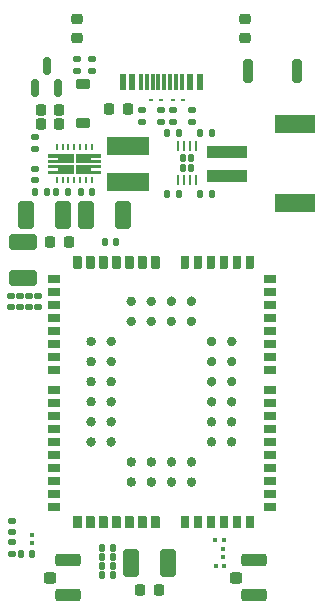
<source format=gbr>
%TF.GenerationSoftware,KiCad,Pcbnew,7.0.9*%
%TF.CreationDate,2024-08-31T07:55:37+08:00*%
%TF.ProjectId,IOT,494f542e-6b69-4636-9164-5f7063625858,rev?*%
%TF.SameCoordinates,Original*%
%TF.FileFunction,Paste,Top*%
%TF.FilePolarity,Positive*%
%FSLAX46Y46*%
G04 Gerber Fmt 4.6, Leading zero omitted, Abs format (unit mm)*
G04 Created by KiCad (PCBNEW 7.0.9) date 2024-08-31 07:55:37*
%MOMM*%
%LPD*%
G01*
G04 APERTURE LIST*
G04 Aperture macros list*
%AMRoundRect*
0 Rectangle with rounded corners*
0 $1 Rounding radius*
0 $2 $3 $4 $5 $6 $7 $8 $9 X,Y pos of 4 corners*
0 Add a 4 corners polygon primitive as box body*
4,1,4,$2,$3,$4,$5,$6,$7,$8,$9,$2,$3,0*
0 Add four circle primitives for the rounded corners*
1,1,$1+$1,$2,$3*
1,1,$1+$1,$4,$5*
1,1,$1+$1,$6,$7*
1,1,$1+$1,$8,$9*
0 Add four rect primitives between the rounded corners*
20,1,$1+$1,$2,$3,$4,$5,0*
20,1,$1+$1,$4,$5,$6,$7,0*
20,1,$1+$1,$6,$7,$8,$9,0*
20,1,$1+$1,$8,$9,$2,$3,0*%
G04 Aperture macros list end*
%ADD10C,0.010000*%
%ADD11C,0.405000*%
%ADD12RoundRect,0.225000X0.375000X-0.225000X0.375000X0.225000X-0.375000X0.225000X-0.375000X-0.225000X0*%
%ADD13RoundRect,0.140000X-0.170000X0.140000X-0.170000X-0.140000X0.170000X-0.140000X0.170000X0.140000X0*%
%ADD14RoundRect,0.135000X-0.135000X-0.185000X0.135000X-0.185000X0.135000X0.185000X-0.135000X0.185000X0*%
%ADD15RoundRect,0.250000X-0.275000X-0.250000X0.275000X-0.250000X0.275000X0.250000X-0.275000X0.250000X0*%
%ADD16RoundRect,0.250000X-0.850000X-0.275000X0.850000X-0.275000X0.850000X0.275000X-0.850000X0.275000X0*%
%ADD17RoundRect,0.079500X-0.100500X0.079500X-0.100500X-0.079500X0.100500X-0.079500X0.100500X0.079500X0*%
%ADD18RoundRect,0.218750X0.218750X0.256250X-0.218750X0.256250X-0.218750X-0.256250X0.218750X-0.256250X0*%
%ADD19RoundRect,0.135000X0.185000X-0.135000X0.185000X0.135000X-0.185000X0.135000X-0.185000X-0.135000X0*%
%ADD20RoundRect,0.079500X-0.079500X-0.100500X0.079500X-0.100500X0.079500X0.100500X-0.079500X0.100500X0*%
%ADD21RoundRect,0.225000X0.225000X0.250000X-0.225000X0.250000X-0.225000X-0.250000X0.225000X-0.250000X0*%
%ADD22O,0.240000X0.600000*%
%ADD23RoundRect,0.250000X-0.412500X-0.925000X0.412500X-0.925000X0.412500X0.925000X-0.412500X0.925000X0*%
%ADD24RoundRect,0.140000X-0.140000X-0.170000X0.140000X-0.170000X0.140000X0.170000X-0.140000X0.170000X0*%
%ADD25RoundRect,0.250000X0.412500X0.925000X-0.412500X0.925000X-0.412500X-0.925000X0.412500X-0.925000X0*%
%ADD26RoundRect,0.140000X0.140000X0.170000X-0.140000X0.170000X-0.140000X-0.170000X0.140000X-0.170000X0*%
%ADD27RoundRect,0.250000X0.925000X-0.412500X0.925000X0.412500X-0.925000X0.412500X-0.925000X-0.412500X0*%
%ADD28RoundRect,0.062500X-0.117500X-0.062500X0.117500X-0.062500X0.117500X0.062500X-0.117500X0.062500X0*%
%ADD29RoundRect,0.135000X-0.185000X0.135000X-0.185000X-0.135000X0.185000X-0.135000X0.185000X0.135000X0*%
%ADD30RoundRect,0.135000X0.135000X0.185000X-0.135000X0.185000X-0.135000X-0.185000X0.135000X-0.185000X0*%
%ADD31RoundRect,0.140000X-0.140000X0.205000X-0.140000X-0.205000X0.140000X-0.205000X0.140000X0.205000X0*%
%ADD32RoundRect,0.062500X-0.062500X0.337500X-0.062500X-0.337500X0.062500X-0.337500X0.062500X0.337500X0*%
%ADD33RoundRect,0.150000X0.150000X-0.587500X0.150000X0.587500X-0.150000X0.587500X-0.150000X-0.587500X0*%
%ADD34R,3.600000X1.500000*%
%ADD35RoundRect,0.147500X0.147500X0.172500X-0.147500X0.172500X-0.147500X-0.172500X0.147500X-0.172500X0*%
%ADD36RoundRect,0.147500X-0.172500X0.147500X-0.172500X-0.147500X0.172500X-0.147500X0.172500X0.147500X0*%
%ADD37RoundRect,0.062500X0.117500X0.062500X-0.117500X0.062500X-0.117500X-0.062500X0.117500X-0.062500X0*%
%ADD38RoundRect,0.200000X0.200000X0.800000X-0.200000X0.800000X-0.200000X-0.800000X0.200000X-0.800000X0*%
%ADD39R,0.600000X1.450000*%
%ADD40R,0.300000X1.450000*%
%ADD41RoundRect,0.218750X0.256250X-0.218750X0.256250X0.218750X-0.256250X0.218750X-0.256250X-0.218750X0*%
%ADD42R,3.500000X1.000000*%
%ADD43R,3.400000X1.500000*%
%ADD44RoundRect,0.140000X0.170000X-0.140000X0.170000X0.140000X-0.170000X0.140000X-0.170000X-0.140000X0*%
G04 APERTURE END LIST*
%TO.C,U2*%
D10*
X156364000Y-65044000D02*
X154264000Y-65044000D01*
X154264000Y-64844000D01*
X155114000Y-64844000D01*
X155114000Y-64584000D01*
X154264000Y-64584000D01*
X154264000Y-64384000D01*
X156364000Y-64384000D01*
X156364000Y-65044000D01*
G36*
X156364000Y-65044000D02*
G01*
X154264000Y-65044000D01*
X154264000Y-64844000D01*
X155114000Y-64844000D01*
X155114000Y-64584000D01*
X154264000Y-64584000D01*
X154264000Y-64384000D01*
X156364000Y-64384000D01*
X156364000Y-65044000D01*
G37*
X158664000Y-64584000D02*
X157814000Y-64584000D01*
X157814000Y-64844000D01*
X158664000Y-64844000D01*
X158664000Y-65044000D01*
X156564000Y-65044000D01*
X156564000Y-64384000D01*
X158664000Y-64384000D01*
X158664000Y-64584000D01*
G36*
X158664000Y-64584000D02*
G01*
X157814000Y-64584000D01*
X157814000Y-64844000D01*
X158664000Y-64844000D01*
X158664000Y-65044000D01*
X156564000Y-65044000D01*
X156564000Y-64384000D01*
X158664000Y-64384000D01*
X158664000Y-64584000D01*
G37*
X156364000Y-64124000D02*
X154264000Y-64124000D01*
X154264000Y-63924000D01*
X155114000Y-63924000D01*
X155114000Y-63664000D01*
X154264000Y-63664000D01*
X154264000Y-63464000D01*
X156364000Y-63464000D01*
X156364000Y-64124000D01*
G36*
X156364000Y-64124000D02*
G01*
X154264000Y-64124000D01*
X154264000Y-63924000D01*
X155114000Y-63924000D01*
X155114000Y-63664000D01*
X154264000Y-63664000D01*
X154264000Y-63464000D01*
X156364000Y-63464000D01*
X156364000Y-64124000D01*
G37*
X158664000Y-63664000D02*
X157814000Y-63664000D01*
X157814000Y-63924000D01*
X158664000Y-63924000D01*
X158664000Y-64124000D01*
X156564000Y-64124000D01*
X156564000Y-63464000D01*
X158664000Y-63464000D01*
X158664000Y-63664000D01*
G36*
X158664000Y-63664000D02*
G01*
X157814000Y-63664000D01*
X157814000Y-63924000D01*
X158664000Y-63924000D01*
X158664000Y-64124000D01*
X156564000Y-64124000D01*
X156564000Y-63464000D01*
X158664000Y-63464000D01*
X158664000Y-63664000D01*
G37*
D11*
%TO.C,U1*%
X169982500Y-87816000D02*
G75*
G03*
X169982500Y-87816000I-202500J0D01*
G01*
X169982500Y-86116000D02*
G75*
G03*
X169982500Y-86116000I-202500J0D01*
G01*
X169982500Y-84416000D02*
G75*
G03*
X169982500Y-84416000I-202500J0D01*
G01*
X169982500Y-82716000D02*
G75*
G03*
X169982500Y-82716000I-202500J0D01*
G01*
X169982500Y-81016000D02*
G75*
G03*
X169982500Y-81016000I-202500J0D01*
G01*
X169982500Y-79316000D02*
G75*
G03*
X169982500Y-79316000I-202500J0D01*
G01*
X168282500Y-87816000D02*
G75*
G03*
X168282500Y-87816000I-202500J0D01*
G01*
X168282500Y-86116000D02*
G75*
G03*
X168282500Y-86116000I-202500J0D01*
G01*
X168282500Y-84416000D02*
G75*
G03*
X168282500Y-84416000I-202500J0D01*
G01*
X168282500Y-82716000D02*
G75*
G03*
X168282500Y-82716000I-202500J0D01*
G01*
X168282500Y-81016000D02*
G75*
G03*
X168282500Y-81016000I-202500J0D01*
G01*
X168282500Y-79316000D02*
G75*
G03*
X168282500Y-79316000I-202500J0D01*
G01*
X166582500Y-91216000D02*
G75*
G03*
X166582500Y-91216000I-202500J0D01*
G01*
X166582500Y-89516000D02*
G75*
G03*
X166582500Y-89516000I-202500J0D01*
G01*
X166582500Y-77616000D02*
G75*
G03*
X166582500Y-77616000I-202500J0D01*
G01*
X166582500Y-75916000D02*
G75*
G03*
X166582500Y-75916000I-202500J0D01*
G01*
X164882500Y-91216000D02*
G75*
G03*
X164882500Y-91216000I-202500J0D01*
G01*
X164882500Y-89516000D02*
G75*
G03*
X164882500Y-89516000I-202500J0D01*
G01*
X164882500Y-77616000D02*
G75*
G03*
X164882500Y-77616000I-202500J0D01*
G01*
X164882500Y-75916000D02*
G75*
G03*
X164882500Y-75916000I-202500J0D01*
G01*
X163182500Y-91216000D02*
G75*
G03*
X163182500Y-91216000I-202500J0D01*
G01*
X163182500Y-89516000D02*
G75*
G03*
X163182500Y-89516000I-202500J0D01*
G01*
X163182500Y-77616000D02*
G75*
G03*
X163182500Y-77616000I-202500J0D01*
G01*
X163182500Y-75916000D02*
G75*
G03*
X163182500Y-75916000I-202500J0D01*
G01*
X161482500Y-91216000D02*
G75*
G03*
X161482500Y-91216000I-202500J0D01*
G01*
X161482500Y-89516000D02*
G75*
G03*
X161482500Y-89516000I-202500J0D01*
G01*
X161482500Y-77616000D02*
G75*
G03*
X161482500Y-77616000I-202500J0D01*
G01*
X161482500Y-75916000D02*
G75*
G03*
X161482500Y-75916000I-202500J0D01*
G01*
X159782500Y-87816000D02*
G75*
G03*
X159782500Y-87816000I-202500J0D01*
G01*
X159782500Y-86116000D02*
G75*
G03*
X159782500Y-86116000I-202500J0D01*
G01*
X159782500Y-84416000D02*
G75*
G03*
X159782500Y-84416000I-202500J0D01*
G01*
X159782500Y-82716000D02*
G75*
G03*
X159782500Y-82716000I-202500J0D01*
G01*
X159782500Y-81016000D02*
G75*
G03*
X159782500Y-81016000I-202500J0D01*
G01*
X159782500Y-79316000D02*
G75*
G03*
X159782500Y-79316000I-202500J0D01*
G01*
X158082500Y-87816000D02*
G75*
G03*
X158082500Y-87816000I-202500J0D01*
G01*
X158082500Y-86116000D02*
G75*
G03*
X158082500Y-86116000I-202500J0D01*
G01*
X158082500Y-84416000D02*
G75*
G03*
X158082500Y-84416000I-202500J0D01*
G01*
X158082500Y-82716000D02*
G75*
G03*
X158082500Y-82716000I-202500J0D01*
G01*
X158082500Y-81016000D02*
G75*
G03*
X158082500Y-81016000I-202500J0D01*
G01*
X158082500Y-79316000D02*
G75*
G03*
X158082500Y-79316000I-202500J0D01*
G01*
D10*
X173380000Y-92952000D02*
X173386000Y-92952000D01*
X173391000Y-92953000D01*
X173396000Y-92954000D01*
X173401000Y-92956000D01*
X173406000Y-92958000D01*
X173411000Y-92960000D01*
X173415000Y-92962000D01*
X173420000Y-92964000D01*
X173424000Y-92967000D01*
X173429000Y-92970000D01*
X173433000Y-92973000D01*
X173437000Y-92977000D01*
X173441000Y-92980000D01*
X173444000Y-92984000D01*
X173448000Y-92988000D01*
X173451000Y-92992000D01*
X173454000Y-92997000D01*
X173457000Y-93001000D01*
X173459000Y-93006000D01*
X173461000Y-93010000D01*
X173463000Y-93015000D01*
X173465000Y-93020000D01*
X173467000Y-93025000D01*
X173468000Y-93030000D01*
X173469000Y-93035000D01*
X173469000Y-93041000D01*
X173470000Y-93046000D01*
X173470000Y-93051000D01*
X173470000Y-93481000D01*
X173470000Y-93486000D01*
X173469000Y-93491000D01*
X173469000Y-93497000D01*
X173468000Y-93502000D01*
X173467000Y-93507000D01*
X173465000Y-93512000D01*
X173463000Y-93517000D01*
X173461000Y-93522000D01*
X173459000Y-93526000D01*
X173457000Y-93531000D01*
X173454000Y-93535000D01*
X173451000Y-93540000D01*
X173448000Y-93544000D01*
X173444000Y-93548000D01*
X173441000Y-93552000D01*
X173437000Y-93555000D01*
X173433000Y-93559000D01*
X173429000Y-93562000D01*
X173424000Y-93565000D01*
X173420000Y-93568000D01*
X173415000Y-93570000D01*
X173411000Y-93572000D01*
X173406000Y-93574000D01*
X173401000Y-93576000D01*
X173396000Y-93578000D01*
X173391000Y-93579000D01*
X173386000Y-93580000D01*
X173380000Y-93580000D01*
X173375000Y-93581000D01*
X173370000Y-93581000D01*
X172590000Y-93581000D01*
X172585000Y-93581000D01*
X172580000Y-93580000D01*
X172574000Y-93580000D01*
X172569000Y-93579000D01*
X172564000Y-93578000D01*
X172559000Y-93576000D01*
X172554000Y-93574000D01*
X172549000Y-93572000D01*
X172545000Y-93570000D01*
X172540000Y-93568000D01*
X172536000Y-93565000D01*
X172531000Y-93562000D01*
X172527000Y-93559000D01*
X172523000Y-93555000D01*
X172519000Y-93552000D01*
X172516000Y-93548000D01*
X172512000Y-93544000D01*
X172509000Y-93540000D01*
X172506000Y-93535000D01*
X172503000Y-93531000D01*
X172501000Y-93526000D01*
X172499000Y-93522000D01*
X172497000Y-93517000D01*
X172495000Y-93512000D01*
X172493000Y-93507000D01*
X172492000Y-93502000D01*
X172491000Y-93497000D01*
X172491000Y-93491000D01*
X172490000Y-93486000D01*
X172490000Y-93481000D01*
X172490000Y-93051000D01*
X172490000Y-93046000D01*
X172491000Y-93041000D01*
X172491000Y-93035000D01*
X172492000Y-93030000D01*
X172493000Y-93025000D01*
X172495000Y-93020000D01*
X172497000Y-93015000D01*
X172499000Y-93010000D01*
X172501000Y-93006000D01*
X172503000Y-93001000D01*
X172506000Y-92997000D01*
X172509000Y-92992000D01*
X172512000Y-92988000D01*
X172516000Y-92984000D01*
X172519000Y-92980000D01*
X172523000Y-92977000D01*
X172527000Y-92973000D01*
X172531000Y-92970000D01*
X172536000Y-92967000D01*
X172540000Y-92964000D01*
X172545000Y-92962000D01*
X172549000Y-92960000D01*
X172554000Y-92958000D01*
X172559000Y-92956000D01*
X172564000Y-92954000D01*
X172569000Y-92953000D01*
X172574000Y-92952000D01*
X172580000Y-92952000D01*
X172585000Y-92951000D01*
X172590000Y-92951000D01*
X173370000Y-92951000D01*
X173375000Y-92951000D01*
X173380000Y-92952000D01*
G36*
X173380000Y-92952000D02*
G01*
X173386000Y-92952000D01*
X173391000Y-92953000D01*
X173396000Y-92954000D01*
X173401000Y-92956000D01*
X173406000Y-92958000D01*
X173411000Y-92960000D01*
X173415000Y-92962000D01*
X173420000Y-92964000D01*
X173424000Y-92967000D01*
X173429000Y-92970000D01*
X173433000Y-92973000D01*
X173437000Y-92977000D01*
X173441000Y-92980000D01*
X173444000Y-92984000D01*
X173448000Y-92988000D01*
X173451000Y-92992000D01*
X173454000Y-92997000D01*
X173457000Y-93001000D01*
X173459000Y-93006000D01*
X173461000Y-93010000D01*
X173463000Y-93015000D01*
X173465000Y-93020000D01*
X173467000Y-93025000D01*
X173468000Y-93030000D01*
X173469000Y-93035000D01*
X173469000Y-93041000D01*
X173470000Y-93046000D01*
X173470000Y-93051000D01*
X173470000Y-93481000D01*
X173470000Y-93486000D01*
X173469000Y-93491000D01*
X173469000Y-93497000D01*
X173468000Y-93502000D01*
X173467000Y-93507000D01*
X173465000Y-93512000D01*
X173463000Y-93517000D01*
X173461000Y-93522000D01*
X173459000Y-93526000D01*
X173457000Y-93531000D01*
X173454000Y-93535000D01*
X173451000Y-93540000D01*
X173448000Y-93544000D01*
X173444000Y-93548000D01*
X173441000Y-93552000D01*
X173437000Y-93555000D01*
X173433000Y-93559000D01*
X173429000Y-93562000D01*
X173424000Y-93565000D01*
X173420000Y-93568000D01*
X173415000Y-93570000D01*
X173411000Y-93572000D01*
X173406000Y-93574000D01*
X173401000Y-93576000D01*
X173396000Y-93578000D01*
X173391000Y-93579000D01*
X173386000Y-93580000D01*
X173380000Y-93580000D01*
X173375000Y-93581000D01*
X173370000Y-93581000D01*
X172590000Y-93581000D01*
X172585000Y-93581000D01*
X172580000Y-93580000D01*
X172574000Y-93580000D01*
X172569000Y-93579000D01*
X172564000Y-93578000D01*
X172559000Y-93576000D01*
X172554000Y-93574000D01*
X172549000Y-93572000D01*
X172545000Y-93570000D01*
X172540000Y-93568000D01*
X172536000Y-93565000D01*
X172531000Y-93562000D01*
X172527000Y-93559000D01*
X172523000Y-93555000D01*
X172519000Y-93552000D01*
X172516000Y-93548000D01*
X172512000Y-93544000D01*
X172509000Y-93540000D01*
X172506000Y-93535000D01*
X172503000Y-93531000D01*
X172501000Y-93526000D01*
X172499000Y-93522000D01*
X172497000Y-93517000D01*
X172495000Y-93512000D01*
X172493000Y-93507000D01*
X172492000Y-93502000D01*
X172491000Y-93497000D01*
X172491000Y-93491000D01*
X172490000Y-93486000D01*
X172490000Y-93481000D01*
X172490000Y-93051000D01*
X172490000Y-93046000D01*
X172491000Y-93041000D01*
X172491000Y-93035000D01*
X172492000Y-93030000D01*
X172493000Y-93025000D01*
X172495000Y-93020000D01*
X172497000Y-93015000D01*
X172499000Y-93010000D01*
X172501000Y-93006000D01*
X172503000Y-93001000D01*
X172506000Y-92997000D01*
X172509000Y-92992000D01*
X172512000Y-92988000D01*
X172516000Y-92984000D01*
X172519000Y-92980000D01*
X172523000Y-92977000D01*
X172527000Y-92973000D01*
X172531000Y-92970000D01*
X172536000Y-92967000D01*
X172540000Y-92964000D01*
X172545000Y-92962000D01*
X172549000Y-92960000D01*
X172554000Y-92958000D01*
X172559000Y-92956000D01*
X172564000Y-92954000D01*
X172569000Y-92953000D01*
X172574000Y-92952000D01*
X172580000Y-92952000D01*
X172585000Y-92951000D01*
X172590000Y-92951000D01*
X173370000Y-92951000D01*
X173375000Y-92951000D01*
X173380000Y-92952000D01*
G37*
X173380000Y-91852000D02*
X173386000Y-91852000D01*
X173391000Y-91853000D01*
X173396000Y-91854000D01*
X173401000Y-91856000D01*
X173406000Y-91858000D01*
X173411000Y-91860000D01*
X173415000Y-91862000D01*
X173420000Y-91864000D01*
X173424000Y-91867000D01*
X173429000Y-91870000D01*
X173433000Y-91873000D01*
X173437000Y-91877000D01*
X173441000Y-91880000D01*
X173444000Y-91884000D01*
X173448000Y-91888000D01*
X173451000Y-91892000D01*
X173454000Y-91897000D01*
X173457000Y-91901000D01*
X173459000Y-91906000D01*
X173461000Y-91910000D01*
X173463000Y-91915000D01*
X173465000Y-91920000D01*
X173467000Y-91925000D01*
X173468000Y-91930000D01*
X173469000Y-91935000D01*
X173469000Y-91941000D01*
X173470000Y-91946000D01*
X173470000Y-91951000D01*
X173470000Y-92381000D01*
X173470000Y-92386000D01*
X173469000Y-92391000D01*
X173469000Y-92397000D01*
X173468000Y-92402000D01*
X173467000Y-92407000D01*
X173465000Y-92412000D01*
X173463000Y-92417000D01*
X173461000Y-92422000D01*
X173459000Y-92426000D01*
X173457000Y-92431000D01*
X173454000Y-92435000D01*
X173451000Y-92440000D01*
X173448000Y-92444000D01*
X173444000Y-92448000D01*
X173441000Y-92452000D01*
X173437000Y-92455000D01*
X173433000Y-92459000D01*
X173429000Y-92462000D01*
X173424000Y-92465000D01*
X173420000Y-92468000D01*
X173415000Y-92470000D01*
X173411000Y-92472000D01*
X173406000Y-92474000D01*
X173401000Y-92476000D01*
X173396000Y-92478000D01*
X173391000Y-92479000D01*
X173386000Y-92480000D01*
X173380000Y-92480000D01*
X173375000Y-92481000D01*
X173370000Y-92481000D01*
X172590000Y-92481000D01*
X172585000Y-92481000D01*
X172580000Y-92480000D01*
X172574000Y-92480000D01*
X172569000Y-92479000D01*
X172564000Y-92478000D01*
X172559000Y-92476000D01*
X172554000Y-92474000D01*
X172549000Y-92472000D01*
X172545000Y-92470000D01*
X172540000Y-92468000D01*
X172536000Y-92465000D01*
X172531000Y-92462000D01*
X172527000Y-92459000D01*
X172523000Y-92455000D01*
X172519000Y-92452000D01*
X172516000Y-92448000D01*
X172512000Y-92444000D01*
X172509000Y-92440000D01*
X172506000Y-92435000D01*
X172503000Y-92431000D01*
X172501000Y-92426000D01*
X172499000Y-92422000D01*
X172497000Y-92417000D01*
X172495000Y-92412000D01*
X172493000Y-92407000D01*
X172492000Y-92402000D01*
X172491000Y-92397000D01*
X172491000Y-92391000D01*
X172490000Y-92386000D01*
X172490000Y-92381000D01*
X172490000Y-91951000D01*
X172490000Y-91946000D01*
X172491000Y-91941000D01*
X172491000Y-91935000D01*
X172492000Y-91930000D01*
X172493000Y-91925000D01*
X172495000Y-91920000D01*
X172497000Y-91915000D01*
X172499000Y-91910000D01*
X172501000Y-91906000D01*
X172503000Y-91901000D01*
X172506000Y-91897000D01*
X172509000Y-91892000D01*
X172512000Y-91888000D01*
X172516000Y-91884000D01*
X172519000Y-91880000D01*
X172523000Y-91877000D01*
X172527000Y-91873000D01*
X172531000Y-91870000D01*
X172536000Y-91867000D01*
X172540000Y-91864000D01*
X172545000Y-91862000D01*
X172549000Y-91860000D01*
X172554000Y-91858000D01*
X172559000Y-91856000D01*
X172564000Y-91854000D01*
X172569000Y-91853000D01*
X172574000Y-91852000D01*
X172580000Y-91852000D01*
X172585000Y-91851000D01*
X172590000Y-91851000D01*
X173370000Y-91851000D01*
X173375000Y-91851000D01*
X173380000Y-91852000D01*
G36*
X173380000Y-91852000D02*
G01*
X173386000Y-91852000D01*
X173391000Y-91853000D01*
X173396000Y-91854000D01*
X173401000Y-91856000D01*
X173406000Y-91858000D01*
X173411000Y-91860000D01*
X173415000Y-91862000D01*
X173420000Y-91864000D01*
X173424000Y-91867000D01*
X173429000Y-91870000D01*
X173433000Y-91873000D01*
X173437000Y-91877000D01*
X173441000Y-91880000D01*
X173444000Y-91884000D01*
X173448000Y-91888000D01*
X173451000Y-91892000D01*
X173454000Y-91897000D01*
X173457000Y-91901000D01*
X173459000Y-91906000D01*
X173461000Y-91910000D01*
X173463000Y-91915000D01*
X173465000Y-91920000D01*
X173467000Y-91925000D01*
X173468000Y-91930000D01*
X173469000Y-91935000D01*
X173469000Y-91941000D01*
X173470000Y-91946000D01*
X173470000Y-91951000D01*
X173470000Y-92381000D01*
X173470000Y-92386000D01*
X173469000Y-92391000D01*
X173469000Y-92397000D01*
X173468000Y-92402000D01*
X173467000Y-92407000D01*
X173465000Y-92412000D01*
X173463000Y-92417000D01*
X173461000Y-92422000D01*
X173459000Y-92426000D01*
X173457000Y-92431000D01*
X173454000Y-92435000D01*
X173451000Y-92440000D01*
X173448000Y-92444000D01*
X173444000Y-92448000D01*
X173441000Y-92452000D01*
X173437000Y-92455000D01*
X173433000Y-92459000D01*
X173429000Y-92462000D01*
X173424000Y-92465000D01*
X173420000Y-92468000D01*
X173415000Y-92470000D01*
X173411000Y-92472000D01*
X173406000Y-92474000D01*
X173401000Y-92476000D01*
X173396000Y-92478000D01*
X173391000Y-92479000D01*
X173386000Y-92480000D01*
X173380000Y-92480000D01*
X173375000Y-92481000D01*
X173370000Y-92481000D01*
X172590000Y-92481000D01*
X172585000Y-92481000D01*
X172580000Y-92480000D01*
X172574000Y-92480000D01*
X172569000Y-92479000D01*
X172564000Y-92478000D01*
X172559000Y-92476000D01*
X172554000Y-92474000D01*
X172549000Y-92472000D01*
X172545000Y-92470000D01*
X172540000Y-92468000D01*
X172536000Y-92465000D01*
X172531000Y-92462000D01*
X172527000Y-92459000D01*
X172523000Y-92455000D01*
X172519000Y-92452000D01*
X172516000Y-92448000D01*
X172512000Y-92444000D01*
X172509000Y-92440000D01*
X172506000Y-92435000D01*
X172503000Y-92431000D01*
X172501000Y-92426000D01*
X172499000Y-92422000D01*
X172497000Y-92417000D01*
X172495000Y-92412000D01*
X172493000Y-92407000D01*
X172492000Y-92402000D01*
X172491000Y-92397000D01*
X172491000Y-92391000D01*
X172490000Y-92386000D01*
X172490000Y-92381000D01*
X172490000Y-91951000D01*
X172490000Y-91946000D01*
X172491000Y-91941000D01*
X172491000Y-91935000D01*
X172492000Y-91930000D01*
X172493000Y-91925000D01*
X172495000Y-91920000D01*
X172497000Y-91915000D01*
X172499000Y-91910000D01*
X172501000Y-91906000D01*
X172503000Y-91901000D01*
X172506000Y-91897000D01*
X172509000Y-91892000D01*
X172512000Y-91888000D01*
X172516000Y-91884000D01*
X172519000Y-91880000D01*
X172523000Y-91877000D01*
X172527000Y-91873000D01*
X172531000Y-91870000D01*
X172536000Y-91867000D01*
X172540000Y-91864000D01*
X172545000Y-91862000D01*
X172549000Y-91860000D01*
X172554000Y-91858000D01*
X172559000Y-91856000D01*
X172564000Y-91854000D01*
X172569000Y-91853000D01*
X172574000Y-91852000D01*
X172580000Y-91852000D01*
X172585000Y-91851000D01*
X172590000Y-91851000D01*
X173370000Y-91851000D01*
X173375000Y-91851000D01*
X173380000Y-91852000D01*
G37*
X173380000Y-90752000D02*
X173386000Y-90752000D01*
X173391000Y-90753000D01*
X173396000Y-90754000D01*
X173401000Y-90756000D01*
X173406000Y-90758000D01*
X173411000Y-90760000D01*
X173415000Y-90762000D01*
X173420000Y-90764000D01*
X173424000Y-90767000D01*
X173429000Y-90770000D01*
X173433000Y-90773000D01*
X173437000Y-90777000D01*
X173441000Y-90780000D01*
X173444000Y-90784000D01*
X173448000Y-90788000D01*
X173451000Y-90792000D01*
X173454000Y-90797000D01*
X173457000Y-90801000D01*
X173459000Y-90806000D01*
X173461000Y-90810000D01*
X173463000Y-90815000D01*
X173465000Y-90820000D01*
X173467000Y-90825000D01*
X173468000Y-90830000D01*
X173469000Y-90835000D01*
X173469000Y-90841000D01*
X173470000Y-90846000D01*
X173470000Y-90851000D01*
X173470000Y-91281000D01*
X173470000Y-91286000D01*
X173469000Y-91291000D01*
X173469000Y-91297000D01*
X173468000Y-91302000D01*
X173467000Y-91307000D01*
X173465000Y-91312000D01*
X173463000Y-91317000D01*
X173461000Y-91322000D01*
X173459000Y-91326000D01*
X173457000Y-91331000D01*
X173454000Y-91335000D01*
X173451000Y-91340000D01*
X173448000Y-91344000D01*
X173444000Y-91348000D01*
X173441000Y-91352000D01*
X173437000Y-91355000D01*
X173433000Y-91359000D01*
X173429000Y-91362000D01*
X173424000Y-91365000D01*
X173420000Y-91368000D01*
X173415000Y-91370000D01*
X173411000Y-91372000D01*
X173406000Y-91374000D01*
X173401000Y-91376000D01*
X173396000Y-91378000D01*
X173391000Y-91379000D01*
X173386000Y-91380000D01*
X173380000Y-91380000D01*
X173375000Y-91381000D01*
X173370000Y-91381000D01*
X172590000Y-91381000D01*
X172585000Y-91381000D01*
X172580000Y-91380000D01*
X172574000Y-91380000D01*
X172569000Y-91379000D01*
X172564000Y-91378000D01*
X172559000Y-91376000D01*
X172554000Y-91374000D01*
X172549000Y-91372000D01*
X172545000Y-91370000D01*
X172540000Y-91368000D01*
X172536000Y-91365000D01*
X172531000Y-91362000D01*
X172527000Y-91359000D01*
X172523000Y-91355000D01*
X172519000Y-91352000D01*
X172516000Y-91348000D01*
X172512000Y-91344000D01*
X172509000Y-91340000D01*
X172506000Y-91335000D01*
X172503000Y-91331000D01*
X172501000Y-91326000D01*
X172499000Y-91322000D01*
X172497000Y-91317000D01*
X172495000Y-91312000D01*
X172493000Y-91307000D01*
X172492000Y-91302000D01*
X172491000Y-91297000D01*
X172491000Y-91291000D01*
X172490000Y-91286000D01*
X172490000Y-91281000D01*
X172490000Y-90851000D01*
X172490000Y-90846000D01*
X172491000Y-90841000D01*
X172491000Y-90835000D01*
X172492000Y-90830000D01*
X172493000Y-90825000D01*
X172495000Y-90820000D01*
X172497000Y-90815000D01*
X172499000Y-90810000D01*
X172501000Y-90806000D01*
X172503000Y-90801000D01*
X172506000Y-90797000D01*
X172509000Y-90792000D01*
X172512000Y-90788000D01*
X172516000Y-90784000D01*
X172519000Y-90780000D01*
X172523000Y-90777000D01*
X172527000Y-90773000D01*
X172531000Y-90770000D01*
X172536000Y-90767000D01*
X172540000Y-90764000D01*
X172545000Y-90762000D01*
X172549000Y-90760000D01*
X172554000Y-90758000D01*
X172559000Y-90756000D01*
X172564000Y-90754000D01*
X172569000Y-90753000D01*
X172574000Y-90752000D01*
X172580000Y-90752000D01*
X172585000Y-90751000D01*
X172590000Y-90751000D01*
X173370000Y-90751000D01*
X173375000Y-90751000D01*
X173380000Y-90752000D01*
G36*
X173380000Y-90752000D02*
G01*
X173386000Y-90752000D01*
X173391000Y-90753000D01*
X173396000Y-90754000D01*
X173401000Y-90756000D01*
X173406000Y-90758000D01*
X173411000Y-90760000D01*
X173415000Y-90762000D01*
X173420000Y-90764000D01*
X173424000Y-90767000D01*
X173429000Y-90770000D01*
X173433000Y-90773000D01*
X173437000Y-90777000D01*
X173441000Y-90780000D01*
X173444000Y-90784000D01*
X173448000Y-90788000D01*
X173451000Y-90792000D01*
X173454000Y-90797000D01*
X173457000Y-90801000D01*
X173459000Y-90806000D01*
X173461000Y-90810000D01*
X173463000Y-90815000D01*
X173465000Y-90820000D01*
X173467000Y-90825000D01*
X173468000Y-90830000D01*
X173469000Y-90835000D01*
X173469000Y-90841000D01*
X173470000Y-90846000D01*
X173470000Y-90851000D01*
X173470000Y-91281000D01*
X173470000Y-91286000D01*
X173469000Y-91291000D01*
X173469000Y-91297000D01*
X173468000Y-91302000D01*
X173467000Y-91307000D01*
X173465000Y-91312000D01*
X173463000Y-91317000D01*
X173461000Y-91322000D01*
X173459000Y-91326000D01*
X173457000Y-91331000D01*
X173454000Y-91335000D01*
X173451000Y-91340000D01*
X173448000Y-91344000D01*
X173444000Y-91348000D01*
X173441000Y-91352000D01*
X173437000Y-91355000D01*
X173433000Y-91359000D01*
X173429000Y-91362000D01*
X173424000Y-91365000D01*
X173420000Y-91368000D01*
X173415000Y-91370000D01*
X173411000Y-91372000D01*
X173406000Y-91374000D01*
X173401000Y-91376000D01*
X173396000Y-91378000D01*
X173391000Y-91379000D01*
X173386000Y-91380000D01*
X173380000Y-91380000D01*
X173375000Y-91381000D01*
X173370000Y-91381000D01*
X172590000Y-91381000D01*
X172585000Y-91381000D01*
X172580000Y-91380000D01*
X172574000Y-91380000D01*
X172569000Y-91379000D01*
X172564000Y-91378000D01*
X172559000Y-91376000D01*
X172554000Y-91374000D01*
X172549000Y-91372000D01*
X172545000Y-91370000D01*
X172540000Y-91368000D01*
X172536000Y-91365000D01*
X172531000Y-91362000D01*
X172527000Y-91359000D01*
X172523000Y-91355000D01*
X172519000Y-91352000D01*
X172516000Y-91348000D01*
X172512000Y-91344000D01*
X172509000Y-91340000D01*
X172506000Y-91335000D01*
X172503000Y-91331000D01*
X172501000Y-91326000D01*
X172499000Y-91322000D01*
X172497000Y-91317000D01*
X172495000Y-91312000D01*
X172493000Y-91307000D01*
X172492000Y-91302000D01*
X172491000Y-91297000D01*
X172491000Y-91291000D01*
X172490000Y-91286000D01*
X172490000Y-91281000D01*
X172490000Y-90851000D01*
X172490000Y-90846000D01*
X172491000Y-90841000D01*
X172491000Y-90835000D01*
X172492000Y-90830000D01*
X172493000Y-90825000D01*
X172495000Y-90820000D01*
X172497000Y-90815000D01*
X172499000Y-90810000D01*
X172501000Y-90806000D01*
X172503000Y-90801000D01*
X172506000Y-90797000D01*
X172509000Y-90792000D01*
X172512000Y-90788000D01*
X172516000Y-90784000D01*
X172519000Y-90780000D01*
X172523000Y-90777000D01*
X172527000Y-90773000D01*
X172531000Y-90770000D01*
X172536000Y-90767000D01*
X172540000Y-90764000D01*
X172545000Y-90762000D01*
X172549000Y-90760000D01*
X172554000Y-90758000D01*
X172559000Y-90756000D01*
X172564000Y-90754000D01*
X172569000Y-90753000D01*
X172574000Y-90752000D01*
X172580000Y-90752000D01*
X172585000Y-90751000D01*
X172590000Y-90751000D01*
X173370000Y-90751000D01*
X173375000Y-90751000D01*
X173380000Y-90752000D01*
G37*
X173380000Y-89652000D02*
X173386000Y-89652000D01*
X173391000Y-89653000D01*
X173396000Y-89654000D01*
X173401000Y-89656000D01*
X173406000Y-89658000D01*
X173411000Y-89660000D01*
X173415000Y-89662000D01*
X173420000Y-89664000D01*
X173424000Y-89667000D01*
X173429000Y-89670000D01*
X173433000Y-89673000D01*
X173437000Y-89677000D01*
X173441000Y-89680000D01*
X173444000Y-89684000D01*
X173448000Y-89688000D01*
X173451000Y-89692000D01*
X173454000Y-89697000D01*
X173457000Y-89701000D01*
X173459000Y-89706000D01*
X173461000Y-89710000D01*
X173463000Y-89715000D01*
X173465000Y-89720000D01*
X173467000Y-89725000D01*
X173468000Y-89730000D01*
X173469000Y-89735000D01*
X173469000Y-89741000D01*
X173470000Y-89746000D01*
X173470000Y-89751000D01*
X173470000Y-90181000D01*
X173470000Y-90186000D01*
X173469000Y-90191000D01*
X173469000Y-90197000D01*
X173468000Y-90202000D01*
X173467000Y-90207000D01*
X173465000Y-90212000D01*
X173463000Y-90217000D01*
X173461000Y-90222000D01*
X173459000Y-90226000D01*
X173457000Y-90231000D01*
X173454000Y-90235000D01*
X173451000Y-90240000D01*
X173448000Y-90244000D01*
X173444000Y-90248000D01*
X173441000Y-90252000D01*
X173437000Y-90255000D01*
X173433000Y-90259000D01*
X173429000Y-90262000D01*
X173424000Y-90265000D01*
X173420000Y-90268000D01*
X173415000Y-90270000D01*
X173411000Y-90272000D01*
X173406000Y-90274000D01*
X173401000Y-90276000D01*
X173396000Y-90278000D01*
X173391000Y-90279000D01*
X173386000Y-90280000D01*
X173380000Y-90280000D01*
X173375000Y-90281000D01*
X173370000Y-90281000D01*
X172590000Y-90281000D01*
X172585000Y-90281000D01*
X172580000Y-90280000D01*
X172574000Y-90280000D01*
X172569000Y-90279000D01*
X172564000Y-90278000D01*
X172559000Y-90276000D01*
X172554000Y-90274000D01*
X172549000Y-90272000D01*
X172545000Y-90270000D01*
X172540000Y-90268000D01*
X172536000Y-90265000D01*
X172531000Y-90262000D01*
X172527000Y-90259000D01*
X172523000Y-90255000D01*
X172519000Y-90252000D01*
X172516000Y-90248000D01*
X172512000Y-90244000D01*
X172509000Y-90240000D01*
X172506000Y-90235000D01*
X172503000Y-90231000D01*
X172501000Y-90226000D01*
X172499000Y-90222000D01*
X172497000Y-90217000D01*
X172495000Y-90212000D01*
X172493000Y-90207000D01*
X172492000Y-90202000D01*
X172491000Y-90197000D01*
X172491000Y-90191000D01*
X172490000Y-90186000D01*
X172490000Y-90181000D01*
X172490000Y-89751000D01*
X172490000Y-89746000D01*
X172491000Y-89741000D01*
X172491000Y-89735000D01*
X172492000Y-89730000D01*
X172493000Y-89725000D01*
X172495000Y-89720000D01*
X172497000Y-89715000D01*
X172499000Y-89710000D01*
X172501000Y-89706000D01*
X172503000Y-89701000D01*
X172506000Y-89697000D01*
X172509000Y-89692000D01*
X172512000Y-89688000D01*
X172516000Y-89684000D01*
X172519000Y-89680000D01*
X172523000Y-89677000D01*
X172527000Y-89673000D01*
X172531000Y-89670000D01*
X172536000Y-89667000D01*
X172540000Y-89664000D01*
X172545000Y-89662000D01*
X172549000Y-89660000D01*
X172554000Y-89658000D01*
X172559000Y-89656000D01*
X172564000Y-89654000D01*
X172569000Y-89653000D01*
X172574000Y-89652000D01*
X172580000Y-89652000D01*
X172585000Y-89651000D01*
X172590000Y-89651000D01*
X173370000Y-89651000D01*
X173375000Y-89651000D01*
X173380000Y-89652000D01*
G36*
X173380000Y-89652000D02*
G01*
X173386000Y-89652000D01*
X173391000Y-89653000D01*
X173396000Y-89654000D01*
X173401000Y-89656000D01*
X173406000Y-89658000D01*
X173411000Y-89660000D01*
X173415000Y-89662000D01*
X173420000Y-89664000D01*
X173424000Y-89667000D01*
X173429000Y-89670000D01*
X173433000Y-89673000D01*
X173437000Y-89677000D01*
X173441000Y-89680000D01*
X173444000Y-89684000D01*
X173448000Y-89688000D01*
X173451000Y-89692000D01*
X173454000Y-89697000D01*
X173457000Y-89701000D01*
X173459000Y-89706000D01*
X173461000Y-89710000D01*
X173463000Y-89715000D01*
X173465000Y-89720000D01*
X173467000Y-89725000D01*
X173468000Y-89730000D01*
X173469000Y-89735000D01*
X173469000Y-89741000D01*
X173470000Y-89746000D01*
X173470000Y-89751000D01*
X173470000Y-90181000D01*
X173470000Y-90186000D01*
X173469000Y-90191000D01*
X173469000Y-90197000D01*
X173468000Y-90202000D01*
X173467000Y-90207000D01*
X173465000Y-90212000D01*
X173463000Y-90217000D01*
X173461000Y-90222000D01*
X173459000Y-90226000D01*
X173457000Y-90231000D01*
X173454000Y-90235000D01*
X173451000Y-90240000D01*
X173448000Y-90244000D01*
X173444000Y-90248000D01*
X173441000Y-90252000D01*
X173437000Y-90255000D01*
X173433000Y-90259000D01*
X173429000Y-90262000D01*
X173424000Y-90265000D01*
X173420000Y-90268000D01*
X173415000Y-90270000D01*
X173411000Y-90272000D01*
X173406000Y-90274000D01*
X173401000Y-90276000D01*
X173396000Y-90278000D01*
X173391000Y-90279000D01*
X173386000Y-90280000D01*
X173380000Y-90280000D01*
X173375000Y-90281000D01*
X173370000Y-90281000D01*
X172590000Y-90281000D01*
X172585000Y-90281000D01*
X172580000Y-90280000D01*
X172574000Y-90280000D01*
X172569000Y-90279000D01*
X172564000Y-90278000D01*
X172559000Y-90276000D01*
X172554000Y-90274000D01*
X172549000Y-90272000D01*
X172545000Y-90270000D01*
X172540000Y-90268000D01*
X172536000Y-90265000D01*
X172531000Y-90262000D01*
X172527000Y-90259000D01*
X172523000Y-90255000D01*
X172519000Y-90252000D01*
X172516000Y-90248000D01*
X172512000Y-90244000D01*
X172509000Y-90240000D01*
X172506000Y-90235000D01*
X172503000Y-90231000D01*
X172501000Y-90226000D01*
X172499000Y-90222000D01*
X172497000Y-90217000D01*
X172495000Y-90212000D01*
X172493000Y-90207000D01*
X172492000Y-90202000D01*
X172491000Y-90197000D01*
X172491000Y-90191000D01*
X172490000Y-90186000D01*
X172490000Y-90181000D01*
X172490000Y-89751000D01*
X172490000Y-89746000D01*
X172491000Y-89741000D01*
X172491000Y-89735000D01*
X172492000Y-89730000D01*
X172493000Y-89725000D01*
X172495000Y-89720000D01*
X172497000Y-89715000D01*
X172499000Y-89710000D01*
X172501000Y-89706000D01*
X172503000Y-89701000D01*
X172506000Y-89697000D01*
X172509000Y-89692000D01*
X172512000Y-89688000D01*
X172516000Y-89684000D01*
X172519000Y-89680000D01*
X172523000Y-89677000D01*
X172527000Y-89673000D01*
X172531000Y-89670000D01*
X172536000Y-89667000D01*
X172540000Y-89664000D01*
X172545000Y-89662000D01*
X172549000Y-89660000D01*
X172554000Y-89658000D01*
X172559000Y-89656000D01*
X172564000Y-89654000D01*
X172569000Y-89653000D01*
X172574000Y-89652000D01*
X172580000Y-89652000D01*
X172585000Y-89651000D01*
X172590000Y-89651000D01*
X173370000Y-89651000D01*
X173375000Y-89651000D01*
X173380000Y-89652000D01*
G37*
X173380000Y-88552000D02*
X173386000Y-88552000D01*
X173391000Y-88553000D01*
X173396000Y-88554000D01*
X173401000Y-88556000D01*
X173406000Y-88558000D01*
X173411000Y-88560000D01*
X173415000Y-88562000D01*
X173420000Y-88564000D01*
X173424000Y-88567000D01*
X173429000Y-88570000D01*
X173433000Y-88573000D01*
X173437000Y-88577000D01*
X173441000Y-88580000D01*
X173444000Y-88584000D01*
X173448000Y-88588000D01*
X173451000Y-88592000D01*
X173454000Y-88597000D01*
X173457000Y-88601000D01*
X173459000Y-88606000D01*
X173461000Y-88610000D01*
X173463000Y-88615000D01*
X173465000Y-88620000D01*
X173467000Y-88625000D01*
X173468000Y-88630000D01*
X173469000Y-88635000D01*
X173469000Y-88641000D01*
X173470000Y-88646000D01*
X173470000Y-88651000D01*
X173470000Y-89081000D01*
X173470000Y-89086000D01*
X173469000Y-89091000D01*
X173469000Y-89097000D01*
X173468000Y-89102000D01*
X173467000Y-89107000D01*
X173465000Y-89112000D01*
X173463000Y-89117000D01*
X173461000Y-89122000D01*
X173459000Y-89126000D01*
X173457000Y-89131000D01*
X173454000Y-89135000D01*
X173451000Y-89140000D01*
X173448000Y-89144000D01*
X173444000Y-89148000D01*
X173441000Y-89152000D01*
X173437000Y-89155000D01*
X173433000Y-89159000D01*
X173429000Y-89162000D01*
X173424000Y-89165000D01*
X173420000Y-89168000D01*
X173415000Y-89170000D01*
X173411000Y-89172000D01*
X173406000Y-89174000D01*
X173401000Y-89176000D01*
X173396000Y-89178000D01*
X173391000Y-89179000D01*
X173386000Y-89180000D01*
X173380000Y-89180000D01*
X173375000Y-89181000D01*
X173370000Y-89181000D01*
X172590000Y-89181000D01*
X172585000Y-89181000D01*
X172580000Y-89180000D01*
X172574000Y-89180000D01*
X172569000Y-89179000D01*
X172564000Y-89178000D01*
X172559000Y-89176000D01*
X172554000Y-89174000D01*
X172549000Y-89172000D01*
X172545000Y-89170000D01*
X172540000Y-89168000D01*
X172536000Y-89165000D01*
X172531000Y-89162000D01*
X172527000Y-89159000D01*
X172523000Y-89155000D01*
X172519000Y-89152000D01*
X172516000Y-89148000D01*
X172512000Y-89144000D01*
X172509000Y-89140000D01*
X172506000Y-89135000D01*
X172503000Y-89131000D01*
X172501000Y-89126000D01*
X172499000Y-89122000D01*
X172497000Y-89117000D01*
X172495000Y-89112000D01*
X172493000Y-89107000D01*
X172492000Y-89102000D01*
X172491000Y-89097000D01*
X172491000Y-89091000D01*
X172490000Y-89086000D01*
X172490000Y-89081000D01*
X172490000Y-88651000D01*
X172490000Y-88646000D01*
X172491000Y-88641000D01*
X172491000Y-88635000D01*
X172492000Y-88630000D01*
X172493000Y-88625000D01*
X172495000Y-88620000D01*
X172497000Y-88615000D01*
X172499000Y-88610000D01*
X172501000Y-88606000D01*
X172503000Y-88601000D01*
X172506000Y-88597000D01*
X172509000Y-88592000D01*
X172512000Y-88588000D01*
X172516000Y-88584000D01*
X172519000Y-88580000D01*
X172523000Y-88577000D01*
X172527000Y-88573000D01*
X172531000Y-88570000D01*
X172536000Y-88567000D01*
X172540000Y-88564000D01*
X172545000Y-88562000D01*
X172549000Y-88560000D01*
X172554000Y-88558000D01*
X172559000Y-88556000D01*
X172564000Y-88554000D01*
X172569000Y-88553000D01*
X172574000Y-88552000D01*
X172580000Y-88552000D01*
X172585000Y-88551000D01*
X172590000Y-88551000D01*
X173370000Y-88551000D01*
X173375000Y-88551000D01*
X173380000Y-88552000D01*
G36*
X173380000Y-88552000D02*
G01*
X173386000Y-88552000D01*
X173391000Y-88553000D01*
X173396000Y-88554000D01*
X173401000Y-88556000D01*
X173406000Y-88558000D01*
X173411000Y-88560000D01*
X173415000Y-88562000D01*
X173420000Y-88564000D01*
X173424000Y-88567000D01*
X173429000Y-88570000D01*
X173433000Y-88573000D01*
X173437000Y-88577000D01*
X173441000Y-88580000D01*
X173444000Y-88584000D01*
X173448000Y-88588000D01*
X173451000Y-88592000D01*
X173454000Y-88597000D01*
X173457000Y-88601000D01*
X173459000Y-88606000D01*
X173461000Y-88610000D01*
X173463000Y-88615000D01*
X173465000Y-88620000D01*
X173467000Y-88625000D01*
X173468000Y-88630000D01*
X173469000Y-88635000D01*
X173469000Y-88641000D01*
X173470000Y-88646000D01*
X173470000Y-88651000D01*
X173470000Y-89081000D01*
X173470000Y-89086000D01*
X173469000Y-89091000D01*
X173469000Y-89097000D01*
X173468000Y-89102000D01*
X173467000Y-89107000D01*
X173465000Y-89112000D01*
X173463000Y-89117000D01*
X173461000Y-89122000D01*
X173459000Y-89126000D01*
X173457000Y-89131000D01*
X173454000Y-89135000D01*
X173451000Y-89140000D01*
X173448000Y-89144000D01*
X173444000Y-89148000D01*
X173441000Y-89152000D01*
X173437000Y-89155000D01*
X173433000Y-89159000D01*
X173429000Y-89162000D01*
X173424000Y-89165000D01*
X173420000Y-89168000D01*
X173415000Y-89170000D01*
X173411000Y-89172000D01*
X173406000Y-89174000D01*
X173401000Y-89176000D01*
X173396000Y-89178000D01*
X173391000Y-89179000D01*
X173386000Y-89180000D01*
X173380000Y-89180000D01*
X173375000Y-89181000D01*
X173370000Y-89181000D01*
X172590000Y-89181000D01*
X172585000Y-89181000D01*
X172580000Y-89180000D01*
X172574000Y-89180000D01*
X172569000Y-89179000D01*
X172564000Y-89178000D01*
X172559000Y-89176000D01*
X172554000Y-89174000D01*
X172549000Y-89172000D01*
X172545000Y-89170000D01*
X172540000Y-89168000D01*
X172536000Y-89165000D01*
X172531000Y-89162000D01*
X172527000Y-89159000D01*
X172523000Y-89155000D01*
X172519000Y-89152000D01*
X172516000Y-89148000D01*
X172512000Y-89144000D01*
X172509000Y-89140000D01*
X172506000Y-89135000D01*
X172503000Y-89131000D01*
X172501000Y-89126000D01*
X172499000Y-89122000D01*
X172497000Y-89117000D01*
X172495000Y-89112000D01*
X172493000Y-89107000D01*
X172492000Y-89102000D01*
X172491000Y-89097000D01*
X172491000Y-89091000D01*
X172490000Y-89086000D01*
X172490000Y-89081000D01*
X172490000Y-88651000D01*
X172490000Y-88646000D01*
X172491000Y-88641000D01*
X172491000Y-88635000D01*
X172492000Y-88630000D01*
X172493000Y-88625000D01*
X172495000Y-88620000D01*
X172497000Y-88615000D01*
X172499000Y-88610000D01*
X172501000Y-88606000D01*
X172503000Y-88601000D01*
X172506000Y-88597000D01*
X172509000Y-88592000D01*
X172512000Y-88588000D01*
X172516000Y-88584000D01*
X172519000Y-88580000D01*
X172523000Y-88577000D01*
X172527000Y-88573000D01*
X172531000Y-88570000D01*
X172536000Y-88567000D01*
X172540000Y-88564000D01*
X172545000Y-88562000D01*
X172549000Y-88560000D01*
X172554000Y-88558000D01*
X172559000Y-88556000D01*
X172564000Y-88554000D01*
X172569000Y-88553000D01*
X172574000Y-88552000D01*
X172580000Y-88552000D01*
X172585000Y-88551000D01*
X172590000Y-88551000D01*
X173370000Y-88551000D01*
X173375000Y-88551000D01*
X173380000Y-88552000D01*
G37*
X173380000Y-87452000D02*
X173386000Y-87452000D01*
X173391000Y-87453000D01*
X173396000Y-87454000D01*
X173401000Y-87456000D01*
X173406000Y-87458000D01*
X173411000Y-87460000D01*
X173415000Y-87462000D01*
X173420000Y-87464000D01*
X173424000Y-87467000D01*
X173429000Y-87470000D01*
X173433000Y-87473000D01*
X173437000Y-87477000D01*
X173441000Y-87480000D01*
X173444000Y-87484000D01*
X173448000Y-87488000D01*
X173451000Y-87492000D01*
X173454000Y-87497000D01*
X173457000Y-87501000D01*
X173459000Y-87506000D01*
X173461000Y-87510000D01*
X173463000Y-87515000D01*
X173465000Y-87520000D01*
X173467000Y-87525000D01*
X173468000Y-87530000D01*
X173469000Y-87535000D01*
X173469000Y-87541000D01*
X173470000Y-87546000D01*
X173470000Y-87551000D01*
X173470000Y-87981000D01*
X173470000Y-87986000D01*
X173469000Y-87991000D01*
X173469000Y-87997000D01*
X173468000Y-88002000D01*
X173467000Y-88007000D01*
X173465000Y-88012000D01*
X173463000Y-88017000D01*
X173461000Y-88022000D01*
X173459000Y-88026000D01*
X173457000Y-88031000D01*
X173454000Y-88035000D01*
X173451000Y-88040000D01*
X173448000Y-88044000D01*
X173444000Y-88048000D01*
X173441000Y-88052000D01*
X173437000Y-88055000D01*
X173433000Y-88059000D01*
X173429000Y-88062000D01*
X173424000Y-88065000D01*
X173420000Y-88068000D01*
X173415000Y-88070000D01*
X173411000Y-88072000D01*
X173406000Y-88074000D01*
X173401000Y-88076000D01*
X173396000Y-88078000D01*
X173391000Y-88079000D01*
X173386000Y-88080000D01*
X173380000Y-88080000D01*
X173375000Y-88081000D01*
X173370000Y-88081000D01*
X172590000Y-88081000D01*
X172585000Y-88081000D01*
X172580000Y-88080000D01*
X172574000Y-88080000D01*
X172569000Y-88079000D01*
X172564000Y-88078000D01*
X172559000Y-88076000D01*
X172554000Y-88074000D01*
X172549000Y-88072000D01*
X172545000Y-88070000D01*
X172540000Y-88068000D01*
X172536000Y-88065000D01*
X172531000Y-88062000D01*
X172527000Y-88059000D01*
X172523000Y-88055000D01*
X172519000Y-88052000D01*
X172516000Y-88048000D01*
X172512000Y-88044000D01*
X172509000Y-88040000D01*
X172506000Y-88035000D01*
X172503000Y-88031000D01*
X172501000Y-88026000D01*
X172499000Y-88022000D01*
X172497000Y-88017000D01*
X172495000Y-88012000D01*
X172493000Y-88007000D01*
X172492000Y-88002000D01*
X172491000Y-87997000D01*
X172491000Y-87991000D01*
X172490000Y-87986000D01*
X172490000Y-87981000D01*
X172490000Y-87551000D01*
X172490000Y-87546000D01*
X172491000Y-87541000D01*
X172491000Y-87535000D01*
X172492000Y-87530000D01*
X172493000Y-87525000D01*
X172495000Y-87520000D01*
X172497000Y-87515000D01*
X172499000Y-87510000D01*
X172501000Y-87506000D01*
X172503000Y-87501000D01*
X172506000Y-87497000D01*
X172509000Y-87492000D01*
X172512000Y-87488000D01*
X172516000Y-87484000D01*
X172519000Y-87480000D01*
X172523000Y-87477000D01*
X172527000Y-87473000D01*
X172531000Y-87470000D01*
X172536000Y-87467000D01*
X172540000Y-87464000D01*
X172545000Y-87462000D01*
X172549000Y-87460000D01*
X172554000Y-87458000D01*
X172559000Y-87456000D01*
X172564000Y-87454000D01*
X172569000Y-87453000D01*
X172574000Y-87452000D01*
X172580000Y-87452000D01*
X172585000Y-87451000D01*
X172590000Y-87451000D01*
X173370000Y-87451000D01*
X173375000Y-87451000D01*
X173380000Y-87452000D01*
G36*
X173380000Y-87452000D02*
G01*
X173386000Y-87452000D01*
X173391000Y-87453000D01*
X173396000Y-87454000D01*
X173401000Y-87456000D01*
X173406000Y-87458000D01*
X173411000Y-87460000D01*
X173415000Y-87462000D01*
X173420000Y-87464000D01*
X173424000Y-87467000D01*
X173429000Y-87470000D01*
X173433000Y-87473000D01*
X173437000Y-87477000D01*
X173441000Y-87480000D01*
X173444000Y-87484000D01*
X173448000Y-87488000D01*
X173451000Y-87492000D01*
X173454000Y-87497000D01*
X173457000Y-87501000D01*
X173459000Y-87506000D01*
X173461000Y-87510000D01*
X173463000Y-87515000D01*
X173465000Y-87520000D01*
X173467000Y-87525000D01*
X173468000Y-87530000D01*
X173469000Y-87535000D01*
X173469000Y-87541000D01*
X173470000Y-87546000D01*
X173470000Y-87551000D01*
X173470000Y-87981000D01*
X173470000Y-87986000D01*
X173469000Y-87991000D01*
X173469000Y-87997000D01*
X173468000Y-88002000D01*
X173467000Y-88007000D01*
X173465000Y-88012000D01*
X173463000Y-88017000D01*
X173461000Y-88022000D01*
X173459000Y-88026000D01*
X173457000Y-88031000D01*
X173454000Y-88035000D01*
X173451000Y-88040000D01*
X173448000Y-88044000D01*
X173444000Y-88048000D01*
X173441000Y-88052000D01*
X173437000Y-88055000D01*
X173433000Y-88059000D01*
X173429000Y-88062000D01*
X173424000Y-88065000D01*
X173420000Y-88068000D01*
X173415000Y-88070000D01*
X173411000Y-88072000D01*
X173406000Y-88074000D01*
X173401000Y-88076000D01*
X173396000Y-88078000D01*
X173391000Y-88079000D01*
X173386000Y-88080000D01*
X173380000Y-88080000D01*
X173375000Y-88081000D01*
X173370000Y-88081000D01*
X172590000Y-88081000D01*
X172585000Y-88081000D01*
X172580000Y-88080000D01*
X172574000Y-88080000D01*
X172569000Y-88079000D01*
X172564000Y-88078000D01*
X172559000Y-88076000D01*
X172554000Y-88074000D01*
X172549000Y-88072000D01*
X172545000Y-88070000D01*
X172540000Y-88068000D01*
X172536000Y-88065000D01*
X172531000Y-88062000D01*
X172527000Y-88059000D01*
X172523000Y-88055000D01*
X172519000Y-88052000D01*
X172516000Y-88048000D01*
X172512000Y-88044000D01*
X172509000Y-88040000D01*
X172506000Y-88035000D01*
X172503000Y-88031000D01*
X172501000Y-88026000D01*
X172499000Y-88022000D01*
X172497000Y-88017000D01*
X172495000Y-88012000D01*
X172493000Y-88007000D01*
X172492000Y-88002000D01*
X172491000Y-87997000D01*
X172491000Y-87991000D01*
X172490000Y-87986000D01*
X172490000Y-87981000D01*
X172490000Y-87551000D01*
X172490000Y-87546000D01*
X172491000Y-87541000D01*
X172491000Y-87535000D01*
X172492000Y-87530000D01*
X172493000Y-87525000D01*
X172495000Y-87520000D01*
X172497000Y-87515000D01*
X172499000Y-87510000D01*
X172501000Y-87506000D01*
X172503000Y-87501000D01*
X172506000Y-87497000D01*
X172509000Y-87492000D01*
X172512000Y-87488000D01*
X172516000Y-87484000D01*
X172519000Y-87480000D01*
X172523000Y-87477000D01*
X172527000Y-87473000D01*
X172531000Y-87470000D01*
X172536000Y-87467000D01*
X172540000Y-87464000D01*
X172545000Y-87462000D01*
X172549000Y-87460000D01*
X172554000Y-87458000D01*
X172559000Y-87456000D01*
X172564000Y-87454000D01*
X172569000Y-87453000D01*
X172574000Y-87452000D01*
X172580000Y-87452000D01*
X172585000Y-87451000D01*
X172590000Y-87451000D01*
X173370000Y-87451000D01*
X173375000Y-87451000D01*
X173380000Y-87452000D01*
G37*
X173380000Y-86352000D02*
X173386000Y-86352000D01*
X173391000Y-86353000D01*
X173396000Y-86354000D01*
X173401000Y-86356000D01*
X173406000Y-86358000D01*
X173411000Y-86360000D01*
X173415000Y-86362000D01*
X173420000Y-86364000D01*
X173424000Y-86367000D01*
X173429000Y-86370000D01*
X173433000Y-86373000D01*
X173437000Y-86377000D01*
X173441000Y-86380000D01*
X173444000Y-86384000D01*
X173448000Y-86388000D01*
X173451000Y-86392000D01*
X173454000Y-86397000D01*
X173457000Y-86401000D01*
X173459000Y-86406000D01*
X173461000Y-86410000D01*
X173463000Y-86415000D01*
X173465000Y-86420000D01*
X173467000Y-86425000D01*
X173468000Y-86430000D01*
X173469000Y-86435000D01*
X173469000Y-86441000D01*
X173470000Y-86446000D01*
X173470000Y-86451000D01*
X173470000Y-86881000D01*
X173470000Y-86886000D01*
X173469000Y-86891000D01*
X173469000Y-86897000D01*
X173468000Y-86902000D01*
X173467000Y-86907000D01*
X173465000Y-86912000D01*
X173463000Y-86917000D01*
X173461000Y-86922000D01*
X173459000Y-86926000D01*
X173457000Y-86931000D01*
X173454000Y-86935000D01*
X173451000Y-86940000D01*
X173448000Y-86944000D01*
X173444000Y-86948000D01*
X173441000Y-86952000D01*
X173437000Y-86955000D01*
X173433000Y-86959000D01*
X173429000Y-86962000D01*
X173424000Y-86965000D01*
X173420000Y-86968000D01*
X173415000Y-86970000D01*
X173411000Y-86972000D01*
X173406000Y-86974000D01*
X173401000Y-86976000D01*
X173396000Y-86978000D01*
X173391000Y-86979000D01*
X173386000Y-86980000D01*
X173380000Y-86980000D01*
X173375000Y-86981000D01*
X173370000Y-86981000D01*
X172590000Y-86981000D01*
X172585000Y-86981000D01*
X172580000Y-86980000D01*
X172574000Y-86980000D01*
X172569000Y-86979000D01*
X172564000Y-86978000D01*
X172559000Y-86976000D01*
X172554000Y-86974000D01*
X172549000Y-86972000D01*
X172545000Y-86970000D01*
X172540000Y-86968000D01*
X172536000Y-86965000D01*
X172531000Y-86962000D01*
X172527000Y-86959000D01*
X172523000Y-86955000D01*
X172519000Y-86952000D01*
X172516000Y-86948000D01*
X172512000Y-86944000D01*
X172509000Y-86940000D01*
X172506000Y-86935000D01*
X172503000Y-86931000D01*
X172501000Y-86926000D01*
X172499000Y-86922000D01*
X172497000Y-86917000D01*
X172495000Y-86912000D01*
X172493000Y-86907000D01*
X172492000Y-86902000D01*
X172491000Y-86897000D01*
X172491000Y-86891000D01*
X172490000Y-86886000D01*
X172490000Y-86881000D01*
X172490000Y-86451000D01*
X172490000Y-86446000D01*
X172491000Y-86441000D01*
X172491000Y-86435000D01*
X172492000Y-86430000D01*
X172493000Y-86425000D01*
X172495000Y-86420000D01*
X172497000Y-86415000D01*
X172499000Y-86410000D01*
X172501000Y-86406000D01*
X172503000Y-86401000D01*
X172506000Y-86397000D01*
X172509000Y-86392000D01*
X172512000Y-86388000D01*
X172516000Y-86384000D01*
X172519000Y-86380000D01*
X172523000Y-86377000D01*
X172527000Y-86373000D01*
X172531000Y-86370000D01*
X172536000Y-86367000D01*
X172540000Y-86364000D01*
X172545000Y-86362000D01*
X172549000Y-86360000D01*
X172554000Y-86358000D01*
X172559000Y-86356000D01*
X172564000Y-86354000D01*
X172569000Y-86353000D01*
X172574000Y-86352000D01*
X172580000Y-86352000D01*
X172585000Y-86351000D01*
X172590000Y-86351000D01*
X173370000Y-86351000D01*
X173375000Y-86351000D01*
X173380000Y-86352000D01*
G36*
X173380000Y-86352000D02*
G01*
X173386000Y-86352000D01*
X173391000Y-86353000D01*
X173396000Y-86354000D01*
X173401000Y-86356000D01*
X173406000Y-86358000D01*
X173411000Y-86360000D01*
X173415000Y-86362000D01*
X173420000Y-86364000D01*
X173424000Y-86367000D01*
X173429000Y-86370000D01*
X173433000Y-86373000D01*
X173437000Y-86377000D01*
X173441000Y-86380000D01*
X173444000Y-86384000D01*
X173448000Y-86388000D01*
X173451000Y-86392000D01*
X173454000Y-86397000D01*
X173457000Y-86401000D01*
X173459000Y-86406000D01*
X173461000Y-86410000D01*
X173463000Y-86415000D01*
X173465000Y-86420000D01*
X173467000Y-86425000D01*
X173468000Y-86430000D01*
X173469000Y-86435000D01*
X173469000Y-86441000D01*
X173470000Y-86446000D01*
X173470000Y-86451000D01*
X173470000Y-86881000D01*
X173470000Y-86886000D01*
X173469000Y-86891000D01*
X173469000Y-86897000D01*
X173468000Y-86902000D01*
X173467000Y-86907000D01*
X173465000Y-86912000D01*
X173463000Y-86917000D01*
X173461000Y-86922000D01*
X173459000Y-86926000D01*
X173457000Y-86931000D01*
X173454000Y-86935000D01*
X173451000Y-86940000D01*
X173448000Y-86944000D01*
X173444000Y-86948000D01*
X173441000Y-86952000D01*
X173437000Y-86955000D01*
X173433000Y-86959000D01*
X173429000Y-86962000D01*
X173424000Y-86965000D01*
X173420000Y-86968000D01*
X173415000Y-86970000D01*
X173411000Y-86972000D01*
X173406000Y-86974000D01*
X173401000Y-86976000D01*
X173396000Y-86978000D01*
X173391000Y-86979000D01*
X173386000Y-86980000D01*
X173380000Y-86980000D01*
X173375000Y-86981000D01*
X173370000Y-86981000D01*
X172590000Y-86981000D01*
X172585000Y-86981000D01*
X172580000Y-86980000D01*
X172574000Y-86980000D01*
X172569000Y-86979000D01*
X172564000Y-86978000D01*
X172559000Y-86976000D01*
X172554000Y-86974000D01*
X172549000Y-86972000D01*
X172545000Y-86970000D01*
X172540000Y-86968000D01*
X172536000Y-86965000D01*
X172531000Y-86962000D01*
X172527000Y-86959000D01*
X172523000Y-86955000D01*
X172519000Y-86952000D01*
X172516000Y-86948000D01*
X172512000Y-86944000D01*
X172509000Y-86940000D01*
X172506000Y-86935000D01*
X172503000Y-86931000D01*
X172501000Y-86926000D01*
X172499000Y-86922000D01*
X172497000Y-86917000D01*
X172495000Y-86912000D01*
X172493000Y-86907000D01*
X172492000Y-86902000D01*
X172491000Y-86897000D01*
X172491000Y-86891000D01*
X172490000Y-86886000D01*
X172490000Y-86881000D01*
X172490000Y-86451000D01*
X172490000Y-86446000D01*
X172491000Y-86441000D01*
X172491000Y-86435000D01*
X172492000Y-86430000D01*
X172493000Y-86425000D01*
X172495000Y-86420000D01*
X172497000Y-86415000D01*
X172499000Y-86410000D01*
X172501000Y-86406000D01*
X172503000Y-86401000D01*
X172506000Y-86397000D01*
X172509000Y-86392000D01*
X172512000Y-86388000D01*
X172516000Y-86384000D01*
X172519000Y-86380000D01*
X172523000Y-86377000D01*
X172527000Y-86373000D01*
X172531000Y-86370000D01*
X172536000Y-86367000D01*
X172540000Y-86364000D01*
X172545000Y-86362000D01*
X172549000Y-86360000D01*
X172554000Y-86358000D01*
X172559000Y-86356000D01*
X172564000Y-86354000D01*
X172569000Y-86353000D01*
X172574000Y-86352000D01*
X172580000Y-86352000D01*
X172585000Y-86351000D01*
X172590000Y-86351000D01*
X173370000Y-86351000D01*
X173375000Y-86351000D01*
X173380000Y-86352000D01*
G37*
X173380000Y-85252000D02*
X173386000Y-85252000D01*
X173391000Y-85253000D01*
X173396000Y-85254000D01*
X173401000Y-85256000D01*
X173406000Y-85258000D01*
X173411000Y-85260000D01*
X173415000Y-85262000D01*
X173420000Y-85264000D01*
X173424000Y-85267000D01*
X173429000Y-85270000D01*
X173433000Y-85273000D01*
X173437000Y-85277000D01*
X173441000Y-85280000D01*
X173444000Y-85284000D01*
X173448000Y-85288000D01*
X173451000Y-85292000D01*
X173454000Y-85297000D01*
X173457000Y-85301000D01*
X173459000Y-85306000D01*
X173461000Y-85310000D01*
X173463000Y-85315000D01*
X173465000Y-85320000D01*
X173467000Y-85325000D01*
X173468000Y-85330000D01*
X173469000Y-85335000D01*
X173469000Y-85341000D01*
X173470000Y-85346000D01*
X173470000Y-85351000D01*
X173470000Y-85781000D01*
X173470000Y-85786000D01*
X173469000Y-85791000D01*
X173469000Y-85797000D01*
X173468000Y-85802000D01*
X173467000Y-85807000D01*
X173465000Y-85812000D01*
X173463000Y-85817000D01*
X173461000Y-85822000D01*
X173459000Y-85826000D01*
X173457000Y-85831000D01*
X173454000Y-85835000D01*
X173451000Y-85840000D01*
X173448000Y-85844000D01*
X173444000Y-85848000D01*
X173441000Y-85852000D01*
X173437000Y-85855000D01*
X173433000Y-85859000D01*
X173429000Y-85862000D01*
X173424000Y-85865000D01*
X173420000Y-85868000D01*
X173415000Y-85870000D01*
X173411000Y-85872000D01*
X173406000Y-85874000D01*
X173401000Y-85876000D01*
X173396000Y-85878000D01*
X173391000Y-85879000D01*
X173386000Y-85880000D01*
X173380000Y-85880000D01*
X173375000Y-85881000D01*
X173370000Y-85881000D01*
X172590000Y-85881000D01*
X172585000Y-85881000D01*
X172580000Y-85880000D01*
X172574000Y-85880000D01*
X172569000Y-85879000D01*
X172564000Y-85878000D01*
X172559000Y-85876000D01*
X172554000Y-85874000D01*
X172549000Y-85872000D01*
X172545000Y-85870000D01*
X172540000Y-85868000D01*
X172536000Y-85865000D01*
X172531000Y-85862000D01*
X172527000Y-85859000D01*
X172523000Y-85855000D01*
X172519000Y-85852000D01*
X172516000Y-85848000D01*
X172512000Y-85844000D01*
X172509000Y-85840000D01*
X172506000Y-85835000D01*
X172503000Y-85831000D01*
X172501000Y-85826000D01*
X172499000Y-85822000D01*
X172497000Y-85817000D01*
X172495000Y-85812000D01*
X172493000Y-85807000D01*
X172492000Y-85802000D01*
X172491000Y-85797000D01*
X172491000Y-85791000D01*
X172490000Y-85786000D01*
X172490000Y-85781000D01*
X172490000Y-85351000D01*
X172490000Y-85346000D01*
X172491000Y-85341000D01*
X172491000Y-85335000D01*
X172492000Y-85330000D01*
X172493000Y-85325000D01*
X172495000Y-85320000D01*
X172497000Y-85315000D01*
X172499000Y-85310000D01*
X172501000Y-85306000D01*
X172503000Y-85301000D01*
X172506000Y-85297000D01*
X172509000Y-85292000D01*
X172512000Y-85288000D01*
X172516000Y-85284000D01*
X172519000Y-85280000D01*
X172523000Y-85277000D01*
X172527000Y-85273000D01*
X172531000Y-85270000D01*
X172536000Y-85267000D01*
X172540000Y-85264000D01*
X172545000Y-85262000D01*
X172549000Y-85260000D01*
X172554000Y-85258000D01*
X172559000Y-85256000D01*
X172564000Y-85254000D01*
X172569000Y-85253000D01*
X172574000Y-85252000D01*
X172580000Y-85252000D01*
X172585000Y-85251000D01*
X172590000Y-85251000D01*
X173370000Y-85251000D01*
X173375000Y-85251000D01*
X173380000Y-85252000D01*
G36*
X173380000Y-85252000D02*
G01*
X173386000Y-85252000D01*
X173391000Y-85253000D01*
X173396000Y-85254000D01*
X173401000Y-85256000D01*
X173406000Y-85258000D01*
X173411000Y-85260000D01*
X173415000Y-85262000D01*
X173420000Y-85264000D01*
X173424000Y-85267000D01*
X173429000Y-85270000D01*
X173433000Y-85273000D01*
X173437000Y-85277000D01*
X173441000Y-85280000D01*
X173444000Y-85284000D01*
X173448000Y-85288000D01*
X173451000Y-85292000D01*
X173454000Y-85297000D01*
X173457000Y-85301000D01*
X173459000Y-85306000D01*
X173461000Y-85310000D01*
X173463000Y-85315000D01*
X173465000Y-85320000D01*
X173467000Y-85325000D01*
X173468000Y-85330000D01*
X173469000Y-85335000D01*
X173469000Y-85341000D01*
X173470000Y-85346000D01*
X173470000Y-85351000D01*
X173470000Y-85781000D01*
X173470000Y-85786000D01*
X173469000Y-85791000D01*
X173469000Y-85797000D01*
X173468000Y-85802000D01*
X173467000Y-85807000D01*
X173465000Y-85812000D01*
X173463000Y-85817000D01*
X173461000Y-85822000D01*
X173459000Y-85826000D01*
X173457000Y-85831000D01*
X173454000Y-85835000D01*
X173451000Y-85840000D01*
X173448000Y-85844000D01*
X173444000Y-85848000D01*
X173441000Y-85852000D01*
X173437000Y-85855000D01*
X173433000Y-85859000D01*
X173429000Y-85862000D01*
X173424000Y-85865000D01*
X173420000Y-85868000D01*
X173415000Y-85870000D01*
X173411000Y-85872000D01*
X173406000Y-85874000D01*
X173401000Y-85876000D01*
X173396000Y-85878000D01*
X173391000Y-85879000D01*
X173386000Y-85880000D01*
X173380000Y-85880000D01*
X173375000Y-85881000D01*
X173370000Y-85881000D01*
X172590000Y-85881000D01*
X172585000Y-85881000D01*
X172580000Y-85880000D01*
X172574000Y-85880000D01*
X172569000Y-85879000D01*
X172564000Y-85878000D01*
X172559000Y-85876000D01*
X172554000Y-85874000D01*
X172549000Y-85872000D01*
X172545000Y-85870000D01*
X172540000Y-85868000D01*
X172536000Y-85865000D01*
X172531000Y-85862000D01*
X172527000Y-85859000D01*
X172523000Y-85855000D01*
X172519000Y-85852000D01*
X172516000Y-85848000D01*
X172512000Y-85844000D01*
X172509000Y-85840000D01*
X172506000Y-85835000D01*
X172503000Y-85831000D01*
X172501000Y-85826000D01*
X172499000Y-85822000D01*
X172497000Y-85817000D01*
X172495000Y-85812000D01*
X172493000Y-85807000D01*
X172492000Y-85802000D01*
X172491000Y-85797000D01*
X172491000Y-85791000D01*
X172490000Y-85786000D01*
X172490000Y-85781000D01*
X172490000Y-85351000D01*
X172490000Y-85346000D01*
X172491000Y-85341000D01*
X172491000Y-85335000D01*
X172492000Y-85330000D01*
X172493000Y-85325000D01*
X172495000Y-85320000D01*
X172497000Y-85315000D01*
X172499000Y-85310000D01*
X172501000Y-85306000D01*
X172503000Y-85301000D01*
X172506000Y-85297000D01*
X172509000Y-85292000D01*
X172512000Y-85288000D01*
X172516000Y-85284000D01*
X172519000Y-85280000D01*
X172523000Y-85277000D01*
X172527000Y-85273000D01*
X172531000Y-85270000D01*
X172536000Y-85267000D01*
X172540000Y-85264000D01*
X172545000Y-85262000D01*
X172549000Y-85260000D01*
X172554000Y-85258000D01*
X172559000Y-85256000D01*
X172564000Y-85254000D01*
X172569000Y-85253000D01*
X172574000Y-85252000D01*
X172580000Y-85252000D01*
X172585000Y-85251000D01*
X172590000Y-85251000D01*
X173370000Y-85251000D01*
X173375000Y-85251000D01*
X173380000Y-85252000D01*
G37*
X173380000Y-84152000D02*
X173386000Y-84152000D01*
X173391000Y-84153000D01*
X173396000Y-84154000D01*
X173401000Y-84156000D01*
X173406000Y-84158000D01*
X173411000Y-84160000D01*
X173415000Y-84162000D01*
X173420000Y-84164000D01*
X173424000Y-84167000D01*
X173429000Y-84170000D01*
X173433000Y-84173000D01*
X173437000Y-84177000D01*
X173441000Y-84180000D01*
X173444000Y-84184000D01*
X173448000Y-84188000D01*
X173451000Y-84192000D01*
X173454000Y-84197000D01*
X173457000Y-84201000D01*
X173459000Y-84206000D01*
X173461000Y-84210000D01*
X173463000Y-84215000D01*
X173465000Y-84220000D01*
X173467000Y-84225000D01*
X173468000Y-84230000D01*
X173469000Y-84235000D01*
X173469000Y-84241000D01*
X173470000Y-84246000D01*
X173470000Y-84251000D01*
X173470000Y-84681000D01*
X173470000Y-84686000D01*
X173469000Y-84691000D01*
X173469000Y-84697000D01*
X173468000Y-84702000D01*
X173467000Y-84707000D01*
X173465000Y-84712000D01*
X173463000Y-84717000D01*
X173461000Y-84722000D01*
X173459000Y-84726000D01*
X173457000Y-84731000D01*
X173454000Y-84735000D01*
X173451000Y-84740000D01*
X173448000Y-84744000D01*
X173444000Y-84748000D01*
X173441000Y-84752000D01*
X173437000Y-84755000D01*
X173433000Y-84759000D01*
X173429000Y-84762000D01*
X173424000Y-84765000D01*
X173420000Y-84768000D01*
X173415000Y-84770000D01*
X173411000Y-84772000D01*
X173406000Y-84774000D01*
X173401000Y-84776000D01*
X173396000Y-84778000D01*
X173391000Y-84779000D01*
X173386000Y-84780000D01*
X173380000Y-84780000D01*
X173375000Y-84781000D01*
X173370000Y-84781000D01*
X172590000Y-84781000D01*
X172585000Y-84781000D01*
X172580000Y-84780000D01*
X172574000Y-84780000D01*
X172569000Y-84779000D01*
X172564000Y-84778000D01*
X172559000Y-84776000D01*
X172554000Y-84774000D01*
X172549000Y-84772000D01*
X172545000Y-84770000D01*
X172540000Y-84768000D01*
X172536000Y-84765000D01*
X172531000Y-84762000D01*
X172527000Y-84759000D01*
X172523000Y-84755000D01*
X172519000Y-84752000D01*
X172516000Y-84748000D01*
X172512000Y-84744000D01*
X172509000Y-84740000D01*
X172506000Y-84735000D01*
X172503000Y-84731000D01*
X172501000Y-84726000D01*
X172499000Y-84722000D01*
X172497000Y-84717000D01*
X172495000Y-84712000D01*
X172493000Y-84707000D01*
X172492000Y-84702000D01*
X172491000Y-84697000D01*
X172491000Y-84691000D01*
X172490000Y-84686000D01*
X172490000Y-84681000D01*
X172490000Y-84251000D01*
X172490000Y-84246000D01*
X172491000Y-84241000D01*
X172491000Y-84235000D01*
X172492000Y-84230000D01*
X172493000Y-84225000D01*
X172495000Y-84220000D01*
X172497000Y-84215000D01*
X172499000Y-84210000D01*
X172501000Y-84206000D01*
X172503000Y-84201000D01*
X172506000Y-84197000D01*
X172509000Y-84192000D01*
X172512000Y-84188000D01*
X172516000Y-84184000D01*
X172519000Y-84180000D01*
X172523000Y-84177000D01*
X172527000Y-84173000D01*
X172531000Y-84170000D01*
X172536000Y-84167000D01*
X172540000Y-84164000D01*
X172545000Y-84162000D01*
X172549000Y-84160000D01*
X172554000Y-84158000D01*
X172559000Y-84156000D01*
X172564000Y-84154000D01*
X172569000Y-84153000D01*
X172574000Y-84152000D01*
X172580000Y-84152000D01*
X172585000Y-84151000D01*
X172590000Y-84151000D01*
X173370000Y-84151000D01*
X173375000Y-84151000D01*
X173380000Y-84152000D01*
G36*
X173380000Y-84152000D02*
G01*
X173386000Y-84152000D01*
X173391000Y-84153000D01*
X173396000Y-84154000D01*
X173401000Y-84156000D01*
X173406000Y-84158000D01*
X173411000Y-84160000D01*
X173415000Y-84162000D01*
X173420000Y-84164000D01*
X173424000Y-84167000D01*
X173429000Y-84170000D01*
X173433000Y-84173000D01*
X173437000Y-84177000D01*
X173441000Y-84180000D01*
X173444000Y-84184000D01*
X173448000Y-84188000D01*
X173451000Y-84192000D01*
X173454000Y-84197000D01*
X173457000Y-84201000D01*
X173459000Y-84206000D01*
X173461000Y-84210000D01*
X173463000Y-84215000D01*
X173465000Y-84220000D01*
X173467000Y-84225000D01*
X173468000Y-84230000D01*
X173469000Y-84235000D01*
X173469000Y-84241000D01*
X173470000Y-84246000D01*
X173470000Y-84251000D01*
X173470000Y-84681000D01*
X173470000Y-84686000D01*
X173469000Y-84691000D01*
X173469000Y-84697000D01*
X173468000Y-84702000D01*
X173467000Y-84707000D01*
X173465000Y-84712000D01*
X173463000Y-84717000D01*
X173461000Y-84722000D01*
X173459000Y-84726000D01*
X173457000Y-84731000D01*
X173454000Y-84735000D01*
X173451000Y-84740000D01*
X173448000Y-84744000D01*
X173444000Y-84748000D01*
X173441000Y-84752000D01*
X173437000Y-84755000D01*
X173433000Y-84759000D01*
X173429000Y-84762000D01*
X173424000Y-84765000D01*
X173420000Y-84768000D01*
X173415000Y-84770000D01*
X173411000Y-84772000D01*
X173406000Y-84774000D01*
X173401000Y-84776000D01*
X173396000Y-84778000D01*
X173391000Y-84779000D01*
X173386000Y-84780000D01*
X173380000Y-84780000D01*
X173375000Y-84781000D01*
X173370000Y-84781000D01*
X172590000Y-84781000D01*
X172585000Y-84781000D01*
X172580000Y-84780000D01*
X172574000Y-84780000D01*
X172569000Y-84779000D01*
X172564000Y-84778000D01*
X172559000Y-84776000D01*
X172554000Y-84774000D01*
X172549000Y-84772000D01*
X172545000Y-84770000D01*
X172540000Y-84768000D01*
X172536000Y-84765000D01*
X172531000Y-84762000D01*
X172527000Y-84759000D01*
X172523000Y-84755000D01*
X172519000Y-84752000D01*
X172516000Y-84748000D01*
X172512000Y-84744000D01*
X172509000Y-84740000D01*
X172506000Y-84735000D01*
X172503000Y-84731000D01*
X172501000Y-84726000D01*
X172499000Y-84722000D01*
X172497000Y-84717000D01*
X172495000Y-84712000D01*
X172493000Y-84707000D01*
X172492000Y-84702000D01*
X172491000Y-84697000D01*
X172491000Y-84691000D01*
X172490000Y-84686000D01*
X172490000Y-84681000D01*
X172490000Y-84251000D01*
X172490000Y-84246000D01*
X172491000Y-84241000D01*
X172491000Y-84235000D01*
X172492000Y-84230000D01*
X172493000Y-84225000D01*
X172495000Y-84220000D01*
X172497000Y-84215000D01*
X172499000Y-84210000D01*
X172501000Y-84206000D01*
X172503000Y-84201000D01*
X172506000Y-84197000D01*
X172509000Y-84192000D01*
X172512000Y-84188000D01*
X172516000Y-84184000D01*
X172519000Y-84180000D01*
X172523000Y-84177000D01*
X172527000Y-84173000D01*
X172531000Y-84170000D01*
X172536000Y-84167000D01*
X172540000Y-84164000D01*
X172545000Y-84162000D01*
X172549000Y-84160000D01*
X172554000Y-84158000D01*
X172559000Y-84156000D01*
X172564000Y-84154000D01*
X172569000Y-84153000D01*
X172574000Y-84152000D01*
X172580000Y-84152000D01*
X172585000Y-84151000D01*
X172590000Y-84151000D01*
X173370000Y-84151000D01*
X173375000Y-84151000D01*
X173380000Y-84152000D01*
G37*
X173380000Y-83052000D02*
X173386000Y-83052000D01*
X173391000Y-83053000D01*
X173396000Y-83054000D01*
X173401000Y-83056000D01*
X173406000Y-83058000D01*
X173411000Y-83060000D01*
X173415000Y-83062000D01*
X173420000Y-83064000D01*
X173424000Y-83067000D01*
X173429000Y-83070000D01*
X173433000Y-83073000D01*
X173437000Y-83077000D01*
X173441000Y-83080000D01*
X173444000Y-83084000D01*
X173448000Y-83088000D01*
X173451000Y-83092000D01*
X173454000Y-83097000D01*
X173457000Y-83101000D01*
X173459000Y-83106000D01*
X173461000Y-83110000D01*
X173463000Y-83115000D01*
X173465000Y-83120000D01*
X173467000Y-83125000D01*
X173468000Y-83130000D01*
X173469000Y-83135000D01*
X173469000Y-83141000D01*
X173470000Y-83146000D01*
X173470000Y-83151000D01*
X173470000Y-83581000D01*
X173470000Y-83586000D01*
X173469000Y-83591000D01*
X173469000Y-83597000D01*
X173468000Y-83602000D01*
X173467000Y-83607000D01*
X173465000Y-83612000D01*
X173463000Y-83617000D01*
X173461000Y-83622000D01*
X173459000Y-83626000D01*
X173457000Y-83631000D01*
X173454000Y-83635000D01*
X173451000Y-83640000D01*
X173448000Y-83644000D01*
X173444000Y-83648000D01*
X173441000Y-83652000D01*
X173437000Y-83655000D01*
X173433000Y-83659000D01*
X173429000Y-83662000D01*
X173424000Y-83665000D01*
X173420000Y-83668000D01*
X173415000Y-83670000D01*
X173411000Y-83672000D01*
X173406000Y-83674000D01*
X173401000Y-83676000D01*
X173396000Y-83678000D01*
X173391000Y-83679000D01*
X173386000Y-83680000D01*
X173380000Y-83680000D01*
X173375000Y-83681000D01*
X173370000Y-83681000D01*
X172590000Y-83681000D01*
X172585000Y-83681000D01*
X172580000Y-83680000D01*
X172574000Y-83680000D01*
X172569000Y-83679000D01*
X172564000Y-83678000D01*
X172559000Y-83676000D01*
X172554000Y-83674000D01*
X172549000Y-83672000D01*
X172545000Y-83670000D01*
X172540000Y-83668000D01*
X172536000Y-83665000D01*
X172531000Y-83662000D01*
X172527000Y-83659000D01*
X172523000Y-83655000D01*
X172519000Y-83652000D01*
X172516000Y-83648000D01*
X172512000Y-83644000D01*
X172509000Y-83640000D01*
X172506000Y-83635000D01*
X172503000Y-83631000D01*
X172501000Y-83626000D01*
X172499000Y-83622000D01*
X172497000Y-83617000D01*
X172495000Y-83612000D01*
X172493000Y-83607000D01*
X172492000Y-83602000D01*
X172491000Y-83597000D01*
X172491000Y-83591000D01*
X172490000Y-83586000D01*
X172490000Y-83581000D01*
X172490000Y-83151000D01*
X172490000Y-83146000D01*
X172491000Y-83141000D01*
X172491000Y-83135000D01*
X172492000Y-83130000D01*
X172493000Y-83125000D01*
X172495000Y-83120000D01*
X172497000Y-83115000D01*
X172499000Y-83110000D01*
X172501000Y-83106000D01*
X172503000Y-83101000D01*
X172506000Y-83097000D01*
X172509000Y-83092000D01*
X172512000Y-83088000D01*
X172516000Y-83084000D01*
X172519000Y-83080000D01*
X172523000Y-83077000D01*
X172527000Y-83073000D01*
X172531000Y-83070000D01*
X172536000Y-83067000D01*
X172540000Y-83064000D01*
X172545000Y-83062000D01*
X172549000Y-83060000D01*
X172554000Y-83058000D01*
X172559000Y-83056000D01*
X172564000Y-83054000D01*
X172569000Y-83053000D01*
X172574000Y-83052000D01*
X172580000Y-83052000D01*
X172585000Y-83051000D01*
X172590000Y-83051000D01*
X173370000Y-83051000D01*
X173375000Y-83051000D01*
X173380000Y-83052000D01*
G36*
X173380000Y-83052000D02*
G01*
X173386000Y-83052000D01*
X173391000Y-83053000D01*
X173396000Y-83054000D01*
X173401000Y-83056000D01*
X173406000Y-83058000D01*
X173411000Y-83060000D01*
X173415000Y-83062000D01*
X173420000Y-83064000D01*
X173424000Y-83067000D01*
X173429000Y-83070000D01*
X173433000Y-83073000D01*
X173437000Y-83077000D01*
X173441000Y-83080000D01*
X173444000Y-83084000D01*
X173448000Y-83088000D01*
X173451000Y-83092000D01*
X173454000Y-83097000D01*
X173457000Y-83101000D01*
X173459000Y-83106000D01*
X173461000Y-83110000D01*
X173463000Y-83115000D01*
X173465000Y-83120000D01*
X173467000Y-83125000D01*
X173468000Y-83130000D01*
X173469000Y-83135000D01*
X173469000Y-83141000D01*
X173470000Y-83146000D01*
X173470000Y-83151000D01*
X173470000Y-83581000D01*
X173470000Y-83586000D01*
X173469000Y-83591000D01*
X173469000Y-83597000D01*
X173468000Y-83602000D01*
X173467000Y-83607000D01*
X173465000Y-83612000D01*
X173463000Y-83617000D01*
X173461000Y-83622000D01*
X173459000Y-83626000D01*
X173457000Y-83631000D01*
X173454000Y-83635000D01*
X173451000Y-83640000D01*
X173448000Y-83644000D01*
X173444000Y-83648000D01*
X173441000Y-83652000D01*
X173437000Y-83655000D01*
X173433000Y-83659000D01*
X173429000Y-83662000D01*
X173424000Y-83665000D01*
X173420000Y-83668000D01*
X173415000Y-83670000D01*
X173411000Y-83672000D01*
X173406000Y-83674000D01*
X173401000Y-83676000D01*
X173396000Y-83678000D01*
X173391000Y-83679000D01*
X173386000Y-83680000D01*
X173380000Y-83680000D01*
X173375000Y-83681000D01*
X173370000Y-83681000D01*
X172590000Y-83681000D01*
X172585000Y-83681000D01*
X172580000Y-83680000D01*
X172574000Y-83680000D01*
X172569000Y-83679000D01*
X172564000Y-83678000D01*
X172559000Y-83676000D01*
X172554000Y-83674000D01*
X172549000Y-83672000D01*
X172545000Y-83670000D01*
X172540000Y-83668000D01*
X172536000Y-83665000D01*
X172531000Y-83662000D01*
X172527000Y-83659000D01*
X172523000Y-83655000D01*
X172519000Y-83652000D01*
X172516000Y-83648000D01*
X172512000Y-83644000D01*
X172509000Y-83640000D01*
X172506000Y-83635000D01*
X172503000Y-83631000D01*
X172501000Y-83626000D01*
X172499000Y-83622000D01*
X172497000Y-83617000D01*
X172495000Y-83612000D01*
X172493000Y-83607000D01*
X172492000Y-83602000D01*
X172491000Y-83597000D01*
X172491000Y-83591000D01*
X172490000Y-83586000D01*
X172490000Y-83581000D01*
X172490000Y-83151000D01*
X172490000Y-83146000D01*
X172491000Y-83141000D01*
X172491000Y-83135000D01*
X172492000Y-83130000D01*
X172493000Y-83125000D01*
X172495000Y-83120000D01*
X172497000Y-83115000D01*
X172499000Y-83110000D01*
X172501000Y-83106000D01*
X172503000Y-83101000D01*
X172506000Y-83097000D01*
X172509000Y-83092000D01*
X172512000Y-83088000D01*
X172516000Y-83084000D01*
X172519000Y-83080000D01*
X172523000Y-83077000D01*
X172527000Y-83073000D01*
X172531000Y-83070000D01*
X172536000Y-83067000D01*
X172540000Y-83064000D01*
X172545000Y-83062000D01*
X172549000Y-83060000D01*
X172554000Y-83058000D01*
X172559000Y-83056000D01*
X172564000Y-83054000D01*
X172569000Y-83053000D01*
X172574000Y-83052000D01*
X172580000Y-83052000D01*
X172585000Y-83051000D01*
X172590000Y-83051000D01*
X173370000Y-83051000D01*
X173375000Y-83051000D01*
X173380000Y-83052000D01*
G37*
X173380000Y-81352000D02*
X173386000Y-81352000D01*
X173391000Y-81353000D01*
X173396000Y-81354000D01*
X173401000Y-81356000D01*
X173406000Y-81358000D01*
X173411000Y-81360000D01*
X173415000Y-81362000D01*
X173420000Y-81364000D01*
X173424000Y-81367000D01*
X173429000Y-81370000D01*
X173433000Y-81373000D01*
X173437000Y-81377000D01*
X173441000Y-81380000D01*
X173444000Y-81384000D01*
X173448000Y-81388000D01*
X173451000Y-81392000D01*
X173454000Y-81397000D01*
X173457000Y-81401000D01*
X173459000Y-81406000D01*
X173461000Y-81410000D01*
X173463000Y-81415000D01*
X173465000Y-81420000D01*
X173467000Y-81425000D01*
X173468000Y-81430000D01*
X173469000Y-81435000D01*
X173469000Y-81441000D01*
X173470000Y-81446000D01*
X173470000Y-81451000D01*
X173470000Y-81881000D01*
X173470000Y-81886000D01*
X173469000Y-81891000D01*
X173469000Y-81897000D01*
X173468000Y-81902000D01*
X173467000Y-81907000D01*
X173465000Y-81912000D01*
X173463000Y-81917000D01*
X173461000Y-81922000D01*
X173459000Y-81926000D01*
X173457000Y-81931000D01*
X173454000Y-81935000D01*
X173451000Y-81940000D01*
X173448000Y-81944000D01*
X173444000Y-81948000D01*
X173441000Y-81952000D01*
X173437000Y-81955000D01*
X173433000Y-81959000D01*
X173429000Y-81962000D01*
X173424000Y-81965000D01*
X173420000Y-81968000D01*
X173415000Y-81970000D01*
X173411000Y-81972000D01*
X173406000Y-81974000D01*
X173401000Y-81976000D01*
X173396000Y-81978000D01*
X173391000Y-81979000D01*
X173386000Y-81980000D01*
X173380000Y-81980000D01*
X173375000Y-81981000D01*
X173370000Y-81981000D01*
X172590000Y-81981000D01*
X172585000Y-81981000D01*
X172580000Y-81980000D01*
X172574000Y-81980000D01*
X172569000Y-81979000D01*
X172564000Y-81978000D01*
X172559000Y-81976000D01*
X172554000Y-81974000D01*
X172549000Y-81972000D01*
X172545000Y-81970000D01*
X172540000Y-81968000D01*
X172536000Y-81965000D01*
X172531000Y-81962000D01*
X172527000Y-81959000D01*
X172523000Y-81955000D01*
X172519000Y-81952000D01*
X172516000Y-81948000D01*
X172512000Y-81944000D01*
X172509000Y-81940000D01*
X172506000Y-81935000D01*
X172503000Y-81931000D01*
X172501000Y-81926000D01*
X172499000Y-81922000D01*
X172497000Y-81917000D01*
X172495000Y-81912000D01*
X172493000Y-81907000D01*
X172492000Y-81902000D01*
X172491000Y-81897000D01*
X172491000Y-81891000D01*
X172490000Y-81886000D01*
X172490000Y-81881000D01*
X172490000Y-81451000D01*
X172490000Y-81446000D01*
X172491000Y-81441000D01*
X172491000Y-81435000D01*
X172492000Y-81430000D01*
X172493000Y-81425000D01*
X172495000Y-81420000D01*
X172497000Y-81415000D01*
X172499000Y-81410000D01*
X172501000Y-81406000D01*
X172503000Y-81401000D01*
X172506000Y-81397000D01*
X172509000Y-81392000D01*
X172512000Y-81388000D01*
X172516000Y-81384000D01*
X172519000Y-81380000D01*
X172523000Y-81377000D01*
X172527000Y-81373000D01*
X172531000Y-81370000D01*
X172536000Y-81367000D01*
X172540000Y-81364000D01*
X172545000Y-81362000D01*
X172549000Y-81360000D01*
X172554000Y-81358000D01*
X172559000Y-81356000D01*
X172564000Y-81354000D01*
X172569000Y-81353000D01*
X172574000Y-81352000D01*
X172580000Y-81352000D01*
X172585000Y-81351000D01*
X172590000Y-81351000D01*
X173370000Y-81351000D01*
X173375000Y-81351000D01*
X173380000Y-81352000D01*
G36*
X173380000Y-81352000D02*
G01*
X173386000Y-81352000D01*
X173391000Y-81353000D01*
X173396000Y-81354000D01*
X173401000Y-81356000D01*
X173406000Y-81358000D01*
X173411000Y-81360000D01*
X173415000Y-81362000D01*
X173420000Y-81364000D01*
X173424000Y-81367000D01*
X173429000Y-81370000D01*
X173433000Y-81373000D01*
X173437000Y-81377000D01*
X173441000Y-81380000D01*
X173444000Y-81384000D01*
X173448000Y-81388000D01*
X173451000Y-81392000D01*
X173454000Y-81397000D01*
X173457000Y-81401000D01*
X173459000Y-81406000D01*
X173461000Y-81410000D01*
X173463000Y-81415000D01*
X173465000Y-81420000D01*
X173467000Y-81425000D01*
X173468000Y-81430000D01*
X173469000Y-81435000D01*
X173469000Y-81441000D01*
X173470000Y-81446000D01*
X173470000Y-81451000D01*
X173470000Y-81881000D01*
X173470000Y-81886000D01*
X173469000Y-81891000D01*
X173469000Y-81897000D01*
X173468000Y-81902000D01*
X173467000Y-81907000D01*
X173465000Y-81912000D01*
X173463000Y-81917000D01*
X173461000Y-81922000D01*
X173459000Y-81926000D01*
X173457000Y-81931000D01*
X173454000Y-81935000D01*
X173451000Y-81940000D01*
X173448000Y-81944000D01*
X173444000Y-81948000D01*
X173441000Y-81952000D01*
X173437000Y-81955000D01*
X173433000Y-81959000D01*
X173429000Y-81962000D01*
X173424000Y-81965000D01*
X173420000Y-81968000D01*
X173415000Y-81970000D01*
X173411000Y-81972000D01*
X173406000Y-81974000D01*
X173401000Y-81976000D01*
X173396000Y-81978000D01*
X173391000Y-81979000D01*
X173386000Y-81980000D01*
X173380000Y-81980000D01*
X173375000Y-81981000D01*
X173370000Y-81981000D01*
X172590000Y-81981000D01*
X172585000Y-81981000D01*
X172580000Y-81980000D01*
X172574000Y-81980000D01*
X172569000Y-81979000D01*
X172564000Y-81978000D01*
X172559000Y-81976000D01*
X172554000Y-81974000D01*
X172549000Y-81972000D01*
X172545000Y-81970000D01*
X172540000Y-81968000D01*
X172536000Y-81965000D01*
X172531000Y-81962000D01*
X172527000Y-81959000D01*
X172523000Y-81955000D01*
X172519000Y-81952000D01*
X172516000Y-81948000D01*
X172512000Y-81944000D01*
X172509000Y-81940000D01*
X172506000Y-81935000D01*
X172503000Y-81931000D01*
X172501000Y-81926000D01*
X172499000Y-81922000D01*
X172497000Y-81917000D01*
X172495000Y-81912000D01*
X172493000Y-81907000D01*
X172492000Y-81902000D01*
X172491000Y-81897000D01*
X172491000Y-81891000D01*
X172490000Y-81886000D01*
X172490000Y-81881000D01*
X172490000Y-81451000D01*
X172490000Y-81446000D01*
X172491000Y-81441000D01*
X172491000Y-81435000D01*
X172492000Y-81430000D01*
X172493000Y-81425000D01*
X172495000Y-81420000D01*
X172497000Y-81415000D01*
X172499000Y-81410000D01*
X172501000Y-81406000D01*
X172503000Y-81401000D01*
X172506000Y-81397000D01*
X172509000Y-81392000D01*
X172512000Y-81388000D01*
X172516000Y-81384000D01*
X172519000Y-81380000D01*
X172523000Y-81377000D01*
X172527000Y-81373000D01*
X172531000Y-81370000D01*
X172536000Y-81367000D01*
X172540000Y-81364000D01*
X172545000Y-81362000D01*
X172549000Y-81360000D01*
X172554000Y-81358000D01*
X172559000Y-81356000D01*
X172564000Y-81354000D01*
X172569000Y-81353000D01*
X172574000Y-81352000D01*
X172580000Y-81352000D01*
X172585000Y-81351000D01*
X172590000Y-81351000D01*
X173370000Y-81351000D01*
X173375000Y-81351000D01*
X173380000Y-81352000D01*
G37*
X173380000Y-80252000D02*
X173386000Y-80252000D01*
X173391000Y-80253000D01*
X173396000Y-80254000D01*
X173401000Y-80256000D01*
X173406000Y-80258000D01*
X173411000Y-80260000D01*
X173415000Y-80262000D01*
X173420000Y-80264000D01*
X173424000Y-80267000D01*
X173429000Y-80270000D01*
X173433000Y-80273000D01*
X173437000Y-80277000D01*
X173441000Y-80280000D01*
X173444000Y-80284000D01*
X173448000Y-80288000D01*
X173451000Y-80292000D01*
X173454000Y-80297000D01*
X173457000Y-80301000D01*
X173459000Y-80306000D01*
X173461000Y-80310000D01*
X173463000Y-80315000D01*
X173465000Y-80320000D01*
X173467000Y-80325000D01*
X173468000Y-80330000D01*
X173469000Y-80335000D01*
X173469000Y-80341000D01*
X173470000Y-80346000D01*
X173470000Y-80351000D01*
X173470000Y-80781000D01*
X173470000Y-80786000D01*
X173469000Y-80791000D01*
X173469000Y-80797000D01*
X173468000Y-80802000D01*
X173467000Y-80807000D01*
X173465000Y-80812000D01*
X173463000Y-80817000D01*
X173461000Y-80822000D01*
X173459000Y-80826000D01*
X173457000Y-80831000D01*
X173454000Y-80835000D01*
X173451000Y-80840000D01*
X173448000Y-80844000D01*
X173444000Y-80848000D01*
X173441000Y-80852000D01*
X173437000Y-80855000D01*
X173433000Y-80859000D01*
X173429000Y-80862000D01*
X173424000Y-80865000D01*
X173420000Y-80868000D01*
X173415000Y-80870000D01*
X173411000Y-80872000D01*
X173406000Y-80874000D01*
X173401000Y-80876000D01*
X173396000Y-80878000D01*
X173391000Y-80879000D01*
X173386000Y-80880000D01*
X173380000Y-80880000D01*
X173375000Y-80881000D01*
X173370000Y-80881000D01*
X172590000Y-80881000D01*
X172585000Y-80881000D01*
X172580000Y-80880000D01*
X172574000Y-80880000D01*
X172569000Y-80879000D01*
X172564000Y-80878000D01*
X172559000Y-80876000D01*
X172554000Y-80874000D01*
X172549000Y-80872000D01*
X172545000Y-80870000D01*
X172540000Y-80868000D01*
X172536000Y-80865000D01*
X172531000Y-80862000D01*
X172527000Y-80859000D01*
X172523000Y-80855000D01*
X172519000Y-80852000D01*
X172516000Y-80848000D01*
X172512000Y-80844000D01*
X172509000Y-80840000D01*
X172506000Y-80835000D01*
X172503000Y-80831000D01*
X172501000Y-80826000D01*
X172499000Y-80822000D01*
X172497000Y-80817000D01*
X172495000Y-80812000D01*
X172493000Y-80807000D01*
X172492000Y-80802000D01*
X172491000Y-80797000D01*
X172491000Y-80791000D01*
X172490000Y-80786000D01*
X172490000Y-80781000D01*
X172490000Y-80351000D01*
X172490000Y-80346000D01*
X172491000Y-80341000D01*
X172491000Y-80335000D01*
X172492000Y-80330000D01*
X172493000Y-80325000D01*
X172495000Y-80320000D01*
X172497000Y-80315000D01*
X172499000Y-80310000D01*
X172501000Y-80306000D01*
X172503000Y-80301000D01*
X172506000Y-80297000D01*
X172509000Y-80292000D01*
X172512000Y-80288000D01*
X172516000Y-80284000D01*
X172519000Y-80280000D01*
X172523000Y-80277000D01*
X172527000Y-80273000D01*
X172531000Y-80270000D01*
X172536000Y-80267000D01*
X172540000Y-80264000D01*
X172545000Y-80262000D01*
X172549000Y-80260000D01*
X172554000Y-80258000D01*
X172559000Y-80256000D01*
X172564000Y-80254000D01*
X172569000Y-80253000D01*
X172574000Y-80252000D01*
X172580000Y-80252000D01*
X172585000Y-80251000D01*
X172590000Y-80251000D01*
X173370000Y-80251000D01*
X173375000Y-80251000D01*
X173380000Y-80252000D01*
G36*
X173380000Y-80252000D02*
G01*
X173386000Y-80252000D01*
X173391000Y-80253000D01*
X173396000Y-80254000D01*
X173401000Y-80256000D01*
X173406000Y-80258000D01*
X173411000Y-80260000D01*
X173415000Y-80262000D01*
X173420000Y-80264000D01*
X173424000Y-80267000D01*
X173429000Y-80270000D01*
X173433000Y-80273000D01*
X173437000Y-80277000D01*
X173441000Y-80280000D01*
X173444000Y-80284000D01*
X173448000Y-80288000D01*
X173451000Y-80292000D01*
X173454000Y-80297000D01*
X173457000Y-80301000D01*
X173459000Y-80306000D01*
X173461000Y-80310000D01*
X173463000Y-80315000D01*
X173465000Y-80320000D01*
X173467000Y-80325000D01*
X173468000Y-80330000D01*
X173469000Y-80335000D01*
X173469000Y-80341000D01*
X173470000Y-80346000D01*
X173470000Y-80351000D01*
X173470000Y-80781000D01*
X173470000Y-80786000D01*
X173469000Y-80791000D01*
X173469000Y-80797000D01*
X173468000Y-80802000D01*
X173467000Y-80807000D01*
X173465000Y-80812000D01*
X173463000Y-80817000D01*
X173461000Y-80822000D01*
X173459000Y-80826000D01*
X173457000Y-80831000D01*
X173454000Y-80835000D01*
X173451000Y-80840000D01*
X173448000Y-80844000D01*
X173444000Y-80848000D01*
X173441000Y-80852000D01*
X173437000Y-80855000D01*
X173433000Y-80859000D01*
X173429000Y-80862000D01*
X173424000Y-80865000D01*
X173420000Y-80868000D01*
X173415000Y-80870000D01*
X173411000Y-80872000D01*
X173406000Y-80874000D01*
X173401000Y-80876000D01*
X173396000Y-80878000D01*
X173391000Y-80879000D01*
X173386000Y-80880000D01*
X173380000Y-80880000D01*
X173375000Y-80881000D01*
X173370000Y-80881000D01*
X172590000Y-80881000D01*
X172585000Y-80881000D01*
X172580000Y-80880000D01*
X172574000Y-80880000D01*
X172569000Y-80879000D01*
X172564000Y-80878000D01*
X172559000Y-80876000D01*
X172554000Y-80874000D01*
X172549000Y-80872000D01*
X172545000Y-80870000D01*
X172540000Y-80868000D01*
X172536000Y-80865000D01*
X172531000Y-80862000D01*
X172527000Y-80859000D01*
X172523000Y-80855000D01*
X172519000Y-80852000D01*
X172516000Y-80848000D01*
X172512000Y-80844000D01*
X172509000Y-80840000D01*
X172506000Y-80835000D01*
X172503000Y-80831000D01*
X172501000Y-80826000D01*
X172499000Y-80822000D01*
X172497000Y-80817000D01*
X172495000Y-80812000D01*
X172493000Y-80807000D01*
X172492000Y-80802000D01*
X172491000Y-80797000D01*
X172491000Y-80791000D01*
X172490000Y-80786000D01*
X172490000Y-80781000D01*
X172490000Y-80351000D01*
X172490000Y-80346000D01*
X172491000Y-80341000D01*
X172491000Y-80335000D01*
X172492000Y-80330000D01*
X172493000Y-80325000D01*
X172495000Y-80320000D01*
X172497000Y-80315000D01*
X172499000Y-80310000D01*
X172501000Y-80306000D01*
X172503000Y-80301000D01*
X172506000Y-80297000D01*
X172509000Y-80292000D01*
X172512000Y-80288000D01*
X172516000Y-80284000D01*
X172519000Y-80280000D01*
X172523000Y-80277000D01*
X172527000Y-80273000D01*
X172531000Y-80270000D01*
X172536000Y-80267000D01*
X172540000Y-80264000D01*
X172545000Y-80262000D01*
X172549000Y-80260000D01*
X172554000Y-80258000D01*
X172559000Y-80256000D01*
X172564000Y-80254000D01*
X172569000Y-80253000D01*
X172574000Y-80252000D01*
X172580000Y-80252000D01*
X172585000Y-80251000D01*
X172590000Y-80251000D01*
X173370000Y-80251000D01*
X173375000Y-80251000D01*
X173380000Y-80252000D01*
G37*
X173380000Y-79152000D02*
X173386000Y-79152000D01*
X173391000Y-79153000D01*
X173396000Y-79154000D01*
X173401000Y-79156000D01*
X173406000Y-79158000D01*
X173411000Y-79160000D01*
X173415000Y-79162000D01*
X173420000Y-79164000D01*
X173424000Y-79167000D01*
X173429000Y-79170000D01*
X173433000Y-79173000D01*
X173437000Y-79177000D01*
X173441000Y-79180000D01*
X173444000Y-79184000D01*
X173448000Y-79188000D01*
X173451000Y-79192000D01*
X173454000Y-79197000D01*
X173457000Y-79201000D01*
X173459000Y-79206000D01*
X173461000Y-79210000D01*
X173463000Y-79215000D01*
X173465000Y-79220000D01*
X173467000Y-79225000D01*
X173468000Y-79230000D01*
X173469000Y-79235000D01*
X173469000Y-79241000D01*
X173470000Y-79246000D01*
X173470000Y-79251000D01*
X173470000Y-79681000D01*
X173470000Y-79686000D01*
X173469000Y-79691000D01*
X173469000Y-79697000D01*
X173468000Y-79702000D01*
X173467000Y-79707000D01*
X173465000Y-79712000D01*
X173463000Y-79717000D01*
X173461000Y-79722000D01*
X173459000Y-79726000D01*
X173457000Y-79731000D01*
X173454000Y-79735000D01*
X173451000Y-79740000D01*
X173448000Y-79744000D01*
X173444000Y-79748000D01*
X173441000Y-79752000D01*
X173437000Y-79755000D01*
X173433000Y-79759000D01*
X173429000Y-79762000D01*
X173424000Y-79765000D01*
X173420000Y-79768000D01*
X173415000Y-79770000D01*
X173411000Y-79772000D01*
X173406000Y-79774000D01*
X173401000Y-79776000D01*
X173396000Y-79778000D01*
X173391000Y-79779000D01*
X173386000Y-79780000D01*
X173380000Y-79780000D01*
X173375000Y-79781000D01*
X173370000Y-79781000D01*
X172590000Y-79781000D01*
X172585000Y-79781000D01*
X172580000Y-79780000D01*
X172574000Y-79780000D01*
X172569000Y-79779000D01*
X172564000Y-79778000D01*
X172559000Y-79776000D01*
X172554000Y-79774000D01*
X172549000Y-79772000D01*
X172545000Y-79770000D01*
X172540000Y-79768000D01*
X172536000Y-79765000D01*
X172531000Y-79762000D01*
X172527000Y-79759000D01*
X172523000Y-79755000D01*
X172519000Y-79752000D01*
X172516000Y-79748000D01*
X172512000Y-79744000D01*
X172509000Y-79740000D01*
X172506000Y-79735000D01*
X172503000Y-79731000D01*
X172501000Y-79726000D01*
X172499000Y-79722000D01*
X172497000Y-79717000D01*
X172495000Y-79712000D01*
X172493000Y-79707000D01*
X172492000Y-79702000D01*
X172491000Y-79697000D01*
X172491000Y-79691000D01*
X172490000Y-79686000D01*
X172490000Y-79681000D01*
X172490000Y-79251000D01*
X172490000Y-79246000D01*
X172491000Y-79241000D01*
X172491000Y-79235000D01*
X172492000Y-79230000D01*
X172493000Y-79225000D01*
X172495000Y-79220000D01*
X172497000Y-79215000D01*
X172499000Y-79210000D01*
X172501000Y-79206000D01*
X172503000Y-79201000D01*
X172506000Y-79197000D01*
X172509000Y-79192000D01*
X172512000Y-79188000D01*
X172516000Y-79184000D01*
X172519000Y-79180000D01*
X172523000Y-79177000D01*
X172527000Y-79173000D01*
X172531000Y-79170000D01*
X172536000Y-79167000D01*
X172540000Y-79164000D01*
X172545000Y-79162000D01*
X172549000Y-79160000D01*
X172554000Y-79158000D01*
X172559000Y-79156000D01*
X172564000Y-79154000D01*
X172569000Y-79153000D01*
X172574000Y-79152000D01*
X172580000Y-79152000D01*
X172585000Y-79151000D01*
X172590000Y-79151000D01*
X173370000Y-79151000D01*
X173375000Y-79151000D01*
X173380000Y-79152000D01*
G36*
X173380000Y-79152000D02*
G01*
X173386000Y-79152000D01*
X173391000Y-79153000D01*
X173396000Y-79154000D01*
X173401000Y-79156000D01*
X173406000Y-79158000D01*
X173411000Y-79160000D01*
X173415000Y-79162000D01*
X173420000Y-79164000D01*
X173424000Y-79167000D01*
X173429000Y-79170000D01*
X173433000Y-79173000D01*
X173437000Y-79177000D01*
X173441000Y-79180000D01*
X173444000Y-79184000D01*
X173448000Y-79188000D01*
X173451000Y-79192000D01*
X173454000Y-79197000D01*
X173457000Y-79201000D01*
X173459000Y-79206000D01*
X173461000Y-79210000D01*
X173463000Y-79215000D01*
X173465000Y-79220000D01*
X173467000Y-79225000D01*
X173468000Y-79230000D01*
X173469000Y-79235000D01*
X173469000Y-79241000D01*
X173470000Y-79246000D01*
X173470000Y-79251000D01*
X173470000Y-79681000D01*
X173470000Y-79686000D01*
X173469000Y-79691000D01*
X173469000Y-79697000D01*
X173468000Y-79702000D01*
X173467000Y-79707000D01*
X173465000Y-79712000D01*
X173463000Y-79717000D01*
X173461000Y-79722000D01*
X173459000Y-79726000D01*
X173457000Y-79731000D01*
X173454000Y-79735000D01*
X173451000Y-79740000D01*
X173448000Y-79744000D01*
X173444000Y-79748000D01*
X173441000Y-79752000D01*
X173437000Y-79755000D01*
X173433000Y-79759000D01*
X173429000Y-79762000D01*
X173424000Y-79765000D01*
X173420000Y-79768000D01*
X173415000Y-79770000D01*
X173411000Y-79772000D01*
X173406000Y-79774000D01*
X173401000Y-79776000D01*
X173396000Y-79778000D01*
X173391000Y-79779000D01*
X173386000Y-79780000D01*
X173380000Y-79780000D01*
X173375000Y-79781000D01*
X173370000Y-79781000D01*
X172590000Y-79781000D01*
X172585000Y-79781000D01*
X172580000Y-79780000D01*
X172574000Y-79780000D01*
X172569000Y-79779000D01*
X172564000Y-79778000D01*
X172559000Y-79776000D01*
X172554000Y-79774000D01*
X172549000Y-79772000D01*
X172545000Y-79770000D01*
X172540000Y-79768000D01*
X172536000Y-79765000D01*
X172531000Y-79762000D01*
X172527000Y-79759000D01*
X172523000Y-79755000D01*
X172519000Y-79752000D01*
X172516000Y-79748000D01*
X172512000Y-79744000D01*
X172509000Y-79740000D01*
X172506000Y-79735000D01*
X172503000Y-79731000D01*
X172501000Y-79726000D01*
X172499000Y-79722000D01*
X172497000Y-79717000D01*
X172495000Y-79712000D01*
X172493000Y-79707000D01*
X172492000Y-79702000D01*
X172491000Y-79697000D01*
X172491000Y-79691000D01*
X172490000Y-79686000D01*
X172490000Y-79681000D01*
X172490000Y-79251000D01*
X172490000Y-79246000D01*
X172491000Y-79241000D01*
X172491000Y-79235000D01*
X172492000Y-79230000D01*
X172493000Y-79225000D01*
X172495000Y-79220000D01*
X172497000Y-79215000D01*
X172499000Y-79210000D01*
X172501000Y-79206000D01*
X172503000Y-79201000D01*
X172506000Y-79197000D01*
X172509000Y-79192000D01*
X172512000Y-79188000D01*
X172516000Y-79184000D01*
X172519000Y-79180000D01*
X172523000Y-79177000D01*
X172527000Y-79173000D01*
X172531000Y-79170000D01*
X172536000Y-79167000D01*
X172540000Y-79164000D01*
X172545000Y-79162000D01*
X172549000Y-79160000D01*
X172554000Y-79158000D01*
X172559000Y-79156000D01*
X172564000Y-79154000D01*
X172569000Y-79153000D01*
X172574000Y-79152000D01*
X172580000Y-79152000D01*
X172585000Y-79151000D01*
X172590000Y-79151000D01*
X173370000Y-79151000D01*
X173375000Y-79151000D01*
X173380000Y-79152000D01*
G37*
X173380000Y-78052000D02*
X173386000Y-78052000D01*
X173391000Y-78053000D01*
X173396000Y-78054000D01*
X173401000Y-78056000D01*
X173406000Y-78058000D01*
X173411000Y-78060000D01*
X173415000Y-78062000D01*
X173420000Y-78064000D01*
X173424000Y-78067000D01*
X173429000Y-78070000D01*
X173433000Y-78073000D01*
X173437000Y-78077000D01*
X173441000Y-78080000D01*
X173444000Y-78084000D01*
X173448000Y-78088000D01*
X173451000Y-78092000D01*
X173454000Y-78097000D01*
X173457000Y-78101000D01*
X173459000Y-78106000D01*
X173461000Y-78110000D01*
X173463000Y-78115000D01*
X173465000Y-78120000D01*
X173467000Y-78125000D01*
X173468000Y-78130000D01*
X173469000Y-78135000D01*
X173469000Y-78141000D01*
X173470000Y-78146000D01*
X173470000Y-78151000D01*
X173470000Y-78581000D01*
X173470000Y-78586000D01*
X173469000Y-78591000D01*
X173469000Y-78597000D01*
X173468000Y-78602000D01*
X173467000Y-78607000D01*
X173465000Y-78612000D01*
X173463000Y-78617000D01*
X173461000Y-78622000D01*
X173459000Y-78626000D01*
X173457000Y-78631000D01*
X173454000Y-78635000D01*
X173451000Y-78640000D01*
X173448000Y-78644000D01*
X173444000Y-78648000D01*
X173441000Y-78652000D01*
X173437000Y-78655000D01*
X173433000Y-78659000D01*
X173429000Y-78662000D01*
X173424000Y-78665000D01*
X173420000Y-78668000D01*
X173415000Y-78670000D01*
X173411000Y-78672000D01*
X173406000Y-78674000D01*
X173401000Y-78676000D01*
X173396000Y-78678000D01*
X173391000Y-78679000D01*
X173386000Y-78680000D01*
X173380000Y-78680000D01*
X173375000Y-78681000D01*
X173370000Y-78681000D01*
X172590000Y-78681000D01*
X172585000Y-78681000D01*
X172580000Y-78680000D01*
X172574000Y-78680000D01*
X172569000Y-78679000D01*
X172564000Y-78678000D01*
X172559000Y-78676000D01*
X172554000Y-78674000D01*
X172549000Y-78672000D01*
X172545000Y-78670000D01*
X172540000Y-78668000D01*
X172536000Y-78665000D01*
X172531000Y-78662000D01*
X172527000Y-78659000D01*
X172523000Y-78655000D01*
X172519000Y-78652000D01*
X172516000Y-78648000D01*
X172512000Y-78644000D01*
X172509000Y-78640000D01*
X172506000Y-78635000D01*
X172503000Y-78631000D01*
X172501000Y-78626000D01*
X172499000Y-78622000D01*
X172497000Y-78617000D01*
X172495000Y-78612000D01*
X172493000Y-78607000D01*
X172492000Y-78602000D01*
X172491000Y-78597000D01*
X172491000Y-78591000D01*
X172490000Y-78586000D01*
X172490000Y-78581000D01*
X172490000Y-78151000D01*
X172490000Y-78146000D01*
X172491000Y-78141000D01*
X172491000Y-78135000D01*
X172492000Y-78130000D01*
X172493000Y-78125000D01*
X172495000Y-78120000D01*
X172497000Y-78115000D01*
X172499000Y-78110000D01*
X172501000Y-78106000D01*
X172503000Y-78101000D01*
X172506000Y-78097000D01*
X172509000Y-78092000D01*
X172512000Y-78088000D01*
X172516000Y-78084000D01*
X172519000Y-78080000D01*
X172523000Y-78077000D01*
X172527000Y-78073000D01*
X172531000Y-78070000D01*
X172536000Y-78067000D01*
X172540000Y-78064000D01*
X172545000Y-78062000D01*
X172549000Y-78060000D01*
X172554000Y-78058000D01*
X172559000Y-78056000D01*
X172564000Y-78054000D01*
X172569000Y-78053000D01*
X172574000Y-78052000D01*
X172580000Y-78052000D01*
X172585000Y-78051000D01*
X172590000Y-78051000D01*
X173370000Y-78051000D01*
X173375000Y-78051000D01*
X173380000Y-78052000D01*
G36*
X173380000Y-78052000D02*
G01*
X173386000Y-78052000D01*
X173391000Y-78053000D01*
X173396000Y-78054000D01*
X173401000Y-78056000D01*
X173406000Y-78058000D01*
X173411000Y-78060000D01*
X173415000Y-78062000D01*
X173420000Y-78064000D01*
X173424000Y-78067000D01*
X173429000Y-78070000D01*
X173433000Y-78073000D01*
X173437000Y-78077000D01*
X173441000Y-78080000D01*
X173444000Y-78084000D01*
X173448000Y-78088000D01*
X173451000Y-78092000D01*
X173454000Y-78097000D01*
X173457000Y-78101000D01*
X173459000Y-78106000D01*
X173461000Y-78110000D01*
X173463000Y-78115000D01*
X173465000Y-78120000D01*
X173467000Y-78125000D01*
X173468000Y-78130000D01*
X173469000Y-78135000D01*
X173469000Y-78141000D01*
X173470000Y-78146000D01*
X173470000Y-78151000D01*
X173470000Y-78581000D01*
X173470000Y-78586000D01*
X173469000Y-78591000D01*
X173469000Y-78597000D01*
X173468000Y-78602000D01*
X173467000Y-78607000D01*
X173465000Y-78612000D01*
X173463000Y-78617000D01*
X173461000Y-78622000D01*
X173459000Y-78626000D01*
X173457000Y-78631000D01*
X173454000Y-78635000D01*
X173451000Y-78640000D01*
X173448000Y-78644000D01*
X173444000Y-78648000D01*
X173441000Y-78652000D01*
X173437000Y-78655000D01*
X173433000Y-78659000D01*
X173429000Y-78662000D01*
X173424000Y-78665000D01*
X173420000Y-78668000D01*
X173415000Y-78670000D01*
X173411000Y-78672000D01*
X173406000Y-78674000D01*
X173401000Y-78676000D01*
X173396000Y-78678000D01*
X173391000Y-78679000D01*
X173386000Y-78680000D01*
X173380000Y-78680000D01*
X173375000Y-78681000D01*
X173370000Y-78681000D01*
X172590000Y-78681000D01*
X172585000Y-78681000D01*
X172580000Y-78680000D01*
X172574000Y-78680000D01*
X172569000Y-78679000D01*
X172564000Y-78678000D01*
X172559000Y-78676000D01*
X172554000Y-78674000D01*
X172549000Y-78672000D01*
X172545000Y-78670000D01*
X172540000Y-78668000D01*
X172536000Y-78665000D01*
X172531000Y-78662000D01*
X172527000Y-78659000D01*
X172523000Y-78655000D01*
X172519000Y-78652000D01*
X172516000Y-78648000D01*
X172512000Y-78644000D01*
X172509000Y-78640000D01*
X172506000Y-78635000D01*
X172503000Y-78631000D01*
X172501000Y-78626000D01*
X172499000Y-78622000D01*
X172497000Y-78617000D01*
X172495000Y-78612000D01*
X172493000Y-78607000D01*
X172492000Y-78602000D01*
X172491000Y-78597000D01*
X172491000Y-78591000D01*
X172490000Y-78586000D01*
X172490000Y-78581000D01*
X172490000Y-78151000D01*
X172490000Y-78146000D01*
X172491000Y-78141000D01*
X172491000Y-78135000D01*
X172492000Y-78130000D01*
X172493000Y-78125000D01*
X172495000Y-78120000D01*
X172497000Y-78115000D01*
X172499000Y-78110000D01*
X172501000Y-78106000D01*
X172503000Y-78101000D01*
X172506000Y-78097000D01*
X172509000Y-78092000D01*
X172512000Y-78088000D01*
X172516000Y-78084000D01*
X172519000Y-78080000D01*
X172523000Y-78077000D01*
X172527000Y-78073000D01*
X172531000Y-78070000D01*
X172536000Y-78067000D01*
X172540000Y-78064000D01*
X172545000Y-78062000D01*
X172549000Y-78060000D01*
X172554000Y-78058000D01*
X172559000Y-78056000D01*
X172564000Y-78054000D01*
X172569000Y-78053000D01*
X172574000Y-78052000D01*
X172580000Y-78052000D01*
X172585000Y-78051000D01*
X172590000Y-78051000D01*
X173370000Y-78051000D01*
X173375000Y-78051000D01*
X173380000Y-78052000D01*
G37*
X173380000Y-76952000D02*
X173386000Y-76952000D01*
X173391000Y-76953000D01*
X173396000Y-76954000D01*
X173401000Y-76956000D01*
X173406000Y-76958000D01*
X173411000Y-76960000D01*
X173415000Y-76962000D01*
X173420000Y-76964000D01*
X173424000Y-76967000D01*
X173429000Y-76970000D01*
X173433000Y-76973000D01*
X173437000Y-76977000D01*
X173441000Y-76980000D01*
X173444000Y-76984000D01*
X173448000Y-76988000D01*
X173451000Y-76992000D01*
X173454000Y-76997000D01*
X173457000Y-77001000D01*
X173459000Y-77006000D01*
X173461000Y-77010000D01*
X173463000Y-77015000D01*
X173465000Y-77020000D01*
X173467000Y-77025000D01*
X173468000Y-77030000D01*
X173469000Y-77035000D01*
X173469000Y-77041000D01*
X173470000Y-77046000D01*
X173470000Y-77051000D01*
X173470000Y-77481000D01*
X173470000Y-77486000D01*
X173469000Y-77491000D01*
X173469000Y-77497000D01*
X173468000Y-77502000D01*
X173467000Y-77507000D01*
X173465000Y-77512000D01*
X173463000Y-77517000D01*
X173461000Y-77522000D01*
X173459000Y-77526000D01*
X173457000Y-77531000D01*
X173454000Y-77535000D01*
X173451000Y-77540000D01*
X173448000Y-77544000D01*
X173444000Y-77548000D01*
X173441000Y-77552000D01*
X173437000Y-77555000D01*
X173433000Y-77559000D01*
X173429000Y-77562000D01*
X173424000Y-77565000D01*
X173420000Y-77568000D01*
X173415000Y-77570000D01*
X173411000Y-77572000D01*
X173406000Y-77574000D01*
X173401000Y-77576000D01*
X173396000Y-77578000D01*
X173391000Y-77579000D01*
X173386000Y-77580000D01*
X173380000Y-77580000D01*
X173375000Y-77581000D01*
X173370000Y-77581000D01*
X172590000Y-77581000D01*
X172585000Y-77581000D01*
X172580000Y-77580000D01*
X172574000Y-77580000D01*
X172569000Y-77579000D01*
X172564000Y-77578000D01*
X172559000Y-77576000D01*
X172554000Y-77574000D01*
X172549000Y-77572000D01*
X172545000Y-77570000D01*
X172540000Y-77568000D01*
X172536000Y-77565000D01*
X172531000Y-77562000D01*
X172527000Y-77559000D01*
X172523000Y-77555000D01*
X172519000Y-77552000D01*
X172516000Y-77548000D01*
X172512000Y-77544000D01*
X172509000Y-77540000D01*
X172506000Y-77535000D01*
X172503000Y-77531000D01*
X172501000Y-77526000D01*
X172499000Y-77522000D01*
X172497000Y-77517000D01*
X172495000Y-77512000D01*
X172493000Y-77507000D01*
X172492000Y-77502000D01*
X172491000Y-77497000D01*
X172491000Y-77491000D01*
X172490000Y-77486000D01*
X172490000Y-77481000D01*
X172490000Y-77051000D01*
X172490000Y-77046000D01*
X172491000Y-77041000D01*
X172491000Y-77035000D01*
X172492000Y-77030000D01*
X172493000Y-77025000D01*
X172495000Y-77020000D01*
X172497000Y-77015000D01*
X172499000Y-77010000D01*
X172501000Y-77006000D01*
X172503000Y-77001000D01*
X172506000Y-76997000D01*
X172509000Y-76992000D01*
X172512000Y-76988000D01*
X172516000Y-76984000D01*
X172519000Y-76980000D01*
X172523000Y-76977000D01*
X172527000Y-76973000D01*
X172531000Y-76970000D01*
X172536000Y-76967000D01*
X172540000Y-76964000D01*
X172545000Y-76962000D01*
X172549000Y-76960000D01*
X172554000Y-76958000D01*
X172559000Y-76956000D01*
X172564000Y-76954000D01*
X172569000Y-76953000D01*
X172574000Y-76952000D01*
X172580000Y-76952000D01*
X172585000Y-76951000D01*
X172590000Y-76951000D01*
X173370000Y-76951000D01*
X173375000Y-76951000D01*
X173380000Y-76952000D01*
G36*
X173380000Y-76952000D02*
G01*
X173386000Y-76952000D01*
X173391000Y-76953000D01*
X173396000Y-76954000D01*
X173401000Y-76956000D01*
X173406000Y-76958000D01*
X173411000Y-76960000D01*
X173415000Y-76962000D01*
X173420000Y-76964000D01*
X173424000Y-76967000D01*
X173429000Y-76970000D01*
X173433000Y-76973000D01*
X173437000Y-76977000D01*
X173441000Y-76980000D01*
X173444000Y-76984000D01*
X173448000Y-76988000D01*
X173451000Y-76992000D01*
X173454000Y-76997000D01*
X173457000Y-77001000D01*
X173459000Y-77006000D01*
X173461000Y-77010000D01*
X173463000Y-77015000D01*
X173465000Y-77020000D01*
X173467000Y-77025000D01*
X173468000Y-77030000D01*
X173469000Y-77035000D01*
X173469000Y-77041000D01*
X173470000Y-77046000D01*
X173470000Y-77051000D01*
X173470000Y-77481000D01*
X173470000Y-77486000D01*
X173469000Y-77491000D01*
X173469000Y-77497000D01*
X173468000Y-77502000D01*
X173467000Y-77507000D01*
X173465000Y-77512000D01*
X173463000Y-77517000D01*
X173461000Y-77522000D01*
X173459000Y-77526000D01*
X173457000Y-77531000D01*
X173454000Y-77535000D01*
X173451000Y-77540000D01*
X173448000Y-77544000D01*
X173444000Y-77548000D01*
X173441000Y-77552000D01*
X173437000Y-77555000D01*
X173433000Y-77559000D01*
X173429000Y-77562000D01*
X173424000Y-77565000D01*
X173420000Y-77568000D01*
X173415000Y-77570000D01*
X173411000Y-77572000D01*
X173406000Y-77574000D01*
X173401000Y-77576000D01*
X173396000Y-77578000D01*
X173391000Y-77579000D01*
X173386000Y-77580000D01*
X173380000Y-77580000D01*
X173375000Y-77581000D01*
X173370000Y-77581000D01*
X172590000Y-77581000D01*
X172585000Y-77581000D01*
X172580000Y-77580000D01*
X172574000Y-77580000D01*
X172569000Y-77579000D01*
X172564000Y-77578000D01*
X172559000Y-77576000D01*
X172554000Y-77574000D01*
X172549000Y-77572000D01*
X172545000Y-77570000D01*
X172540000Y-77568000D01*
X172536000Y-77565000D01*
X172531000Y-77562000D01*
X172527000Y-77559000D01*
X172523000Y-77555000D01*
X172519000Y-77552000D01*
X172516000Y-77548000D01*
X172512000Y-77544000D01*
X172509000Y-77540000D01*
X172506000Y-77535000D01*
X172503000Y-77531000D01*
X172501000Y-77526000D01*
X172499000Y-77522000D01*
X172497000Y-77517000D01*
X172495000Y-77512000D01*
X172493000Y-77507000D01*
X172492000Y-77502000D01*
X172491000Y-77497000D01*
X172491000Y-77491000D01*
X172490000Y-77486000D01*
X172490000Y-77481000D01*
X172490000Y-77051000D01*
X172490000Y-77046000D01*
X172491000Y-77041000D01*
X172491000Y-77035000D01*
X172492000Y-77030000D01*
X172493000Y-77025000D01*
X172495000Y-77020000D01*
X172497000Y-77015000D01*
X172499000Y-77010000D01*
X172501000Y-77006000D01*
X172503000Y-77001000D01*
X172506000Y-76997000D01*
X172509000Y-76992000D01*
X172512000Y-76988000D01*
X172516000Y-76984000D01*
X172519000Y-76980000D01*
X172523000Y-76977000D01*
X172527000Y-76973000D01*
X172531000Y-76970000D01*
X172536000Y-76967000D01*
X172540000Y-76964000D01*
X172545000Y-76962000D01*
X172549000Y-76960000D01*
X172554000Y-76958000D01*
X172559000Y-76956000D01*
X172564000Y-76954000D01*
X172569000Y-76953000D01*
X172574000Y-76952000D01*
X172580000Y-76952000D01*
X172585000Y-76951000D01*
X172590000Y-76951000D01*
X173370000Y-76951000D01*
X173375000Y-76951000D01*
X173380000Y-76952000D01*
G37*
X173380000Y-75852000D02*
X173386000Y-75852000D01*
X173391000Y-75853000D01*
X173396000Y-75854000D01*
X173401000Y-75856000D01*
X173406000Y-75858000D01*
X173411000Y-75860000D01*
X173415000Y-75862000D01*
X173420000Y-75864000D01*
X173424000Y-75867000D01*
X173429000Y-75870000D01*
X173433000Y-75873000D01*
X173437000Y-75877000D01*
X173441000Y-75880000D01*
X173444000Y-75884000D01*
X173448000Y-75888000D01*
X173451000Y-75892000D01*
X173454000Y-75897000D01*
X173457000Y-75901000D01*
X173459000Y-75906000D01*
X173461000Y-75910000D01*
X173463000Y-75915000D01*
X173465000Y-75920000D01*
X173467000Y-75925000D01*
X173468000Y-75930000D01*
X173469000Y-75935000D01*
X173469000Y-75941000D01*
X173470000Y-75946000D01*
X173470000Y-75951000D01*
X173470000Y-76381000D01*
X173470000Y-76386000D01*
X173469000Y-76391000D01*
X173469000Y-76397000D01*
X173468000Y-76402000D01*
X173467000Y-76407000D01*
X173465000Y-76412000D01*
X173463000Y-76417000D01*
X173461000Y-76422000D01*
X173459000Y-76426000D01*
X173457000Y-76431000D01*
X173454000Y-76435000D01*
X173451000Y-76440000D01*
X173448000Y-76444000D01*
X173444000Y-76448000D01*
X173441000Y-76452000D01*
X173437000Y-76455000D01*
X173433000Y-76459000D01*
X173429000Y-76462000D01*
X173424000Y-76465000D01*
X173420000Y-76468000D01*
X173415000Y-76470000D01*
X173411000Y-76472000D01*
X173406000Y-76474000D01*
X173401000Y-76476000D01*
X173396000Y-76478000D01*
X173391000Y-76479000D01*
X173386000Y-76480000D01*
X173380000Y-76480000D01*
X173375000Y-76481000D01*
X173370000Y-76481000D01*
X172590000Y-76481000D01*
X172585000Y-76481000D01*
X172580000Y-76480000D01*
X172574000Y-76480000D01*
X172569000Y-76479000D01*
X172564000Y-76478000D01*
X172559000Y-76476000D01*
X172554000Y-76474000D01*
X172549000Y-76472000D01*
X172545000Y-76470000D01*
X172540000Y-76468000D01*
X172536000Y-76465000D01*
X172531000Y-76462000D01*
X172527000Y-76459000D01*
X172523000Y-76455000D01*
X172519000Y-76452000D01*
X172516000Y-76448000D01*
X172512000Y-76444000D01*
X172509000Y-76440000D01*
X172506000Y-76435000D01*
X172503000Y-76431000D01*
X172501000Y-76426000D01*
X172499000Y-76422000D01*
X172497000Y-76417000D01*
X172495000Y-76412000D01*
X172493000Y-76407000D01*
X172492000Y-76402000D01*
X172491000Y-76397000D01*
X172491000Y-76391000D01*
X172490000Y-76386000D01*
X172490000Y-76381000D01*
X172490000Y-75951000D01*
X172490000Y-75946000D01*
X172491000Y-75941000D01*
X172491000Y-75935000D01*
X172492000Y-75930000D01*
X172493000Y-75925000D01*
X172495000Y-75920000D01*
X172497000Y-75915000D01*
X172499000Y-75910000D01*
X172501000Y-75906000D01*
X172503000Y-75901000D01*
X172506000Y-75897000D01*
X172509000Y-75892000D01*
X172512000Y-75888000D01*
X172516000Y-75884000D01*
X172519000Y-75880000D01*
X172523000Y-75877000D01*
X172527000Y-75873000D01*
X172531000Y-75870000D01*
X172536000Y-75867000D01*
X172540000Y-75864000D01*
X172545000Y-75862000D01*
X172549000Y-75860000D01*
X172554000Y-75858000D01*
X172559000Y-75856000D01*
X172564000Y-75854000D01*
X172569000Y-75853000D01*
X172574000Y-75852000D01*
X172580000Y-75852000D01*
X172585000Y-75851000D01*
X172590000Y-75851000D01*
X173370000Y-75851000D01*
X173375000Y-75851000D01*
X173380000Y-75852000D01*
G36*
X173380000Y-75852000D02*
G01*
X173386000Y-75852000D01*
X173391000Y-75853000D01*
X173396000Y-75854000D01*
X173401000Y-75856000D01*
X173406000Y-75858000D01*
X173411000Y-75860000D01*
X173415000Y-75862000D01*
X173420000Y-75864000D01*
X173424000Y-75867000D01*
X173429000Y-75870000D01*
X173433000Y-75873000D01*
X173437000Y-75877000D01*
X173441000Y-75880000D01*
X173444000Y-75884000D01*
X173448000Y-75888000D01*
X173451000Y-75892000D01*
X173454000Y-75897000D01*
X173457000Y-75901000D01*
X173459000Y-75906000D01*
X173461000Y-75910000D01*
X173463000Y-75915000D01*
X173465000Y-75920000D01*
X173467000Y-75925000D01*
X173468000Y-75930000D01*
X173469000Y-75935000D01*
X173469000Y-75941000D01*
X173470000Y-75946000D01*
X173470000Y-75951000D01*
X173470000Y-76381000D01*
X173470000Y-76386000D01*
X173469000Y-76391000D01*
X173469000Y-76397000D01*
X173468000Y-76402000D01*
X173467000Y-76407000D01*
X173465000Y-76412000D01*
X173463000Y-76417000D01*
X173461000Y-76422000D01*
X173459000Y-76426000D01*
X173457000Y-76431000D01*
X173454000Y-76435000D01*
X173451000Y-76440000D01*
X173448000Y-76444000D01*
X173444000Y-76448000D01*
X173441000Y-76452000D01*
X173437000Y-76455000D01*
X173433000Y-76459000D01*
X173429000Y-76462000D01*
X173424000Y-76465000D01*
X173420000Y-76468000D01*
X173415000Y-76470000D01*
X173411000Y-76472000D01*
X173406000Y-76474000D01*
X173401000Y-76476000D01*
X173396000Y-76478000D01*
X173391000Y-76479000D01*
X173386000Y-76480000D01*
X173380000Y-76480000D01*
X173375000Y-76481000D01*
X173370000Y-76481000D01*
X172590000Y-76481000D01*
X172585000Y-76481000D01*
X172580000Y-76480000D01*
X172574000Y-76480000D01*
X172569000Y-76479000D01*
X172564000Y-76478000D01*
X172559000Y-76476000D01*
X172554000Y-76474000D01*
X172549000Y-76472000D01*
X172545000Y-76470000D01*
X172540000Y-76468000D01*
X172536000Y-76465000D01*
X172531000Y-76462000D01*
X172527000Y-76459000D01*
X172523000Y-76455000D01*
X172519000Y-76452000D01*
X172516000Y-76448000D01*
X172512000Y-76444000D01*
X172509000Y-76440000D01*
X172506000Y-76435000D01*
X172503000Y-76431000D01*
X172501000Y-76426000D01*
X172499000Y-76422000D01*
X172497000Y-76417000D01*
X172495000Y-76412000D01*
X172493000Y-76407000D01*
X172492000Y-76402000D01*
X172491000Y-76397000D01*
X172491000Y-76391000D01*
X172490000Y-76386000D01*
X172490000Y-76381000D01*
X172490000Y-75951000D01*
X172490000Y-75946000D01*
X172491000Y-75941000D01*
X172491000Y-75935000D01*
X172492000Y-75930000D01*
X172493000Y-75925000D01*
X172495000Y-75920000D01*
X172497000Y-75915000D01*
X172499000Y-75910000D01*
X172501000Y-75906000D01*
X172503000Y-75901000D01*
X172506000Y-75897000D01*
X172509000Y-75892000D01*
X172512000Y-75888000D01*
X172516000Y-75884000D01*
X172519000Y-75880000D01*
X172523000Y-75877000D01*
X172527000Y-75873000D01*
X172531000Y-75870000D01*
X172536000Y-75867000D01*
X172540000Y-75864000D01*
X172545000Y-75862000D01*
X172549000Y-75860000D01*
X172554000Y-75858000D01*
X172559000Y-75856000D01*
X172564000Y-75854000D01*
X172569000Y-75853000D01*
X172574000Y-75852000D01*
X172580000Y-75852000D01*
X172585000Y-75851000D01*
X172590000Y-75851000D01*
X173370000Y-75851000D01*
X173375000Y-75851000D01*
X173380000Y-75852000D01*
G37*
X173380000Y-74752000D02*
X173386000Y-74752000D01*
X173391000Y-74753000D01*
X173396000Y-74754000D01*
X173401000Y-74756000D01*
X173406000Y-74758000D01*
X173411000Y-74760000D01*
X173415000Y-74762000D01*
X173420000Y-74764000D01*
X173424000Y-74767000D01*
X173429000Y-74770000D01*
X173433000Y-74773000D01*
X173437000Y-74777000D01*
X173441000Y-74780000D01*
X173444000Y-74784000D01*
X173448000Y-74788000D01*
X173451000Y-74792000D01*
X173454000Y-74797000D01*
X173457000Y-74801000D01*
X173459000Y-74806000D01*
X173461000Y-74810000D01*
X173463000Y-74815000D01*
X173465000Y-74820000D01*
X173467000Y-74825000D01*
X173468000Y-74830000D01*
X173469000Y-74835000D01*
X173469000Y-74841000D01*
X173470000Y-74846000D01*
X173470000Y-74851000D01*
X173470000Y-75281000D01*
X173470000Y-75286000D01*
X173469000Y-75291000D01*
X173469000Y-75297000D01*
X173468000Y-75302000D01*
X173467000Y-75307000D01*
X173465000Y-75312000D01*
X173463000Y-75317000D01*
X173461000Y-75322000D01*
X173459000Y-75326000D01*
X173457000Y-75331000D01*
X173454000Y-75335000D01*
X173451000Y-75340000D01*
X173448000Y-75344000D01*
X173444000Y-75348000D01*
X173441000Y-75352000D01*
X173437000Y-75355000D01*
X173433000Y-75359000D01*
X173429000Y-75362000D01*
X173424000Y-75365000D01*
X173420000Y-75368000D01*
X173415000Y-75370000D01*
X173411000Y-75372000D01*
X173406000Y-75374000D01*
X173401000Y-75376000D01*
X173396000Y-75378000D01*
X173391000Y-75379000D01*
X173386000Y-75380000D01*
X173380000Y-75380000D01*
X173375000Y-75381000D01*
X173370000Y-75381000D01*
X172590000Y-75381000D01*
X172585000Y-75381000D01*
X172580000Y-75380000D01*
X172574000Y-75380000D01*
X172569000Y-75379000D01*
X172564000Y-75378000D01*
X172559000Y-75376000D01*
X172554000Y-75374000D01*
X172549000Y-75372000D01*
X172545000Y-75370000D01*
X172540000Y-75368000D01*
X172536000Y-75365000D01*
X172531000Y-75362000D01*
X172527000Y-75359000D01*
X172523000Y-75355000D01*
X172519000Y-75352000D01*
X172516000Y-75348000D01*
X172512000Y-75344000D01*
X172509000Y-75340000D01*
X172506000Y-75335000D01*
X172503000Y-75331000D01*
X172501000Y-75326000D01*
X172499000Y-75322000D01*
X172497000Y-75317000D01*
X172495000Y-75312000D01*
X172493000Y-75307000D01*
X172492000Y-75302000D01*
X172491000Y-75297000D01*
X172491000Y-75291000D01*
X172490000Y-75286000D01*
X172490000Y-75281000D01*
X172490000Y-74851000D01*
X172490000Y-74846000D01*
X172491000Y-74841000D01*
X172491000Y-74835000D01*
X172492000Y-74830000D01*
X172493000Y-74825000D01*
X172495000Y-74820000D01*
X172497000Y-74815000D01*
X172499000Y-74810000D01*
X172501000Y-74806000D01*
X172503000Y-74801000D01*
X172506000Y-74797000D01*
X172509000Y-74792000D01*
X172512000Y-74788000D01*
X172516000Y-74784000D01*
X172519000Y-74780000D01*
X172523000Y-74777000D01*
X172527000Y-74773000D01*
X172531000Y-74770000D01*
X172536000Y-74767000D01*
X172540000Y-74764000D01*
X172545000Y-74762000D01*
X172549000Y-74760000D01*
X172554000Y-74758000D01*
X172559000Y-74756000D01*
X172564000Y-74754000D01*
X172569000Y-74753000D01*
X172574000Y-74752000D01*
X172580000Y-74752000D01*
X172585000Y-74751000D01*
X172590000Y-74751000D01*
X173370000Y-74751000D01*
X173375000Y-74751000D01*
X173380000Y-74752000D01*
G36*
X173380000Y-74752000D02*
G01*
X173386000Y-74752000D01*
X173391000Y-74753000D01*
X173396000Y-74754000D01*
X173401000Y-74756000D01*
X173406000Y-74758000D01*
X173411000Y-74760000D01*
X173415000Y-74762000D01*
X173420000Y-74764000D01*
X173424000Y-74767000D01*
X173429000Y-74770000D01*
X173433000Y-74773000D01*
X173437000Y-74777000D01*
X173441000Y-74780000D01*
X173444000Y-74784000D01*
X173448000Y-74788000D01*
X173451000Y-74792000D01*
X173454000Y-74797000D01*
X173457000Y-74801000D01*
X173459000Y-74806000D01*
X173461000Y-74810000D01*
X173463000Y-74815000D01*
X173465000Y-74820000D01*
X173467000Y-74825000D01*
X173468000Y-74830000D01*
X173469000Y-74835000D01*
X173469000Y-74841000D01*
X173470000Y-74846000D01*
X173470000Y-74851000D01*
X173470000Y-75281000D01*
X173470000Y-75286000D01*
X173469000Y-75291000D01*
X173469000Y-75297000D01*
X173468000Y-75302000D01*
X173467000Y-75307000D01*
X173465000Y-75312000D01*
X173463000Y-75317000D01*
X173461000Y-75322000D01*
X173459000Y-75326000D01*
X173457000Y-75331000D01*
X173454000Y-75335000D01*
X173451000Y-75340000D01*
X173448000Y-75344000D01*
X173444000Y-75348000D01*
X173441000Y-75352000D01*
X173437000Y-75355000D01*
X173433000Y-75359000D01*
X173429000Y-75362000D01*
X173424000Y-75365000D01*
X173420000Y-75368000D01*
X173415000Y-75370000D01*
X173411000Y-75372000D01*
X173406000Y-75374000D01*
X173401000Y-75376000D01*
X173396000Y-75378000D01*
X173391000Y-75379000D01*
X173386000Y-75380000D01*
X173380000Y-75380000D01*
X173375000Y-75381000D01*
X173370000Y-75381000D01*
X172590000Y-75381000D01*
X172585000Y-75381000D01*
X172580000Y-75380000D01*
X172574000Y-75380000D01*
X172569000Y-75379000D01*
X172564000Y-75378000D01*
X172559000Y-75376000D01*
X172554000Y-75374000D01*
X172549000Y-75372000D01*
X172545000Y-75370000D01*
X172540000Y-75368000D01*
X172536000Y-75365000D01*
X172531000Y-75362000D01*
X172527000Y-75359000D01*
X172523000Y-75355000D01*
X172519000Y-75352000D01*
X172516000Y-75348000D01*
X172512000Y-75344000D01*
X172509000Y-75340000D01*
X172506000Y-75335000D01*
X172503000Y-75331000D01*
X172501000Y-75326000D01*
X172499000Y-75322000D01*
X172497000Y-75317000D01*
X172495000Y-75312000D01*
X172493000Y-75307000D01*
X172492000Y-75302000D01*
X172491000Y-75297000D01*
X172491000Y-75291000D01*
X172490000Y-75286000D01*
X172490000Y-75281000D01*
X172490000Y-74851000D01*
X172490000Y-74846000D01*
X172491000Y-74841000D01*
X172491000Y-74835000D01*
X172492000Y-74830000D01*
X172493000Y-74825000D01*
X172495000Y-74820000D01*
X172497000Y-74815000D01*
X172499000Y-74810000D01*
X172501000Y-74806000D01*
X172503000Y-74801000D01*
X172506000Y-74797000D01*
X172509000Y-74792000D01*
X172512000Y-74788000D01*
X172516000Y-74784000D01*
X172519000Y-74780000D01*
X172523000Y-74777000D01*
X172527000Y-74773000D01*
X172531000Y-74770000D01*
X172536000Y-74767000D01*
X172540000Y-74764000D01*
X172545000Y-74762000D01*
X172549000Y-74760000D01*
X172554000Y-74758000D01*
X172559000Y-74756000D01*
X172564000Y-74754000D01*
X172569000Y-74753000D01*
X172574000Y-74752000D01*
X172580000Y-74752000D01*
X172585000Y-74751000D01*
X172590000Y-74751000D01*
X173370000Y-74751000D01*
X173375000Y-74751000D01*
X173380000Y-74752000D01*
G37*
X173380000Y-73652000D02*
X173386000Y-73652000D01*
X173391000Y-73653000D01*
X173396000Y-73654000D01*
X173401000Y-73656000D01*
X173406000Y-73658000D01*
X173411000Y-73660000D01*
X173415000Y-73662000D01*
X173420000Y-73664000D01*
X173424000Y-73667000D01*
X173429000Y-73670000D01*
X173433000Y-73673000D01*
X173437000Y-73677000D01*
X173441000Y-73680000D01*
X173444000Y-73684000D01*
X173448000Y-73688000D01*
X173451000Y-73692000D01*
X173454000Y-73697000D01*
X173457000Y-73701000D01*
X173459000Y-73706000D01*
X173461000Y-73710000D01*
X173463000Y-73715000D01*
X173465000Y-73720000D01*
X173467000Y-73725000D01*
X173468000Y-73730000D01*
X173469000Y-73735000D01*
X173469000Y-73741000D01*
X173470000Y-73746000D01*
X173470000Y-73751000D01*
X173470000Y-74181000D01*
X173470000Y-74186000D01*
X173469000Y-74191000D01*
X173469000Y-74197000D01*
X173468000Y-74202000D01*
X173467000Y-74207000D01*
X173465000Y-74212000D01*
X173463000Y-74217000D01*
X173461000Y-74222000D01*
X173459000Y-74226000D01*
X173457000Y-74231000D01*
X173454000Y-74235000D01*
X173451000Y-74240000D01*
X173448000Y-74244000D01*
X173444000Y-74248000D01*
X173441000Y-74252000D01*
X173437000Y-74255000D01*
X173433000Y-74259000D01*
X173429000Y-74262000D01*
X173424000Y-74265000D01*
X173420000Y-74268000D01*
X173415000Y-74270000D01*
X173411000Y-74272000D01*
X173406000Y-74274000D01*
X173401000Y-74276000D01*
X173396000Y-74278000D01*
X173391000Y-74279000D01*
X173386000Y-74280000D01*
X173380000Y-74280000D01*
X173375000Y-74281000D01*
X173370000Y-74281000D01*
X172590000Y-74281000D01*
X172585000Y-74281000D01*
X172580000Y-74280000D01*
X172574000Y-74280000D01*
X172569000Y-74279000D01*
X172564000Y-74278000D01*
X172559000Y-74276000D01*
X172554000Y-74274000D01*
X172549000Y-74272000D01*
X172545000Y-74270000D01*
X172540000Y-74268000D01*
X172536000Y-74265000D01*
X172531000Y-74262000D01*
X172527000Y-74259000D01*
X172523000Y-74255000D01*
X172519000Y-74252000D01*
X172516000Y-74248000D01*
X172512000Y-74244000D01*
X172509000Y-74240000D01*
X172506000Y-74235000D01*
X172503000Y-74231000D01*
X172501000Y-74226000D01*
X172499000Y-74222000D01*
X172497000Y-74217000D01*
X172495000Y-74212000D01*
X172493000Y-74207000D01*
X172492000Y-74202000D01*
X172491000Y-74197000D01*
X172491000Y-74191000D01*
X172490000Y-74186000D01*
X172490000Y-74181000D01*
X172490000Y-73751000D01*
X172490000Y-73746000D01*
X172491000Y-73741000D01*
X172491000Y-73735000D01*
X172492000Y-73730000D01*
X172493000Y-73725000D01*
X172495000Y-73720000D01*
X172497000Y-73715000D01*
X172499000Y-73710000D01*
X172501000Y-73706000D01*
X172503000Y-73701000D01*
X172506000Y-73697000D01*
X172509000Y-73692000D01*
X172512000Y-73688000D01*
X172516000Y-73684000D01*
X172519000Y-73680000D01*
X172523000Y-73677000D01*
X172527000Y-73673000D01*
X172531000Y-73670000D01*
X172536000Y-73667000D01*
X172540000Y-73664000D01*
X172545000Y-73662000D01*
X172549000Y-73660000D01*
X172554000Y-73658000D01*
X172559000Y-73656000D01*
X172564000Y-73654000D01*
X172569000Y-73653000D01*
X172574000Y-73652000D01*
X172580000Y-73652000D01*
X172585000Y-73651000D01*
X172590000Y-73651000D01*
X173370000Y-73651000D01*
X173375000Y-73651000D01*
X173380000Y-73652000D01*
G36*
X173380000Y-73652000D02*
G01*
X173386000Y-73652000D01*
X173391000Y-73653000D01*
X173396000Y-73654000D01*
X173401000Y-73656000D01*
X173406000Y-73658000D01*
X173411000Y-73660000D01*
X173415000Y-73662000D01*
X173420000Y-73664000D01*
X173424000Y-73667000D01*
X173429000Y-73670000D01*
X173433000Y-73673000D01*
X173437000Y-73677000D01*
X173441000Y-73680000D01*
X173444000Y-73684000D01*
X173448000Y-73688000D01*
X173451000Y-73692000D01*
X173454000Y-73697000D01*
X173457000Y-73701000D01*
X173459000Y-73706000D01*
X173461000Y-73710000D01*
X173463000Y-73715000D01*
X173465000Y-73720000D01*
X173467000Y-73725000D01*
X173468000Y-73730000D01*
X173469000Y-73735000D01*
X173469000Y-73741000D01*
X173470000Y-73746000D01*
X173470000Y-73751000D01*
X173470000Y-74181000D01*
X173470000Y-74186000D01*
X173469000Y-74191000D01*
X173469000Y-74197000D01*
X173468000Y-74202000D01*
X173467000Y-74207000D01*
X173465000Y-74212000D01*
X173463000Y-74217000D01*
X173461000Y-74222000D01*
X173459000Y-74226000D01*
X173457000Y-74231000D01*
X173454000Y-74235000D01*
X173451000Y-74240000D01*
X173448000Y-74244000D01*
X173444000Y-74248000D01*
X173441000Y-74252000D01*
X173437000Y-74255000D01*
X173433000Y-74259000D01*
X173429000Y-74262000D01*
X173424000Y-74265000D01*
X173420000Y-74268000D01*
X173415000Y-74270000D01*
X173411000Y-74272000D01*
X173406000Y-74274000D01*
X173401000Y-74276000D01*
X173396000Y-74278000D01*
X173391000Y-74279000D01*
X173386000Y-74280000D01*
X173380000Y-74280000D01*
X173375000Y-74281000D01*
X173370000Y-74281000D01*
X172590000Y-74281000D01*
X172585000Y-74281000D01*
X172580000Y-74280000D01*
X172574000Y-74280000D01*
X172569000Y-74279000D01*
X172564000Y-74278000D01*
X172559000Y-74276000D01*
X172554000Y-74274000D01*
X172549000Y-74272000D01*
X172545000Y-74270000D01*
X172540000Y-74268000D01*
X172536000Y-74265000D01*
X172531000Y-74262000D01*
X172527000Y-74259000D01*
X172523000Y-74255000D01*
X172519000Y-74252000D01*
X172516000Y-74248000D01*
X172512000Y-74244000D01*
X172509000Y-74240000D01*
X172506000Y-74235000D01*
X172503000Y-74231000D01*
X172501000Y-74226000D01*
X172499000Y-74222000D01*
X172497000Y-74217000D01*
X172495000Y-74212000D01*
X172493000Y-74207000D01*
X172492000Y-74202000D01*
X172491000Y-74197000D01*
X172491000Y-74191000D01*
X172490000Y-74186000D01*
X172490000Y-74181000D01*
X172490000Y-73751000D01*
X172490000Y-73746000D01*
X172491000Y-73741000D01*
X172491000Y-73735000D01*
X172492000Y-73730000D01*
X172493000Y-73725000D01*
X172495000Y-73720000D01*
X172497000Y-73715000D01*
X172499000Y-73710000D01*
X172501000Y-73706000D01*
X172503000Y-73701000D01*
X172506000Y-73697000D01*
X172509000Y-73692000D01*
X172512000Y-73688000D01*
X172516000Y-73684000D01*
X172519000Y-73680000D01*
X172523000Y-73677000D01*
X172527000Y-73673000D01*
X172531000Y-73670000D01*
X172536000Y-73667000D01*
X172540000Y-73664000D01*
X172545000Y-73662000D01*
X172549000Y-73660000D01*
X172554000Y-73658000D01*
X172559000Y-73656000D01*
X172564000Y-73654000D01*
X172569000Y-73653000D01*
X172574000Y-73652000D01*
X172580000Y-73652000D01*
X172585000Y-73651000D01*
X172590000Y-73651000D01*
X173370000Y-73651000D01*
X173375000Y-73651000D01*
X173380000Y-73652000D01*
G37*
X171505000Y-94077000D02*
X171511000Y-94077000D01*
X171516000Y-94078000D01*
X171521000Y-94079000D01*
X171526000Y-94081000D01*
X171531000Y-94083000D01*
X171536000Y-94085000D01*
X171540000Y-94087000D01*
X171545000Y-94089000D01*
X171549000Y-94092000D01*
X171554000Y-94095000D01*
X171558000Y-94098000D01*
X171562000Y-94102000D01*
X171566000Y-94105000D01*
X171569000Y-94109000D01*
X171573000Y-94113000D01*
X171576000Y-94117000D01*
X171579000Y-94122000D01*
X171582000Y-94126000D01*
X171584000Y-94131000D01*
X171586000Y-94135000D01*
X171588000Y-94140000D01*
X171590000Y-94145000D01*
X171592000Y-94150000D01*
X171593000Y-94155000D01*
X171594000Y-94160000D01*
X171594000Y-94166000D01*
X171595000Y-94171000D01*
X171595000Y-94176000D01*
X171595000Y-94956000D01*
X171595000Y-94961000D01*
X171594000Y-94966000D01*
X171594000Y-94972000D01*
X171593000Y-94977000D01*
X171592000Y-94982000D01*
X171590000Y-94987000D01*
X171588000Y-94992000D01*
X171586000Y-94997000D01*
X171584000Y-95001000D01*
X171582000Y-95006000D01*
X171579000Y-95010000D01*
X171576000Y-95015000D01*
X171573000Y-95019000D01*
X171569000Y-95023000D01*
X171566000Y-95027000D01*
X171562000Y-95030000D01*
X171558000Y-95034000D01*
X171554000Y-95037000D01*
X171549000Y-95040000D01*
X171545000Y-95043000D01*
X171540000Y-95045000D01*
X171536000Y-95047000D01*
X171531000Y-95049000D01*
X171526000Y-95051000D01*
X171521000Y-95053000D01*
X171516000Y-95054000D01*
X171511000Y-95055000D01*
X171505000Y-95055000D01*
X171500000Y-95056000D01*
X171495000Y-95056000D01*
X171065000Y-95056000D01*
X171060000Y-95056000D01*
X171055000Y-95055000D01*
X171049000Y-95055000D01*
X171044000Y-95054000D01*
X171039000Y-95053000D01*
X171034000Y-95051000D01*
X171029000Y-95049000D01*
X171024000Y-95047000D01*
X171020000Y-95045000D01*
X171015000Y-95043000D01*
X171011000Y-95040000D01*
X171006000Y-95037000D01*
X171002000Y-95034000D01*
X170998000Y-95030000D01*
X170994000Y-95027000D01*
X170991000Y-95023000D01*
X170987000Y-95019000D01*
X170984000Y-95015000D01*
X170981000Y-95010000D01*
X170978000Y-95006000D01*
X170976000Y-95001000D01*
X170974000Y-94997000D01*
X170972000Y-94992000D01*
X170970000Y-94987000D01*
X170968000Y-94982000D01*
X170967000Y-94977000D01*
X170966000Y-94972000D01*
X170966000Y-94966000D01*
X170965000Y-94961000D01*
X170965000Y-94956000D01*
X170965000Y-94176000D01*
X170965000Y-94171000D01*
X170966000Y-94166000D01*
X170966000Y-94160000D01*
X170967000Y-94155000D01*
X170968000Y-94150000D01*
X170970000Y-94145000D01*
X170972000Y-94140000D01*
X170974000Y-94135000D01*
X170976000Y-94131000D01*
X170978000Y-94126000D01*
X170981000Y-94122000D01*
X170984000Y-94117000D01*
X170987000Y-94113000D01*
X170991000Y-94109000D01*
X170994000Y-94105000D01*
X170998000Y-94102000D01*
X171002000Y-94098000D01*
X171006000Y-94095000D01*
X171011000Y-94092000D01*
X171015000Y-94089000D01*
X171020000Y-94087000D01*
X171024000Y-94085000D01*
X171029000Y-94083000D01*
X171034000Y-94081000D01*
X171039000Y-94079000D01*
X171044000Y-94078000D01*
X171049000Y-94077000D01*
X171055000Y-94077000D01*
X171060000Y-94076000D01*
X171065000Y-94076000D01*
X171495000Y-94076000D01*
X171500000Y-94076000D01*
X171505000Y-94077000D01*
G36*
X171505000Y-94077000D02*
G01*
X171511000Y-94077000D01*
X171516000Y-94078000D01*
X171521000Y-94079000D01*
X171526000Y-94081000D01*
X171531000Y-94083000D01*
X171536000Y-94085000D01*
X171540000Y-94087000D01*
X171545000Y-94089000D01*
X171549000Y-94092000D01*
X171554000Y-94095000D01*
X171558000Y-94098000D01*
X171562000Y-94102000D01*
X171566000Y-94105000D01*
X171569000Y-94109000D01*
X171573000Y-94113000D01*
X171576000Y-94117000D01*
X171579000Y-94122000D01*
X171582000Y-94126000D01*
X171584000Y-94131000D01*
X171586000Y-94135000D01*
X171588000Y-94140000D01*
X171590000Y-94145000D01*
X171592000Y-94150000D01*
X171593000Y-94155000D01*
X171594000Y-94160000D01*
X171594000Y-94166000D01*
X171595000Y-94171000D01*
X171595000Y-94176000D01*
X171595000Y-94956000D01*
X171595000Y-94961000D01*
X171594000Y-94966000D01*
X171594000Y-94972000D01*
X171593000Y-94977000D01*
X171592000Y-94982000D01*
X171590000Y-94987000D01*
X171588000Y-94992000D01*
X171586000Y-94997000D01*
X171584000Y-95001000D01*
X171582000Y-95006000D01*
X171579000Y-95010000D01*
X171576000Y-95015000D01*
X171573000Y-95019000D01*
X171569000Y-95023000D01*
X171566000Y-95027000D01*
X171562000Y-95030000D01*
X171558000Y-95034000D01*
X171554000Y-95037000D01*
X171549000Y-95040000D01*
X171545000Y-95043000D01*
X171540000Y-95045000D01*
X171536000Y-95047000D01*
X171531000Y-95049000D01*
X171526000Y-95051000D01*
X171521000Y-95053000D01*
X171516000Y-95054000D01*
X171511000Y-95055000D01*
X171505000Y-95055000D01*
X171500000Y-95056000D01*
X171495000Y-95056000D01*
X171065000Y-95056000D01*
X171060000Y-95056000D01*
X171055000Y-95055000D01*
X171049000Y-95055000D01*
X171044000Y-95054000D01*
X171039000Y-95053000D01*
X171034000Y-95051000D01*
X171029000Y-95049000D01*
X171024000Y-95047000D01*
X171020000Y-95045000D01*
X171015000Y-95043000D01*
X171011000Y-95040000D01*
X171006000Y-95037000D01*
X171002000Y-95034000D01*
X170998000Y-95030000D01*
X170994000Y-95027000D01*
X170991000Y-95023000D01*
X170987000Y-95019000D01*
X170984000Y-95015000D01*
X170981000Y-95010000D01*
X170978000Y-95006000D01*
X170976000Y-95001000D01*
X170974000Y-94997000D01*
X170972000Y-94992000D01*
X170970000Y-94987000D01*
X170968000Y-94982000D01*
X170967000Y-94977000D01*
X170966000Y-94972000D01*
X170966000Y-94966000D01*
X170965000Y-94961000D01*
X170965000Y-94956000D01*
X170965000Y-94176000D01*
X170965000Y-94171000D01*
X170966000Y-94166000D01*
X170966000Y-94160000D01*
X170967000Y-94155000D01*
X170968000Y-94150000D01*
X170970000Y-94145000D01*
X170972000Y-94140000D01*
X170974000Y-94135000D01*
X170976000Y-94131000D01*
X170978000Y-94126000D01*
X170981000Y-94122000D01*
X170984000Y-94117000D01*
X170987000Y-94113000D01*
X170991000Y-94109000D01*
X170994000Y-94105000D01*
X170998000Y-94102000D01*
X171002000Y-94098000D01*
X171006000Y-94095000D01*
X171011000Y-94092000D01*
X171015000Y-94089000D01*
X171020000Y-94087000D01*
X171024000Y-94085000D01*
X171029000Y-94083000D01*
X171034000Y-94081000D01*
X171039000Y-94079000D01*
X171044000Y-94078000D01*
X171049000Y-94077000D01*
X171055000Y-94077000D01*
X171060000Y-94076000D01*
X171065000Y-94076000D01*
X171495000Y-94076000D01*
X171500000Y-94076000D01*
X171505000Y-94077000D01*
G37*
X171505000Y-72077000D02*
X171511000Y-72077000D01*
X171516000Y-72078000D01*
X171521000Y-72079000D01*
X171526000Y-72081000D01*
X171531000Y-72083000D01*
X171536000Y-72085000D01*
X171540000Y-72087000D01*
X171545000Y-72089000D01*
X171549000Y-72092000D01*
X171554000Y-72095000D01*
X171558000Y-72098000D01*
X171562000Y-72102000D01*
X171566000Y-72105000D01*
X171569000Y-72109000D01*
X171573000Y-72113000D01*
X171576000Y-72117000D01*
X171579000Y-72122000D01*
X171582000Y-72126000D01*
X171584000Y-72131000D01*
X171586000Y-72135000D01*
X171588000Y-72140000D01*
X171590000Y-72145000D01*
X171592000Y-72150000D01*
X171593000Y-72155000D01*
X171594000Y-72160000D01*
X171594000Y-72166000D01*
X171595000Y-72171000D01*
X171595000Y-72176000D01*
X171595000Y-72956000D01*
X171595000Y-72961000D01*
X171594000Y-72966000D01*
X171594000Y-72972000D01*
X171593000Y-72977000D01*
X171592000Y-72982000D01*
X171590000Y-72987000D01*
X171588000Y-72992000D01*
X171586000Y-72997000D01*
X171584000Y-73001000D01*
X171582000Y-73006000D01*
X171579000Y-73010000D01*
X171576000Y-73015000D01*
X171573000Y-73019000D01*
X171569000Y-73023000D01*
X171566000Y-73027000D01*
X171562000Y-73030000D01*
X171558000Y-73034000D01*
X171554000Y-73037000D01*
X171549000Y-73040000D01*
X171545000Y-73043000D01*
X171540000Y-73045000D01*
X171536000Y-73047000D01*
X171531000Y-73049000D01*
X171526000Y-73051000D01*
X171521000Y-73053000D01*
X171516000Y-73054000D01*
X171511000Y-73055000D01*
X171505000Y-73055000D01*
X171500000Y-73056000D01*
X171495000Y-73056000D01*
X171065000Y-73056000D01*
X171060000Y-73056000D01*
X171055000Y-73055000D01*
X171049000Y-73055000D01*
X171044000Y-73054000D01*
X171039000Y-73053000D01*
X171034000Y-73051000D01*
X171029000Y-73049000D01*
X171024000Y-73047000D01*
X171020000Y-73045000D01*
X171015000Y-73043000D01*
X171011000Y-73040000D01*
X171006000Y-73037000D01*
X171002000Y-73034000D01*
X170998000Y-73030000D01*
X170994000Y-73027000D01*
X170991000Y-73023000D01*
X170987000Y-73019000D01*
X170984000Y-73015000D01*
X170981000Y-73010000D01*
X170978000Y-73006000D01*
X170976000Y-73001000D01*
X170974000Y-72997000D01*
X170972000Y-72992000D01*
X170970000Y-72987000D01*
X170968000Y-72982000D01*
X170967000Y-72977000D01*
X170966000Y-72972000D01*
X170966000Y-72966000D01*
X170965000Y-72961000D01*
X170965000Y-72956000D01*
X170965000Y-72176000D01*
X170965000Y-72171000D01*
X170966000Y-72166000D01*
X170966000Y-72160000D01*
X170967000Y-72155000D01*
X170968000Y-72150000D01*
X170970000Y-72145000D01*
X170972000Y-72140000D01*
X170974000Y-72135000D01*
X170976000Y-72131000D01*
X170978000Y-72126000D01*
X170981000Y-72122000D01*
X170984000Y-72117000D01*
X170987000Y-72113000D01*
X170991000Y-72109000D01*
X170994000Y-72105000D01*
X170998000Y-72102000D01*
X171002000Y-72098000D01*
X171006000Y-72095000D01*
X171011000Y-72092000D01*
X171015000Y-72089000D01*
X171020000Y-72087000D01*
X171024000Y-72085000D01*
X171029000Y-72083000D01*
X171034000Y-72081000D01*
X171039000Y-72079000D01*
X171044000Y-72078000D01*
X171049000Y-72077000D01*
X171055000Y-72077000D01*
X171060000Y-72076000D01*
X171065000Y-72076000D01*
X171495000Y-72076000D01*
X171500000Y-72076000D01*
X171505000Y-72077000D01*
G36*
X171505000Y-72077000D02*
G01*
X171511000Y-72077000D01*
X171516000Y-72078000D01*
X171521000Y-72079000D01*
X171526000Y-72081000D01*
X171531000Y-72083000D01*
X171536000Y-72085000D01*
X171540000Y-72087000D01*
X171545000Y-72089000D01*
X171549000Y-72092000D01*
X171554000Y-72095000D01*
X171558000Y-72098000D01*
X171562000Y-72102000D01*
X171566000Y-72105000D01*
X171569000Y-72109000D01*
X171573000Y-72113000D01*
X171576000Y-72117000D01*
X171579000Y-72122000D01*
X171582000Y-72126000D01*
X171584000Y-72131000D01*
X171586000Y-72135000D01*
X171588000Y-72140000D01*
X171590000Y-72145000D01*
X171592000Y-72150000D01*
X171593000Y-72155000D01*
X171594000Y-72160000D01*
X171594000Y-72166000D01*
X171595000Y-72171000D01*
X171595000Y-72176000D01*
X171595000Y-72956000D01*
X171595000Y-72961000D01*
X171594000Y-72966000D01*
X171594000Y-72972000D01*
X171593000Y-72977000D01*
X171592000Y-72982000D01*
X171590000Y-72987000D01*
X171588000Y-72992000D01*
X171586000Y-72997000D01*
X171584000Y-73001000D01*
X171582000Y-73006000D01*
X171579000Y-73010000D01*
X171576000Y-73015000D01*
X171573000Y-73019000D01*
X171569000Y-73023000D01*
X171566000Y-73027000D01*
X171562000Y-73030000D01*
X171558000Y-73034000D01*
X171554000Y-73037000D01*
X171549000Y-73040000D01*
X171545000Y-73043000D01*
X171540000Y-73045000D01*
X171536000Y-73047000D01*
X171531000Y-73049000D01*
X171526000Y-73051000D01*
X171521000Y-73053000D01*
X171516000Y-73054000D01*
X171511000Y-73055000D01*
X171505000Y-73055000D01*
X171500000Y-73056000D01*
X171495000Y-73056000D01*
X171065000Y-73056000D01*
X171060000Y-73056000D01*
X171055000Y-73055000D01*
X171049000Y-73055000D01*
X171044000Y-73054000D01*
X171039000Y-73053000D01*
X171034000Y-73051000D01*
X171029000Y-73049000D01*
X171024000Y-73047000D01*
X171020000Y-73045000D01*
X171015000Y-73043000D01*
X171011000Y-73040000D01*
X171006000Y-73037000D01*
X171002000Y-73034000D01*
X170998000Y-73030000D01*
X170994000Y-73027000D01*
X170991000Y-73023000D01*
X170987000Y-73019000D01*
X170984000Y-73015000D01*
X170981000Y-73010000D01*
X170978000Y-73006000D01*
X170976000Y-73001000D01*
X170974000Y-72997000D01*
X170972000Y-72992000D01*
X170970000Y-72987000D01*
X170968000Y-72982000D01*
X170967000Y-72977000D01*
X170966000Y-72972000D01*
X170966000Y-72966000D01*
X170965000Y-72961000D01*
X170965000Y-72956000D01*
X170965000Y-72176000D01*
X170965000Y-72171000D01*
X170966000Y-72166000D01*
X170966000Y-72160000D01*
X170967000Y-72155000D01*
X170968000Y-72150000D01*
X170970000Y-72145000D01*
X170972000Y-72140000D01*
X170974000Y-72135000D01*
X170976000Y-72131000D01*
X170978000Y-72126000D01*
X170981000Y-72122000D01*
X170984000Y-72117000D01*
X170987000Y-72113000D01*
X170991000Y-72109000D01*
X170994000Y-72105000D01*
X170998000Y-72102000D01*
X171002000Y-72098000D01*
X171006000Y-72095000D01*
X171011000Y-72092000D01*
X171015000Y-72089000D01*
X171020000Y-72087000D01*
X171024000Y-72085000D01*
X171029000Y-72083000D01*
X171034000Y-72081000D01*
X171039000Y-72079000D01*
X171044000Y-72078000D01*
X171049000Y-72077000D01*
X171055000Y-72077000D01*
X171060000Y-72076000D01*
X171065000Y-72076000D01*
X171495000Y-72076000D01*
X171500000Y-72076000D01*
X171505000Y-72077000D01*
G37*
X170405000Y-94077000D02*
X170411000Y-94077000D01*
X170416000Y-94078000D01*
X170421000Y-94079000D01*
X170426000Y-94081000D01*
X170431000Y-94083000D01*
X170436000Y-94085000D01*
X170440000Y-94087000D01*
X170445000Y-94089000D01*
X170449000Y-94092000D01*
X170454000Y-94095000D01*
X170458000Y-94098000D01*
X170462000Y-94102000D01*
X170466000Y-94105000D01*
X170469000Y-94109000D01*
X170473000Y-94113000D01*
X170476000Y-94117000D01*
X170479000Y-94122000D01*
X170482000Y-94126000D01*
X170484000Y-94131000D01*
X170486000Y-94135000D01*
X170488000Y-94140000D01*
X170490000Y-94145000D01*
X170492000Y-94150000D01*
X170493000Y-94155000D01*
X170494000Y-94160000D01*
X170494000Y-94166000D01*
X170495000Y-94171000D01*
X170495000Y-94176000D01*
X170495000Y-94956000D01*
X170495000Y-94961000D01*
X170494000Y-94966000D01*
X170494000Y-94972000D01*
X170493000Y-94977000D01*
X170492000Y-94982000D01*
X170490000Y-94987000D01*
X170488000Y-94992000D01*
X170486000Y-94997000D01*
X170484000Y-95001000D01*
X170482000Y-95006000D01*
X170479000Y-95010000D01*
X170476000Y-95015000D01*
X170473000Y-95019000D01*
X170469000Y-95023000D01*
X170466000Y-95027000D01*
X170462000Y-95030000D01*
X170458000Y-95034000D01*
X170454000Y-95037000D01*
X170449000Y-95040000D01*
X170445000Y-95043000D01*
X170440000Y-95045000D01*
X170436000Y-95047000D01*
X170431000Y-95049000D01*
X170426000Y-95051000D01*
X170421000Y-95053000D01*
X170416000Y-95054000D01*
X170411000Y-95055000D01*
X170405000Y-95055000D01*
X170400000Y-95056000D01*
X170395000Y-95056000D01*
X169965000Y-95056000D01*
X169960000Y-95056000D01*
X169955000Y-95055000D01*
X169949000Y-95055000D01*
X169944000Y-95054000D01*
X169939000Y-95053000D01*
X169934000Y-95051000D01*
X169929000Y-95049000D01*
X169924000Y-95047000D01*
X169920000Y-95045000D01*
X169915000Y-95043000D01*
X169911000Y-95040000D01*
X169906000Y-95037000D01*
X169902000Y-95034000D01*
X169898000Y-95030000D01*
X169894000Y-95027000D01*
X169891000Y-95023000D01*
X169887000Y-95019000D01*
X169884000Y-95015000D01*
X169881000Y-95010000D01*
X169878000Y-95006000D01*
X169876000Y-95001000D01*
X169874000Y-94997000D01*
X169872000Y-94992000D01*
X169870000Y-94987000D01*
X169868000Y-94982000D01*
X169867000Y-94977000D01*
X169866000Y-94972000D01*
X169866000Y-94966000D01*
X169865000Y-94961000D01*
X169865000Y-94956000D01*
X169865000Y-94176000D01*
X169865000Y-94171000D01*
X169866000Y-94166000D01*
X169866000Y-94160000D01*
X169867000Y-94155000D01*
X169868000Y-94150000D01*
X169870000Y-94145000D01*
X169872000Y-94140000D01*
X169874000Y-94135000D01*
X169876000Y-94131000D01*
X169878000Y-94126000D01*
X169881000Y-94122000D01*
X169884000Y-94117000D01*
X169887000Y-94113000D01*
X169891000Y-94109000D01*
X169894000Y-94105000D01*
X169898000Y-94102000D01*
X169902000Y-94098000D01*
X169906000Y-94095000D01*
X169911000Y-94092000D01*
X169915000Y-94089000D01*
X169920000Y-94087000D01*
X169924000Y-94085000D01*
X169929000Y-94083000D01*
X169934000Y-94081000D01*
X169939000Y-94079000D01*
X169944000Y-94078000D01*
X169949000Y-94077000D01*
X169955000Y-94077000D01*
X169960000Y-94076000D01*
X169965000Y-94076000D01*
X170395000Y-94076000D01*
X170400000Y-94076000D01*
X170405000Y-94077000D01*
G36*
X170405000Y-94077000D02*
G01*
X170411000Y-94077000D01*
X170416000Y-94078000D01*
X170421000Y-94079000D01*
X170426000Y-94081000D01*
X170431000Y-94083000D01*
X170436000Y-94085000D01*
X170440000Y-94087000D01*
X170445000Y-94089000D01*
X170449000Y-94092000D01*
X170454000Y-94095000D01*
X170458000Y-94098000D01*
X170462000Y-94102000D01*
X170466000Y-94105000D01*
X170469000Y-94109000D01*
X170473000Y-94113000D01*
X170476000Y-94117000D01*
X170479000Y-94122000D01*
X170482000Y-94126000D01*
X170484000Y-94131000D01*
X170486000Y-94135000D01*
X170488000Y-94140000D01*
X170490000Y-94145000D01*
X170492000Y-94150000D01*
X170493000Y-94155000D01*
X170494000Y-94160000D01*
X170494000Y-94166000D01*
X170495000Y-94171000D01*
X170495000Y-94176000D01*
X170495000Y-94956000D01*
X170495000Y-94961000D01*
X170494000Y-94966000D01*
X170494000Y-94972000D01*
X170493000Y-94977000D01*
X170492000Y-94982000D01*
X170490000Y-94987000D01*
X170488000Y-94992000D01*
X170486000Y-94997000D01*
X170484000Y-95001000D01*
X170482000Y-95006000D01*
X170479000Y-95010000D01*
X170476000Y-95015000D01*
X170473000Y-95019000D01*
X170469000Y-95023000D01*
X170466000Y-95027000D01*
X170462000Y-95030000D01*
X170458000Y-95034000D01*
X170454000Y-95037000D01*
X170449000Y-95040000D01*
X170445000Y-95043000D01*
X170440000Y-95045000D01*
X170436000Y-95047000D01*
X170431000Y-95049000D01*
X170426000Y-95051000D01*
X170421000Y-95053000D01*
X170416000Y-95054000D01*
X170411000Y-95055000D01*
X170405000Y-95055000D01*
X170400000Y-95056000D01*
X170395000Y-95056000D01*
X169965000Y-95056000D01*
X169960000Y-95056000D01*
X169955000Y-95055000D01*
X169949000Y-95055000D01*
X169944000Y-95054000D01*
X169939000Y-95053000D01*
X169934000Y-95051000D01*
X169929000Y-95049000D01*
X169924000Y-95047000D01*
X169920000Y-95045000D01*
X169915000Y-95043000D01*
X169911000Y-95040000D01*
X169906000Y-95037000D01*
X169902000Y-95034000D01*
X169898000Y-95030000D01*
X169894000Y-95027000D01*
X169891000Y-95023000D01*
X169887000Y-95019000D01*
X169884000Y-95015000D01*
X169881000Y-95010000D01*
X169878000Y-95006000D01*
X169876000Y-95001000D01*
X169874000Y-94997000D01*
X169872000Y-94992000D01*
X169870000Y-94987000D01*
X169868000Y-94982000D01*
X169867000Y-94977000D01*
X169866000Y-94972000D01*
X169866000Y-94966000D01*
X169865000Y-94961000D01*
X169865000Y-94956000D01*
X169865000Y-94176000D01*
X169865000Y-94171000D01*
X169866000Y-94166000D01*
X169866000Y-94160000D01*
X169867000Y-94155000D01*
X169868000Y-94150000D01*
X169870000Y-94145000D01*
X169872000Y-94140000D01*
X169874000Y-94135000D01*
X169876000Y-94131000D01*
X169878000Y-94126000D01*
X169881000Y-94122000D01*
X169884000Y-94117000D01*
X169887000Y-94113000D01*
X169891000Y-94109000D01*
X169894000Y-94105000D01*
X169898000Y-94102000D01*
X169902000Y-94098000D01*
X169906000Y-94095000D01*
X169911000Y-94092000D01*
X169915000Y-94089000D01*
X169920000Y-94087000D01*
X169924000Y-94085000D01*
X169929000Y-94083000D01*
X169934000Y-94081000D01*
X169939000Y-94079000D01*
X169944000Y-94078000D01*
X169949000Y-94077000D01*
X169955000Y-94077000D01*
X169960000Y-94076000D01*
X169965000Y-94076000D01*
X170395000Y-94076000D01*
X170400000Y-94076000D01*
X170405000Y-94077000D01*
G37*
X170405000Y-72077000D02*
X170411000Y-72077000D01*
X170416000Y-72078000D01*
X170421000Y-72079000D01*
X170426000Y-72081000D01*
X170431000Y-72083000D01*
X170436000Y-72085000D01*
X170440000Y-72087000D01*
X170445000Y-72089000D01*
X170449000Y-72092000D01*
X170454000Y-72095000D01*
X170458000Y-72098000D01*
X170462000Y-72102000D01*
X170466000Y-72105000D01*
X170469000Y-72109000D01*
X170473000Y-72113000D01*
X170476000Y-72117000D01*
X170479000Y-72122000D01*
X170482000Y-72126000D01*
X170484000Y-72131000D01*
X170486000Y-72135000D01*
X170488000Y-72140000D01*
X170490000Y-72145000D01*
X170492000Y-72150000D01*
X170493000Y-72155000D01*
X170494000Y-72160000D01*
X170494000Y-72166000D01*
X170495000Y-72171000D01*
X170495000Y-72176000D01*
X170495000Y-72956000D01*
X170495000Y-72961000D01*
X170494000Y-72966000D01*
X170494000Y-72972000D01*
X170493000Y-72977000D01*
X170492000Y-72982000D01*
X170490000Y-72987000D01*
X170488000Y-72992000D01*
X170486000Y-72997000D01*
X170484000Y-73001000D01*
X170482000Y-73006000D01*
X170479000Y-73010000D01*
X170476000Y-73015000D01*
X170473000Y-73019000D01*
X170469000Y-73023000D01*
X170466000Y-73027000D01*
X170462000Y-73030000D01*
X170458000Y-73034000D01*
X170454000Y-73037000D01*
X170449000Y-73040000D01*
X170445000Y-73043000D01*
X170440000Y-73045000D01*
X170436000Y-73047000D01*
X170431000Y-73049000D01*
X170426000Y-73051000D01*
X170421000Y-73053000D01*
X170416000Y-73054000D01*
X170411000Y-73055000D01*
X170405000Y-73055000D01*
X170400000Y-73056000D01*
X170395000Y-73056000D01*
X169965000Y-73056000D01*
X169960000Y-73056000D01*
X169955000Y-73055000D01*
X169949000Y-73055000D01*
X169944000Y-73054000D01*
X169939000Y-73053000D01*
X169934000Y-73051000D01*
X169929000Y-73049000D01*
X169924000Y-73047000D01*
X169920000Y-73045000D01*
X169915000Y-73043000D01*
X169911000Y-73040000D01*
X169906000Y-73037000D01*
X169902000Y-73034000D01*
X169898000Y-73030000D01*
X169894000Y-73027000D01*
X169891000Y-73023000D01*
X169887000Y-73019000D01*
X169884000Y-73015000D01*
X169881000Y-73010000D01*
X169878000Y-73006000D01*
X169876000Y-73001000D01*
X169874000Y-72997000D01*
X169872000Y-72992000D01*
X169870000Y-72987000D01*
X169868000Y-72982000D01*
X169867000Y-72977000D01*
X169866000Y-72972000D01*
X169866000Y-72966000D01*
X169865000Y-72961000D01*
X169865000Y-72956000D01*
X169865000Y-72176000D01*
X169865000Y-72171000D01*
X169866000Y-72166000D01*
X169866000Y-72160000D01*
X169867000Y-72155000D01*
X169868000Y-72150000D01*
X169870000Y-72145000D01*
X169872000Y-72140000D01*
X169874000Y-72135000D01*
X169876000Y-72131000D01*
X169878000Y-72126000D01*
X169881000Y-72122000D01*
X169884000Y-72117000D01*
X169887000Y-72113000D01*
X169891000Y-72109000D01*
X169894000Y-72105000D01*
X169898000Y-72102000D01*
X169902000Y-72098000D01*
X169906000Y-72095000D01*
X169911000Y-72092000D01*
X169915000Y-72089000D01*
X169920000Y-72087000D01*
X169924000Y-72085000D01*
X169929000Y-72083000D01*
X169934000Y-72081000D01*
X169939000Y-72079000D01*
X169944000Y-72078000D01*
X169949000Y-72077000D01*
X169955000Y-72077000D01*
X169960000Y-72076000D01*
X169965000Y-72076000D01*
X170395000Y-72076000D01*
X170400000Y-72076000D01*
X170405000Y-72077000D01*
G36*
X170405000Y-72077000D02*
G01*
X170411000Y-72077000D01*
X170416000Y-72078000D01*
X170421000Y-72079000D01*
X170426000Y-72081000D01*
X170431000Y-72083000D01*
X170436000Y-72085000D01*
X170440000Y-72087000D01*
X170445000Y-72089000D01*
X170449000Y-72092000D01*
X170454000Y-72095000D01*
X170458000Y-72098000D01*
X170462000Y-72102000D01*
X170466000Y-72105000D01*
X170469000Y-72109000D01*
X170473000Y-72113000D01*
X170476000Y-72117000D01*
X170479000Y-72122000D01*
X170482000Y-72126000D01*
X170484000Y-72131000D01*
X170486000Y-72135000D01*
X170488000Y-72140000D01*
X170490000Y-72145000D01*
X170492000Y-72150000D01*
X170493000Y-72155000D01*
X170494000Y-72160000D01*
X170494000Y-72166000D01*
X170495000Y-72171000D01*
X170495000Y-72176000D01*
X170495000Y-72956000D01*
X170495000Y-72961000D01*
X170494000Y-72966000D01*
X170494000Y-72972000D01*
X170493000Y-72977000D01*
X170492000Y-72982000D01*
X170490000Y-72987000D01*
X170488000Y-72992000D01*
X170486000Y-72997000D01*
X170484000Y-73001000D01*
X170482000Y-73006000D01*
X170479000Y-73010000D01*
X170476000Y-73015000D01*
X170473000Y-73019000D01*
X170469000Y-73023000D01*
X170466000Y-73027000D01*
X170462000Y-73030000D01*
X170458000Y-73034000D01*
X170454000Y-73037000D01*
X170449000Y-73040000D01*
X170445000Y-73043000D01*
X170440000Y-73045000D01*
X170436000Y-73047000D01*
X170431000Y-73049000D01*
X170426000Y-73051000D01*
X170421000Y-73053000D01*
X170416000Y-73054000D01*
X170411000Y-73055000D01*
X170405000Y-73055000D01*
X170400000Y-73056000D01*
X170395000Y-73056000D01*
X169965000Y-73056000D01*
X169960000Y-73056000D01*
X169955000Y-73055000D01*
X169949000Y-73055000D01*
X169944000Y-73054000D01*
X169939000Y-73053000D01*
X169934000Y-73051000D01*
X169929000Y-73049000D01*
X169924000Y-73047000D01*
X169920000Y-73045000D01*
X169915000Y-73043000D01*
X169911000Y-73040000D01*
X169906000Y-73037000D01*
X169902000Y-73034000D01*
X169898000Y-73030000D01*
X169894000Y-73027000D01*
X169891000Y-73023000D01*
X169887000Y-73019000D01*
X169884000Y-73015000D01*
X169881000Y-73010000D01*
X169878000Y-73006000D01*
X169876000Y-73001000D01*
X169874000Y-72997000D01*
X169872000Y-72992000D01*
X169870000Y-72987000D01*
X169868000Y-72982000D01*
X169867000Y-72977000D01*
X169866000Y-72972000D01*
X169866000Y-72966000D01*
X169865000Y-72961000D01*
X169865000Y-72956000D01*
X169865000Y-72176000D01*
X169865000Y-72171000D01*
X169866000Y-72166000D01*
X169866000Y-72160000D01*
X169867000Y-72155000D01*
X169868000Y-72150000D01*
X169870000Y-72145000D01*
X169872000Y-72140000D01*
X169874000Y-72135000D01*
X169876000Y-72131000D01*
X169878000Y-72126000D01*
X169881000Y-72122000D01*
X169884000Y-72117000D01*
X169887000Y-72113000D01*
X169891000Y-72109000D01*
X169894000Y-72105000D01*
X169898000Y-72102000D01*
X169902000Y-72098000D01*
X169906000Y-72095000D01*
X169911000Y-72092000D01*
X169915000Y-72089000D01*
X169920000Y-72087000D01*
X169924000Y-72085000D01*
X169929000Y-72083000D01*
X169934000Y-72081000D01*
X169939000Y-72079000D01*
X169944000Y-72078000D01*
X169949000Y-72077000D01*
X169955000Y-72077000D01*
X169960000Y-72076000D01*
X169965000Y-72076000D01*
X170395000Y-72076000D01*
X170400000Y-72076000D01*
X170405000Y-72077000D01*
G37*
X169305000Y-94077000D02*
X169311000Y-94077000D01*
X169316000Y-94078000D01*
X169321000Y-94079000D01*
X169326000Y-94081000D01*
X169331000Y-94083000D01*
X169336000Y-94085000D01*
X169340000Y-94087000D01*
X169345000Y-94089000D01*
X169349000Y-94092000D01*
X169354000Y-94095000D01*
X169358000Y-94098000D01*
X169362000Y-94102000D01*
X169366000Y-94105000D01*
X169369000Y-94109000D01*
X169373000Y-94113000D01*
X169376000Y-94117000D01*
X169379000Y-94122000D01*
X169382000Y-94126000D01*
X169384000Y-94131000D01*
X169386000Y-94135000D01*
X169388000Y-94140000D01*
X169390000Y-94145000D01*
X169392000Y-94150000D01*
X169393000Y-94155000D01*
X169394000Y-94160000D01*
X169394000Y-94166000D01*
X169395000Y-94171000D01*
X169395000Y-94176000D01*
X169395000Y-94956000D01*
X169395000Y-94961000D01*
X169394000Y-94966000D01*
X169394000Y-94972000D01*
X169393000Y-94977000D01*
X169392000Y-94982000D01*
X169390000Y-94987000D01*
X169388000Y-94992000D01*
X169386000Y-94997000D01*
X169384000Y-95001000D01*
X169382000Y-95006000D01*
X169379000Y-95010000D01*
X169376000Y-95015000D01*
X169373000Y-95019000D01*
X169369000Y-95023000D01*
X169366000Y-95027000D01*
X169362000Y-95030000D01*
X169358000Y-95034000D01*
X169354000Y-95037000D01*
X169349000Y-95040000D01*
X169345000Y-95043000D01*
X169340000Y-95045000D01*
X169336000Y-95047000D01*
X169331000Y-95049000D01*
X169326000Y-95051000D01*
X169321000Y-95053000D01*
X169316000Y-95054000D01*
X169311000Y-95055000D01*
X169305000Y-95055000D01*
X169300000Y-95056000D01*
X169295000Y-95056000D01*
X168865000Y-95056000D01*
X168860000Y-95056000D01*
X168855000Y-95055000D01*
X168849000Y-95055000D01*
X168844000Y-95054000D01*
X168839000Y-95053000D01*
X168834000Y-95051000D01*
X168829000Y-95049000D01*
X168824000Y-95047000D01*
X168820000Y-95045000D01*
X168815000Y-95043000D01*
X168811000Y-95040000D01*
X168806000Y-95037000D01*
X168802000Y-95034000D01*
X168798000Y-95030000D01*
X168794000Y-95027000D01*
X168791000Y-95023000D01*
X168787000Y-95019000D01*
X168784000Y-95015000D01*
X168781000Y-95010000D01*
X168778000Y-95006000D01*
X168776000Y-95001000D01*
X168774000Y-94997000D01*
X168772000Y-94992000D01*
X168770000Y-94987000D01*
X168768000Y-94982000D01*
X168767000Y-94977000D01*
X168766000Y-94972000D01*
X168766000Y-94966000D01*
X168765000Y-94961000D01*
X168765000Y-94956000D01*
X168765000Y-94176000D01*
X168765000Y-94171000D01*
X168766000Y-94166000D01*
X168766000Y-94160000D01*
X168767000Y-94155000D01*
X168768000Y-94150000D01*
X168770000Y-94145000D01*
X168772000Y-94140000D01*
X168774000Y-94135000D01*
X168776000Y-94131000D01*
X168778000Y-94126000D01*
X168781000Y-94122000D01*
X168784000Y-94117000D01*
X168787000Y-94113000D01*
X168791000Y-94109000D01*
X168794000Y-94105000D01*
X168798000Y-94102000D01*
X168802000Y-94098000D01*
X168806000Y-94095000D01*
X168811000Y-94092000D01*
X168815000Y-94089000D01*
X168820000Y-94087000D01*
X168824000Y-94085000D01*
X168829000Y-94083000D01*
X168834000Y-94081000D01*
X168839000Y-94079000D01*
X168844000Y-94078000D01*
X168849000Y-94077000D01*
X168855000Y-94077000D01*
X168860000Y-94076000D01*
X168865000Y-94076000D01*
X169295000Y-94076000D01*
X169300000Y-94076000D01*
X169305000Y-94077000D01*
G36*
X169305000Y-94077000D02*
G01*
X169311000Y-94077000D01*
X169316000Y-94078000D01*
X169321000Y-94079000D01*
X169326000Y-94081000D01*
X169331000Y-94083000D01*
X169336000Y-94085000D01*
X169340000Y-94087000D01*
X169345000Y-94089000D01*
X169349000Y-94092000D01*
X169354000Y-94095000D01*
X169358000Y-94098000D01*
X169362000Y-94102000D01*
X169366000Y-94105000D01*
X169369000Y-94109000D01*
X169373000Y-94113000D01*
X169376000Y-94117000D01*
X169379000Y-94122000D01*
X169382000Y-94126000D01*
X169384000Y-94131000D01*
X169386000Y-94135000D01*
X169388000Y-94140000D01*
X169390000Y-94145000D01*
X169392000Y-94150000D01*
X169393000Y-94155000D01*
X169394000Y-94160000D01*
X169394000Y-94166000D01*
X169395000Y-94171000D01*
X169395000Y-94176000D01*
X169395000Y-94956000D01*
X169395000Y-94961000D01*
X169394000Y-94966000D01*
X169394000Y-94972000D01*
X169393000Y-94977000D01*
X169392000Y-94982000D01*
X169390000Y-94987000D01*
X169388000Y-94992000D01*
X169386000Y-94997000D01*
X169384000Y-95001000D01*
X169382000Y-95006000D01*
X169379000Y-95010000D01*
X169376000Y-95015000D01*
X169373000Y-95019000D01*
X169369000Y-95023000D01*
X169366000Y-95027000D01*
X169362000Y-95030000D01*
X169358000Y-95034000D01*
X169354000Y-95037000D01*
X169349000Y-95040000D01*
X169345000Y-95043000D01*
X169340000Y-95045000D01*
X169336000Y-95047000D01*
X169331000Y-95049000D01*
X169326000Y-95051000D01*
X169321000Y-95053000D01*
X169316000Y-95054000D01*
X169311000Y-95055000D01*
X169305000Y-95055000D01*
X169300000Y-95056000D01*
X169295000Y-95056000D01*
X168865000Y-95056000D01*
X168860000Y-95056000D01*
X168855000Y-95055000D01*
X168849000Y-95055000D01*
X168844000Y-95054000D01*
X168839000Y-95053000D01*
X168834000Y-95051000D01*
X168829000Y-95049000D01*
X168824000Y-95047000D01*
X168820000Y-95045000D01*
X168815000Y-95043000D01*
X168811000Y-95040000D01*
X168806000Y-95037000D01*
X168802000Y-95034000D01*
X168798000Y-95030000D01*
X168794000Y-95027000D01*
X168791000Y-95023000D01*
X168787000Y-95019000D01*
X168784000Y-95015000D01*
X168781000Y-95010000D01*
X168778000Y-95006000D01*
X168776000Y-95001000D01*
X168774000Y-94997000D01*
X168772000Y-94992000D01*
X168770000Y-94987000D01*
X168768000Y-94982000D01*
X168767000Y-94977000D01*
X168766000Y-94972000D01*
X168766000Y-94966000D01*
X168765000Y-94961000D01*
X168765000Y-94956000D01*
X168765000Y-94176000D01*
X168765000Y-94171000D01*
X168766000Y-94166000D01*
X168766000Y-94160000D01*
X168767000Y-94155000D01*
X168768000Y-94150000D01*
X168770000Y-94145000D01*
X168772000Y-94140000D01*
X168774000Y-94135000D01*
X168776000Y-94131000D01*
X168778000Y-94126000D01*
X168781000Y-94122000D01*
X168784000Y-94117000D01*
X168787000Y-94113000D01*
X168791000Y-94109000D01*
X168794000Y-94105000D01*
X168798000Y-94102000D01*
X168802000Y-94098000D01*
X168806000Y-94095000D01*
X168811000Y-94092000D01*
X168815000Y-94089000D01*
X168820000Y-94087000D01*
X168824000Y-94085000D01*
X168829000Y-94083000D01*
X168834000Y-94081000D01*
X168839000Y-94079000D01*
X168844000Y-94078000D01*
X168849000Y-94077000D01*
X168855000Y-94077000D01*
X168860000Y-94076000D01*
X168865000Y-94076000D01*
X169295000Y-94076000D01*
X169300000Y-94076000D01*
X169305000Y-94077000D01*
G37*
X169305000Y-72077000D02*
X169311000Y-72077000D01*
X169316000Y-72078000D01*
X169321000Y-72079000D01*
X169326000Y-72081000D01*
X169331000Y-72083000D01*
X169336000Y-72085000D01*
X169340000Y-72087000D01*
X169345000Y-72089000D01*
X169349000Y-72092000D01*
X169354000Y-72095000D01*
X169358000Y-72098000D01*
X169362000Y-72102000D01*
X169366000Y-72105000D01*
X169369000Y-72109000D01*
X169373000Y-72113000D01*
X169376000Y-72117000D01*
X169379000Y-72122000D01*
X169382000Y-72126000D01*
X169384000Y-72131000D01*
X169386000Y-72135000D01*
X169388000Y-72140000D01*
X169390000Y-72145000D01*
X169392000Y-72150000D01*
X169393000Y-72155000D01*
X169394000Y-72160000D01*
X169394000Y-72166000D01*
X169395000Y-72171000D01*
X169395000Y-72176000D01*
X169395000Y-72956000D01*
X169395000Y-72961000D01*
X169394000Y-72966000D01*
X169394000Y-72972000D01*
X169393000Y-72977000D01*
X169392000Y-72982000D01*
X169390000Y-72987000D01*
X169388000Y-72992000D01*
X169386000Y-72997000D01*
X169384000Y-73001000D01*
X169382000Y-73006000D01*
X169379000Y-73010000D01*
X169376000Y-73015000D01*
X169373000Y-73019000D01*
X169369000Y-73023000D01*
X169366000Y-73027000D01*
X169362000Y-73030000D01*
X169358000Y-73034000D01*
X169354000Y-73037000D01*
X169349000Y-73040000D01*
X169345000Y-73043000D01*
X169340000Y-73045000D01*
X169336000Y-73047000D01*
X169331000Y-73049000D01*
X169326000Y-73051000D01*
X169321000Y-73053000D01*
X169316000Y-73054000D01*
X169311000Y-73055000D01*
X169305000Y-73055000D01*
X169300000Y-73056000D01*
X169295000Y-73056000D01*
X168865000Y-73056000D01*
X168860000Y-73056000D01*
X168855000Y-73055000D01*
X168849000Y-73055000D01*
X168844000Y-73054000D01*
X168839000Y-73053000D01*
X168834000Y-73051000D01*
X168829000Y-73049000D01*
X168824000Y-73047000D01*
X168820000Y-73045000D01*
X168815000Y-73043000D01*
X168811000Y-73040000D01*
X168806000Y-73037000D01*
X168802000Y-73034000D01*
X168798000Y-73030000D01*
X168794000Y-73027000D01*
X168791000Y-73023000D01*
X168787000Y-73019000D01*
X168784000Y-73015000D01*
X168781000Y-73010000D01*
X168778000Y-73006000D01*
X168776000Y-73001000D01*
X168774000Y-72997000D01*
X168772000Y-72992000D01*
X168770000Y-72987000D01*
X168768000Y-72982000D01*
X168767000Y-72977000D01*
X168766000Y-72972000D01*
X168766000Y-72966000D01*
X168765000Y-72961000D01*
X168765000Y-72956000D01*
X168765000Y-72176000D01*
X168765000Y-72171000D01*
X168766000Y-72166000D01*
X168766000Y-72160000D01*
X168767000Y-72155000D01*
X168768000Y-72150000D01*
X168770000Y-72145000D01*
X168772000Y-72140000D01*
X168774000Y-72135000D01*
X168776000Y-72131000D01*
X168778000Y-72126000D01*
X168781000Y-72122000D01*
X168784000Y-72117000D01*
X168787000Y-72113000D01*
X168791000Y-72109000D01*
X168794000Y-72105000D01*
X168798000Y-72102000D01*
X168802000Y-72098000D01*
X168806000Y-72095000D01*
X168811000Y-72092000D01*
X168815000Y-72089000D01*
X168820000Y-72087000D01*
X168824000Y-72085000D01*
X168829000Y-72083000D01*
X168834000Y-72081000D01*
X168839000Y-72079000D01*
X168844000Y-72078000D01*
X168849000Y-72077000D01*
X168855000Y-72077000D01*
X168860000Y-72076000D01*
X168865000Y-72076000D01*
X169295000Y-72076000D01*
X169300000Y-72076000D01*
X169305000Y-72077000D01*
G36*
X169305000Y-72077000D02*
G01*
X169311000Y-72077000D01*
X169316000Y-72078000D01*
X169321000Y-72079000D01*
X169326000Y-72081000D01*
X169331000Y-72083000D01*
X169336000Y-72085000D01*
X169340000Y-72087000D01*
X169345000Y-72089000D01*
X169349000Y-72092000D01*
X169354000Y-72095000D01*
X169358000Y-72098000D01*
X169362000Y-72102000D01*
X169366000Y-72105000D01*
X169369000Y-72109000D01*
X169373000Y-72113000D01*
X169376000Y-72117000D01*
X169379000Y-72122000D01*
X169382000Y-72126000D01*
X169384000Y-72131000D01*
X169386000Y-72135000D01*
X169388000Y-72140000D01*
X169390000Y-72145000D01*
X169392000Y-72150000D01*
X169393000Y-72155000D01*
X169394000Y-72160000D01*
X169394000Y-72166000D01*
X169395000Y-72171000D01*
X169395000Y-72176000D01*
X169395000Y-72956000D01*
X169395000Y-72961000D01*
X169394000Y-72966000D01*
X169394000Y-72972000D01*
X169393000Y-72977000D01*
X169392000Y-72982000D01*
X169390000Y-72987000D01*
X169388000Y-72992000D01*
X169386000Y-72997000D01*
X169384000Y-73001000D01*
X169382000Y-73006000D01*
X169379000Y-73010000D01*
X169376000Y-73015000D01*
X169373000Y-73019000D01*
X169369000Y-73023000D01*
X169366000Y-73027000D01*
X169362000Y-73030000D01*
X169358000Y-73034000D01*
X169354000Y-73037000D01*
X169349000Y-73040000D01*
X169345000Y-73043000D01*
X169340000Y-73045000D01*
X169336000Y-73047000D01*
X169331000Y-73049000D01*
X169326000Y-73051000D01*
X169321000Y-73053000D01*
X169316000Y-73054000D01*
X169311000Y-73055000D01*
X169305000Y-73055000D01*
X169300000Y-73056000D01*
X169295000Y-73056000D01*
X168865000Y-73056000D01*
X168860000Y-73056000D01*
X168855000Y-73055000D01*
X168849000Y-73055000D01*
X168844000Y-73054000D01*
X168839000Y-73053000D01*
X168834000Y-73051000D01*
X168829000Y-73049000D01*
X168824000Y-73047000D01*
X168820000Y-73045000D01*
X168815000Y-73043000D01*
X168811000Y-73040000D01*
X168806000Y-73037000D01*
X168802000Y-73034000D01*
X168798000Y-73030000D01*
X168794000Y-73027000D01*
X168791000Y-73023000D01*
X168787000Y-73019000D01*
X168784000Y-73015000D01*
X168781000Y-73010000D01*
X168778000Y-73006000D01*
X168776000Y-73001000D01*
X168774000Y-72997000D01*
X168772000Y-72992000D01*
X168770000Y-72987000D01*
X168768000Y-72982000D01*
X168767000Y-72977000D01*
X168766000Y-72972000D01*
X168766000Y-72966000D01*
X168765000Y-72961000D01*
X168765000Y-72956000D01*
X168765000Y-72176000D01*
X168765000Y-72171000D01*
X168766000Y-72166000D01*
X168766000Y-72160000D01*
X168767000Y-72155000D01*
X168768000Y-72150000D01*
X168770000Y-72145000D01*
X168772000Y-72140000D01*
X168774000Y-72135000D01*
X168776000Y-72131000D01*
X168778000Y-72126000D01*
X168781000Y-72122000D01*
X168784000Y-72117000D01*
X168787000Y-72113000D01*
X168791000Y-72109000D01*
X168794000Y-72105000D01*
X168798000Y-72102000D01*
X168802000Y-72098000D01*
X168806000Y-72095000D01*
X168811000Y-72092000D01*
X168815000Y-72089000D01*
X168820000Y-72087000D01*
X168824000Y-72085000D01*
X168829000Y-72083000D01*
X168834000Y-72081000D01*
X168839000Y-72079000D01*
X168844000Y-72078000D01*
X168849000Y-72077000D01*
X168855000Y-72077000D01*
X168860000Y-72076000D01*
X168865000Y-72076000D01*
X169295000Y-72076000D01*
X169300000Y-72076000D01*
X169305000Y-72077000D01*
G37*
X168205000Y-94077000D02*
X168211000Y-94077000D01*
X168216000Y-94078000D01*
X168221000Y-94079000D01*
X168226000Y-94081000D01*
X168231000Y-94083000D01*
X168236000Y-94085000D01*
X168240000Y-94087000D01*
X168245000Y-94089000D01*
X168249000Y-94092000D01*
X168254000Y-94095000D01*
X168258000Y-94098000D01*
X168262000Y-94102000D01*
X168266000Y-94105000D01*
X168269000Y-94109000D01*
X168273000Y-94113000D01*
X168276000Y-94117000D01*
X168279000Y-94122000D01*
X168282000Y-94126000D01*
X168284000Y-94131000D01*
X168286000Y-94135000D01*
X168288000Y-94140000D01*
X168290000Y-94145000D01*
X168292000Y-94150000D01*
X168293000Y-94155000D01*
X168294000Y-94160000D01*
X168294000Y-94166000D01*
X168295000Y-94171000D01*
X168295000Y-94176000D01*
X168295000Y-94956000D01*
X168295000Y-94961000D01*
X168294000Y-94966000D01*
X168294000Y-94972000D01*
X168293000Y-94977000D01*
X168292000Y-94982000D01*
X168290000Y-94987000D01*
X168288000Y-94992000D01*
X168286000Y-94997000D01*
X168284000Y-95001000D01*
X168282000Y-95006000D01*
X168279000Y-95010000D01*
X168276000Y-95015000D01*
X168273000Y-95019000D01*
X168269000Y-95023000D01*
X168266000Y-95027000D01*
X168262000Y-95030000D01*
X168258000Y-95034000D01*
X168254000Y-95037000D01*
X168249000Y-95040000D01*
X168245000Y-95043000D01*
X168240000Y-95045000D01*
X168236000Y-95047000D01*
X168231000Y-95049000D01*
X168226000Y-95051000D01*
X168221000Y-95053000D01*
X168216000Y-95054000D01*
X168211000Y-95055000D01*
X168205000Y-95055000D01*
X168200000Y-95056000D01*
X168195000Y-95056000D01*
X167765000Y-95056000D01*
X167760000Y-95056000D01*
X167755000Y-95055000D01*
X167749000Y-95055000D01*
X167744000Y-95054000D01*
X167739000Y-95053000D01*
X167734000Y-95051000D01*
X167729000Y-95049000D01*
X167724000Y-95047000D01*
X167720000Y-95045000D01*
X167715000Y-95043000D01*
X167711000Y-95040000D01*
X167706000Y-95037000D01*
X167702000Y-95034000D01*
X167698000Y-95030000D01*
X167694000Y-95027000D01*
X167691000Y-95023000D01*
X167687000Y-95019000D01*
X167684000Y-95015000D01*
X167681000Y-95010000D01*
X167678000Y-95006000D01*
X167676000Y-95001000D01*
X167674000Y-94997000D01*
X167672000Y-94992000D01*
X167670000Y-94987000D01*
X167668000Y-94982000D01*
X167667000Y-94977000D01*
X167666000Y-94972000D01*
X167666000Y-94966000D01*
X167665000Y-94961000D01*
X167665000Y-94956000D01*
X167665000Y-94176000D01*
X167665000Y-94171000D01*
X167666000Y-94166000D01*
X167666000Y-94160000D01*
X167667000Y-94155000D01*
X167668000Y-94150000D01*
X167670000Y-94145000D01*
X167672000Y-94140000D01*
X167674000Y-94135000D01*
X167676000Y-94131000D01*
X167678000Y-94126000D01*
X167681000Y-94122000D01*
X167684000Y-94117000D01*
X167687000Y-94113000D01*
X167691000Y-94109000D01*
X167694000Y-94105000D01*
X167698000Y-94102000D01*
X167702000Y-94098000D01*
X167706000Y-94095000D01*
X167711000Y-94092000D01*
X167715000Y-94089000D01*
X167720000Y-94087000D01*
X167724000Y-94085000D01*
X167729000Y-94083000D01*
X167734000Y-94081000D01*
X167739000Y-94079000D01*
X167744000Y-94078000D01*
X167749000Y-94077000D01*
X167755000Y-94077000D01*
X167760000Y-94076000D01*
X167765000Y-94076000D01*
X168195000Y-94076000D01*
X168200000Y-94076000D01*
X168205000Y-94077000D01*
G36*
X168205000Y-94077000D02*
G01*
X168211000Y-94077000D01*
X168216000Y-94078000D01*
X168221000Y-94079000D01*
X168226000Y-94081000D01*
X168231000Y-94083000D01*
X168236000Y-94085000D01*
X168240000Y-94087000D01*
X168245000Y-94089000D01*
X168249000Y-94092000D01*
X168254000Y-94095000D01*
X168258000Y-94098000D01*
X168262000Y-94102000D01*
X168266000Y-94105000D01*
X168269000Y-94109000D01*
X168273000Y-94113000D01*
X168276000Y-94117000D01*
X168279000Y-94122000D01*
X168282000Y-94126000D01*
X168284000Y-94131000D01*
X168286000Y-94135000D01*
X168288000Y-94140000D01*
X168290000Y-94145000D01*
X168292000Y-94150000D01*
X168293000Y-94155000D01*
X168294000Y-94160000D01*
X168294000Y-94166000D01*
X168295000Y-94171000D01*
X168295000Y-94176000D01*
X168295000Y-94956000D01*
X168295000Y-94961000D01*
X168294000Y-94966000D01*
X168294000Y-94972000D01*
X168293000Y-94977000D01*
X168292000Y-94982000D01*
X168290000Y-94987000D01*
X168288000Y-94992000D01*
X168286000Y-94997000D01*
X168284000Y-95001000D01*
X168282000Y-95006000D01*
X168279000Y-95010000D01*
X168276000Y-95015000D01*
X168273000Y-95019000D01*
X168269000Y-95023000D01*
X168266000Y-95027000D01*
X168262000Y-95030000D01*
X168258000Y-95034000D01*
X168254000Y-95037000D01*
X168249000Y-95040000D01*
X168245000Y-95043000D01*
X168240000Y-95045000D01*
X168236000Y-95047000D01*
X168231000Y-95049000D01*
X168226000Y-95051000D01*
X168221000Y-95053000D01*
X168216000Y-95054000D01*
X168211000Y-95055000D01*
X168205000Y-95055000D01*
X168200000Y-95056000D01*
X168195000Y-95056000D01*
X167765000Y-95056000D01*
X167760000Y-95056000D01*
X167755000Y-95055000D01*
X167749000Y-95055000D01*
X167744000Y-95054000D01*
X167739000Y-95053000D01*
X167734000Y-95051000D01*
X167729000Y-95049000D01*
X167724000Y-95047000D01*
X167720000Y-95045000D01*
X167715000Y-95043000D01*
X167711000Y-95040000D01*
X167706000Y-95037000D01*
X167702000Y-95034000D01*
X167698000Y-95030000D01*
X167694000Y-95027000D01*
X167691000Y-95023000D01*
X167687000Y-95019000D01*
X167684000Y-95015000D01*
X167681000Y-95010000D01*
X167678000Y-95006000D01*
X167676000Y-95001000D01*
X167674000Y-94997000D01*
X167672000Y-94992000D01*
X167670000Y-94987000D01*
X167668000Y-94982000D01*
X167667000Y-94977000D01*
X167666000Y-94972000D01*
X167666000Y-94966000D01*
X167665000Y-94961000D01*
X167665000Y-94956000D01*
X167665000Y-94176000D01*
X167665000Y-94171000D01*
X167666000Y-94166000D01*
X167666000Y-94160000D01*
X167667000Y-94155000D01*
X167668000Y-94150000D01*
X167670000Y-94145000D01*
X167672000Y-94140000D01*
X167674000Y-94135000D01*
X167676000Y-94131000D01*
X167678000Y-94126000D01*
X167681000Y-94122000D01*
X167684000Y-94117000D01*
X167687000Y-94113000D01*
X167691000Y-94109000D01*
X167694000Y-94105000D01*
X167698000Y-94102000D01*
X167702000Y-94098000D01*
X167706000Y-94095000D01*
X167711000Y-94092000D01*
X167715000Y-94089000D01*
X167720000Y-94087000D01*
X167724000Y-94085000D01*
X167729000Y-94083000D01*
X167734000Y-94081000D01*
X167739000Y-94079000D01*
X167744000Y-94078000D01*
X167749000Y-94077000D01*
X167755000Y-94077000D01*
X167760000Y-94076000D01*
X167765000Y-94076000D01*
X168195000Y-94076000D01*
X168200000Y-94076000D01*
X168205000Y-94077000D01*
G37*
X168205000Y-72077000D02*
X168211000Y-72077000D01*
X168216000Y-72078000D01*
X168221000Y-72079000D01*
X168226000Y-72081000D01*
X168231000Y-72083000D01*
X168236000Y-72085000D01*
X168240000Y-72087000D01*
X168245000Y-72089000D01*
X168249000Y-72092000D01*
X168254000Y-72095000D01*
X168258000Y-72098000D01*
X168262000Y-72102000D01*
X168266000Y-72105000D01*
X168269000Y-72109000D01*
X168273000Y-72113000D01*
X168276000Y-72117000D01*
X168279000Y-72122000D01*
X168282000Y-72126000D01*
X168284000Y-72131000D01*
X168286000Y-72135000D01*
X168288000Y-72140000D01*
X168290000Y-72145000D01*
X168292000Y-72150000D01*
X168293000Y-72155000D01*
X168294000Y-72160000D01*
X168294000Y-72166000D01*
X168295000Y-72171000D01*
X168295000Y-72176000D01*
X168295000Y-72956000D01*
X168295000Y-72961000D01*
X168294000Y-72966000D01*
X168294000Y-72972000D01*
X168293000Y-72977000D01*
X168292000Y-72982000D01*
X168290000Y-72987000D01*
X168288000Y-72992000D01*
X168286000Y-72997000D01*
X168284000Y-73001000D01*
X168282000Y-73006000D01*
X168279000Y-73010000D01*
X168276000Y-73015000D01*
X168273000Y-73019000D01*
X168269000Y-73023000D01*
X168266000Y-73027000D01*
X168262000Y-73030000D01*
X168258000Y-73034000D01*
X168254000Y-73037000D01*
X168249000Y-73040000D01*
X168245000Y-73043000D01*
X168240000Y-73045000D01*
X168236000Y-73047000D01*
X168231000Y-73049000D01*
X168226000Y-73051000D01*
X168221000Y-73053000D01*
X168216000Y-73054000D01*
X168211000Y-73055000D01*
X168205000Y-73055000D01*
X168200000Y-73056000D01*
X168195000Y-73056000D01*
X167765000Y-73056000D01*
X167760000Y-73056000D01*
X167755000Y-73055000D01*
X167749000Y-73055000D01*
X167744000Y-73054000D01*
X167739000Y-73053000D01*
X167734000Y-73051000D01*
X167729000Y-73049000D01*
X167724000Y-73047000D01*
X167720000Y-73045000D01*
X167715000Y-73043000D01*
X167711000Y-73040000D01*
X167706000Y-73037000D01*
X167702000Y-73034000D01*
X167698000Y-73030000D01*
X167694000Y-73027000D01*
X167691000Y-73023000D01*
X167687000Y-73019000D01*
X167684000Y-73015000D01*
X167681000Y-73010000D01*
X167678000Y-73006000D01*
X167676000Y-73001000D01*
X167674000Y-72997000D01*
X167672000Y-72992000D01*
X167670000Y-72987000D01*
X167668000Y-72982000D01*
X167667000Y-72977000D01*
X167666000Y-72972000D01*
X167666000Y-72966000D01*
X167665000Y-72961000D01*
X167665000Y-72956000D01*
X167665000Y-72176000D01*
X167665000Y-72171000D01*
X167666000Y-72166000D01*
X167666000Y-72160000D01*
X167667000Y-72155000D01*
X167668000Y-72150000D01*
X167670000Y-72145000D01*
X167672000Y-72140000D01*
X167674000Y-72135000D01*
X167676000Y-72131000D01*
X167678000Y-72126000D01*
X167681000Y-72122000D01*
X167684000Y-72117000D01*
X167687000Y-72113000D01*
X167691000Y-72109000D01*
X167694000Y-72105000D01*
X167698000Y-72102000D01*
X167702000Y-72098000D01*
X167706000Y-72095000D01*
X167711000Y-72092000D01*
X167715000Y-72089000D01*
X167720000Y-72087000D01*
X167724000Y-72085000D01*
X167729000Y-72083000D01*
X167734000Y-72081000D01*
X167739000Y-72079000D01*
X167744000Y-72078000D01*
X167749000Y-72077000D01*
X167755000Y-72077000D01*
X167760000Y-72076000D01*
X167765000Y-72076000D01*
X168195000Y-72076000D01*
X168200000Y-72076000D01*
X168205000Y-72077000D01*
G36*
X168205000Y-72077000D02*
G01*
X168211000Y-72077000D01*
X168216000Y-72078000D01*
X168221000Y-72079000D01*
X168226000Y-72081000D01*
X168231000Y-72083000D01*
X168236000Y-72085000D01*
X168240000Y-72087000D01*
X168245000Y-72089000D01*
X168249000Y-72092000D01*
X168254000Y-72095000D01*
X168258000Y-72098000D01*
X168262000Y-72102000D01*
X168266000Y-72105000D01*
X168269000Y-72109000D01*
X168273000Y-72113000D01*
X168276000Y-72117000D01*
X168279000Y-72122000D01*
X168282000Y-72126000D01*
X168284000Y-72131000D01*
X168286000Y-72135000D01*
X168288000Y-72140000D01*
X168290000Y-72145000D01*
X168292000Y-72150000D01*
X168293000Y-72155000D01*
X168294000Y-72160000D01*
X168294000Y-72166000D01*
X168295000Y-72171000D01*
X168295000Y-72176000D01*
X168295000Y-72956000D01*
X168295000Y-72961000D01*
X168294000Y-72966000D01*
X168294000Y-72972000D01*
X168293000Y-72977000D01*
X168292000Y-72982000D01*
X168290000Y-72987000D01*
X168288000Y-72992000D01*
X168286000Y-72997000D01*
X168284000Y-73001000D01*
X168282000Y-73006000D01*
X168279000Y-73010000D01*
X168276000Y-73015000D01*
X168273000Y-73019000D01*
X168269000Y-73023000D01*
X168266000Y-73027000D01*
X168262000Y-73030000D01*
X168258000Y-73034000D01*
X168254000Y-73037000D01*
X168249000Y-73040000D01*
X168245000Y-73043000D01*
X168240000Y-73045000D01*
X168236000Y-73047000D01*
X168231000Y-73049000D01*
X168226000Y-73051000D01*
X168221000Y-73053000D01*
X168216000Y-73054000D01*
X168211000Y-73055000D01*
X168205000Y-73055000D01*
X168200000Y-73056000D01*
X168195000Y-73056000D01*
X167765000Y-73056000D01*
X167760000Y-73056000D01*
X167755000Y-73055000D01*
X167749000Y-73055000D01*
X167744000Y-73054000D01*
X167739000Y-73053000D01*
X167734000Y-73051000D01*
X167729000Y-73049000D01*
X167724000Y-73047000D01*
X167720000Y-73045000D01*
X167715000Y-73043000D01*
X167711000Y-73040000D01*
X167706000Y-73037000D01*
X167702000Y-73034000D01*
X167698000Y-73030000D01*
X167694000Y-73027000D01*
X167691000Y-73023000D01*
X167687000Y-73019000D01*
X167684000Y-73015000D01*
X167681000Y-73010000D01*
X167678000Y-73006000D01*
X167676000Y-73001000D01*
X167674000Y-72997000D01*
X167672000Y-72992000D01*
X167670000Y-72987000D01*
X167668000Y-72982000D01*
X167667000Y-72977000D01*
X167666000Y-72972000D01*
X167666000Y-72966000D01*
X167665000Y-72961000D01*
X167665000Y-72956000D01*
X167665000Y-72176000D01*
X167665000Y-72171000D01*
X167666000Y-72166000D01*
X167666000Y-72160000D01*
X167667000Y-72155000D01*
X167668000Y-72150000D01*
X167670000Y-72145000D01*
X167672000Y-72140000D01*
X167674000Y-72135000D01*
X167676000Y-72131000D01*
X167678000Y-72126000D01*
X167681000Y-72122000D01*
X167684000Y-72117000D01*
X167687000Y-72113000D01*
X167691000Y-72109000D01*
X167694000Y-72105000D01*
X167698000Y-72102000D01*
X167702000Y-72098000D01*
X167706000Y-72095000D01*
X167711000Y-72092000D01*
X167715000Y-72089000D01*
X167720000Y-72087000D01*
X167724000Y-72085000D01*
X167729000Y-72083000D01*
X167734000Y-72081000D01*
X167739000Y-72079000D01*
X167744000Y-72078000D01*
X167749000Y-72077000D01*
X167755000Y-72077000D01*
X167760000Y-72076000D01*
X167765000Y-72076000D01*
X168195000Y-72076000D01*
X168200000Y-72076000D01*
X168205000Y-72077000D01*
G37*
X167105000Y-94077000D02*
X167111000Y-94077000D01*
X167116000Y-94078000D01*
X167121000Y-94079000D01*
X167126000Y-94081000D01*
X167131000Y-94083000D01*
X167136000Y-94085000D01*
X167140000Y-94087000D01*
X167145000Y-94089000D01*
X167149000Y-94092000D01*
X167154000Y-94095000D01*
X167158000Y-94098000D01*
X167162000Y-94102000D01*
X167166000Y-94105000D01*
X167169000Y-94109000D01*
X167173000Y-94113000D01*
X167176000Y-94117000D01*
X167179000Y-94122000D01*
X167182000Y-94126000D01*
X167184000Y-94131000D01*
X167186000Y-94135000D01*
X167188000Y-94140000D01*
X167190000Y-94145000D01*
X167192000Y-94150000D01*
X167193000Y-94155000D01*
X167194000Y-94160000D01*
X167194000Y-94166000D01*
X167195000Y-94171000D01*
X167195000Y-94176000D01*
X167195000Y-94956000D01*
X167195000Y-94961000D01*
X167194000Y-94966000D01*
X167194000Y-94972000D01*
X167193000Y-94977000D01*
X167192000Y-94982000D01*
X167190000Y-94987000D01*
X167188000Y-94992000D01*
X167186000Y-94997000D01*
X167184000Y-95001000D01*
X167182000Y-95006000D01*
X167179000Y-95010000D01*
X167176000Y-95015000D01*
X167173000Y-95019000D01*
X167169000Y-95023000D01*
X167166000Y-95027000D01*
X167162000Y-95030000D01*
X167158000Y-95034000D01*
X167154000Y-95037000D01*
X167149000Y-95040000D01*
X167145000Y-95043000D01*
X167140000Y-95045000D01*
X167136000Y-95047000D01*
X167131000Y-95049000D01*
X167126000Y-95051000D01*
X167121000Y-95053000D01*
X167116000Y-95054000D01*
X167111000Y-95055000D01*
X167105000Y-95055000D01*
X167100000Y-95056000D01*
X167095000Y-95056000D01*
X166665000Y-95056000D01*
X166660000Y-95056000D01*
X166655000Y-95055000D01*
X166649000Y-95055000D01*
X166644000Y-95054000D01*
X166639000Y-95053000D01*
X166634000Y-95051000D01*
X166629000Y-95049000D01*
X166624000Y-95047000D01*
X166620000Y-95045000D01*
X166615000Y-95043000D01*
X166611000Y-95040000D01*
X166606000Y-95037000D01*
X166602000Y-95034000D01*
X166598000Y-95030000D01*
X166594000Y-95027000D01*
X166591000Y-95023000D01*
X166587000Y-95019000D01*
X166584000Y-95015000D01*
X166581000Y-95010000D01*
X166578000Y-95006000D01*
X166576000Y-95001000D01*
X166574000Y-94997000D01*
X166572000Y-94992000D01*
X166570000Y-94987000D01*
X166568000Y-94982000D01*
X166567000Y-94977000D01*
X166566000Y-94972000D01*
X166566000Y-94966000D01*
X166565000Y-94961000D01*
X166565000Y-94956000D01*
X166565000Y-94176000D01*
X166565000Y-94171000D01*
X166566000Y-94166000D01*
X166566000Y-94160000D01*
X166567000Y-94155000D01*
X166568000Y-94150000D01*
X166570000Y-94145000D01*
X166572000Y-94140000D01*
X166574000Y-94135000D01*
X166576000Y-94131000D01*
X166578000Y-94126000D01*
X166581000Y-94122000D01*
X166584000Y-94117000D01*
X166587000Y-94113000D01*
X166591000Y-94109000D01*
X166594000Y-94105000D01*
X166598000Y-94102000D01*
X166602000Y-94098000D01*
X166606000Y-94095000D01*
X166611000Y-94092000D01*
X166615000Y-94089000D01*
X166620000Y-94087000D01*
X166624000Y-94085000D01*
X166629000Y-94083000D01*
X166634000Y-94081000D01*
X166639000Y-94079000D01*
X166644000Y-94078000D01*
X166649000Y-94077000D01*
X166655000Y-94077000D01*
X166660000Y-94076000D01*
X166665000Y-94076000D01*
X167095000Y-94076000D01*
X167100000Y-94076000D01*
X167105000Y-94077000D01*
G36*
X167105000Y-94077000D02*
G01*
X167111000Y-94077000D01*
X167116000Y-94078000D01*
X167121000Y-94079000D01*
X167126000Y-94081000D01*
X167131000Y-94083000D01*
X167136000Y-94085000D01*
X167140000Y-94087000D01*
X167145000Y-94089000D01*
X167149000Y-94092000D01*
X167154000Y-94095000D01*
X167158000Y-94098000D01*
X167162000Y-94102000D01*
X167166000Y-94105000D01*
X167169000Y-94109000D01*
X167173000Y-94113000D01*
X167176000Y-94117000D01*
X167179000Y-94122000D01*
X167182000Y-94126000D01*
X167184000Y-94131000D01*
X167186000Y-94135000D01*
X167188000Y-94140000D01*
X167190000Y-94145000D01*
X167192000Y-94150000D01*
X167193000Y-94155000D01*
X167194000Y-94160000D01*
X167194000Y-94166000D01*
X167195000Y-94171000D01*
X167195000Y-94176000D01*
X167195000Y-94956000D01*
X167195000Y-94961000D01*
X167194000Y-94966000D01*
X167194000Y-94972000D01*
X167193000Y-94977000D01*
X167192000Y-94982000D01*
X167190000Y-94987000D01*
X167188000Y-94992000D01*
X167186000Y-94997000D01*
X167184000Y-95001000D01*
X167182000Y-95006000D01*
X167179000Y-95010000D01*
X167176000Y-95015000D01*
X167173000Y-95019000D01*
X167169000Y-95023000D01*
X167166000Y-95027000D01*
X167162000Y-95030000D01*
X167158000Y-95034000D01*
X167154000Y-95037000D01*
X167149000Y-95040000D01*
X167145000Y-95043000D01*
X167140000Y-95045000D01*
X167136000Y-95047000D01*
X167131000Y-95049000D01*
X167126000Y-95051000D01*
X167121000Y-95053000D01*
X167116000Y-95054000D01*
X167111000Y-95055000D01*
X167105000Y-95055000D01*
X167100000Y-95056000D01*
X167095000Y-95056000D01*
X166665000Y-95056000D01*
X166660000Y-95056000D01*
X166655000Y-95055000D01*
X166649000Y-95055000D01*
X166644000Y-95054000D01*
X166639000Y-95053000D01*
X166634000Y-95051000D01*
X166629000Y-95049000D01*
X166624000Y-95047000D01*
X166620000Y-95045000D01*
X166615000Y-95043000D01*
X166611000Y-95040000D01*
X166606000Y-95037000D01*
X166602000Y-95034000D01*
X166598000Y-95030000D01*
X166594000Y-95027000D01*
X166591000Y-95023000D01*
X166587000Y-95019000D01*
X166584000Y-95015000D01*
X166581000Y-95010000D01*
X166578000Y-95006000D01*
X166576000Y-95001000D01*
X166574000Y-94997000D01*
X166572000Y-94992000D01*
X166570000Y-94987000D01*
X166568000Y-94982000D01*
X166567000Y-94977000D01*
X166566000Y-94972000D01*
X166566000Y-94966000D01*
X166565000Y-94961000D01*
X166565000Y-94956000D01*
X166565000Y-94176000D01*
X166565000Y-94171000D01*
X166566000Y-94166000D01*
X166566000Y-94160000D01*
X166567000Y-94155000D01*
X166568000Y-94150000D01*
X166570000Y-94145000D01*
X166572000Y-94140000D01*
X166574000Y-94135000D01*
X166576000Y-94131000D01*
X166578000Y-94126000D01*
X166581000Y-94122000D01*
X166584000Y-94117000D01*
X166587000Y-94113000D01*
X166591000Y-94109000D01*
X166594000Y-94105000D01*
X166598000Y-94102000D01*
X166602000Y-94098000D01*
X166606000Y-94095000D01*
X166611000Y-94092000D01*
X166615000Y-94089000D01*
X166620000Y-94087000D01*
X166624000Y-94085000D01*
X166629000Y-94083000D01*
X166634000Y-94081000D01*
X166639000Y-94079000D01*
X166644000Y-94078000D01*
X166649000Y-94077000D01*
X166655000Y-94077000D01*
X166660000Y-94076000D01*
X166665000Y-94076000D01*
X167095000Y-94076000D01*
X167100000Y-94076000D01*
X167105000Y-94077000D01*
G37*
X167105000Y-72077000D02*
X167111000Y-72077000D01*
X167116000Y-72078000D01*
X167121000Y-72079000D01*
X167126000Y-72081000D01*
X167131000Y-72083000D01*
X167136000Y-72085000D01*
X167140000Y-72087000D01*
X167145000Y-72089000D01*
X167149000Y-72092000D01*
X167154000Y-72095000D01*
X167158000Y-72098000D01*
X167162000Y-72102000D01*
X167166000Y-72105000D01*
X167169000Y-72109000D01*
X167173000Y-72113000D01*
X167176000Y-72117000D01*
X167179000Y-72122000D01*
X167182000Y-72126000D01*
X167184000Y-72131000D01*
X167186000Y-72135000D01*
X167188000Y-72140000D01*
X167190000Y-72145000D01*
X167192000Y-72150000D01*
X167193000Y-72155000D01*
X167194000Y-72160000D01*
X167194000Y-72166000D01*
X167195000Y-72171000D01*
X167195000Y-72176000D01*
X167195000Y-72956000D01*
X167195000Y-72961000D01*
X167194000Y-72966000D01*
X167194000Y-72972000D01*
X167193000Y-72977000D01*
X167192000Y-72982000D01*
X167190000Y-72987000D01*
X167188000Y-72992000D01*
X167186000Y-72997000D01*
X167184000Y-73001000D01*
X167182000Y-73006000D01*
X167179000Y-73010000D01*
X167176000Y-73015000D01*
X167173000Y-73019000D01*
X167169000Y-73023000D01*
X167166000Y-73027000D01*
X167162000Y-73030000D01*
X167158000Y-73034000D01*
X167154000Y-73037000D01*
X167149000Y-73040000D01*
X167145000Y-73043000D01*
X167140000Y-73045000D01*
X167136000Y-73047000D01*
X167131000Y-73049000D01*
X167126000Y-73051000D01*
X167121000Y-73053000D01*
X167116000Y-73054000D01*
X167111000Y-73055000D01*
X167105000Y-73055000D01*
X167100000Y-73056000D01*
X167095000Y-73056000D01*
X166665000Y-73056000D01*
X166660000Y-73056000D01*
X166655000Y-73055000D01*
X166649000Y-73055000D01*
X166644000Y-73054000D01*
X166639000Y-73053000D01*
X166634000Y-73051000D01*
X166629000Y-73049000D01*
X166624000Y-73047000D01*
X166620000Y-73045000D01*
X166615000Y-73043000D01*
X166611000Y-73040000D01*
X166606000Y-73037000D01*
X166602000Y-73034000D01*
X166598000Y-73030000D01*
X166594000Y-73027000D01*
X166591000Y-73023000D01*
X166587000Y-73019000D01*
X166584000Y-73015000D01*
X166581000Y-73010000D01*
X166578000Y-73006000D01*
X166576000Y-73001000D01*
X166574000Y-72997000D01*
X166572000Y-72992000D01*
X166570000Y-72987000D01*
X166568000Y-72982000D01*
X166567000Y-72977000D01*
X166566000Y-72972000D01*
X166566000Y-72966000D01*
X166565000Y-72961000D01*
X166565000Y-72956000D01*
X166565000Y-72176000D01*
X166565000Y-72171000D01*
X166566000Y-72166000D01*
X166566000Y-72160000D01*
X166567000Y-72155000D01*
X166568000Y-72150000D01*
X166570000Y-72145000D01*
X166572000Y-72140000D01*
X166574000Y-72135000D01*
X166576000Y-72131000D01*
X166578000Y-72126000D01*
X166581000Y-72122000D01*
X166584000Y-72117000D01*
X166587000Y-72113000D01*
X166591000Y-72109000D01*
X166594000Y-72105000D01*
X166598000Y-72102000D01*
X166602000Y-72098000D01*
X166606000Y-72095000D01*
X166611000Y-72092000D01*
X166615000Y-72089000D01*
X166620000Y-72087000D01*
X166624000Y-72085000D01*
X166629000Y-72083000D01*
X166634000Y-72081000D01*
X166639000Y-72079000D01*
X166644000Y-72078000D01*
X166649000Y-72077000D01*
X166655000Y-72077000D01*
X166660000Y-72076000D01*
X166665000Y-72076000D01*
X167095000Y-72076000D01*
X167100000Y-72076000D01*
X167105000Y-72077000D01*
G36*
X167105000Y-72077000D02*
G01*
X167111000Y-72077000D01*
X167116000Y-72078000D01*
X167121000Y-72079000D01*
X167126000Y-72081000D01*
X167131000Y-72083000D01*
X167136000Y-72085000D01*
X167140000Y-72087000D01*
X167145000Y-72089000D01*
X167149000Y-72092000D01*
X167154000Y-72095000D01*
X167158000Y-72098000D01*
X167162000Y-72102000D01*
X167166000Y-72105000D01*
X167169000Y-72109000D01*
X167173000Y-72113000D01*
X167176000Y-72117000D01*
X167179000Y-72122000D01*
X167182000Y-72126000D01*
X167184000Y-72131000D01*
X167186000Y-72135000D01*
X167188000Y-72140000D01*
X167190000Y-72145000D01*
X167192000Y-72150000D01*
X167193000Y-72155000D01*
X167194000Y-72160000D01*
X167194000Y-72166000D01*
X167195000Y-72171000D01*
X167195000Y-72176000D01*
X167195000Y-72956000D01*
X167195000Y-72961000D01*
X167194000Y-72966000D01*
X167194000Y-72972000D01*
X167193000Y-72977000D01*
X167192000Y-72982000D01*
X167190000Y-72987000D01*
X167188000Y-72992000D01*
X167186000Y-72997000D01*
X167184000Y-73001000D01*
X167182000Y-73006000D01*
X167179000Y-73010000D01*
X167176000Y-73015000D01*
X167173000Y-73019000D01*
X167169000Y-73023000D01*
X167166000Y-73027000D01*
X167162000Y-73030000D01*
X167158000Y-73034000D01*
X167154000Y-73037000D01*
X167149000Y-73040000D01*
X167145000Y-73043000D01*
X167140000Y-73045000D01*
X167136000Y-73047000D01*
X167131000Y-73049000D01*
X167126000Y-73051000D01*
X167121000Y-73053000D01*
X167116000Y-73054000D01*
X167111000Y-73055000D01*
X167105000Y-73055000D01*
X167100000Y-73056000D01*
X167095000Y-73056000D01*
X166665000Y-73056000D01*
X166660000Y-73056000D01*
X166655000Y-73055000D01*
X166649000Y-73055000D01*
X166644000Y-73054000D01*
X166639000Y-73053000D01*
X166634000Y-73051000D01*
X166629000Y-73049000D01*
X166624000Y-73047000D01*
X166620000Y-73045000D01*
X166615000Y-73043000D01*
X166611000Y-73040000D01*
X166606000Y-73037000D01*
X166602000Y-73034000D01*
X166598000Y-73030000D01*
X166594000Y-73027000D01*
X166591000Y-73023000D01*
X166587000Y-73019000D01*
X166584000Y-73015000D01*
X166581000Y-73010000D01*
X166578000Y-73006000D01*
X166576000Y-73001000D01*
X166574000Y-72997000D01*
X166572000Y-72992000D01*
X166570000Y-72987000D01*
X166568000Y-72982000D01*
X166567000Y-72977000D01*
X166566000Y-72972000D01*
X166566000Y-72966000D01*
X166565000Y-72961000D01*
X166565000Y-72956000D01*
X166565000Y-72176000D01*
X166565000Y-72171000D01*
X166566000Y-72166000D01*
X166566000Y-72160000D01*
X166567000Y-72155000D01*
X166568000Y-72150000D01*
X166570000Y-72145000D01*
X166572000Y-72140000D01*
X166574000Y-72135000D01*
X166576000Y-72131000D01*
X166578000Y-72126000D01*
X166581000Y-72122000D01*
X166584000Y-72117000D01*
X166587000Y-72113000D01*
X166591000Y-72109000D01*
X166594000Y-72105000D01*
X166598000Y-72102000D01*
X166602000Y-72098000D01*
X166606000Y-72095000D01*
X166611000Y-72092000D01*
X166615000Y-72089000D01*
X166620000Y-72087000D01*
X166624000Y-72085000D01*
X166629000Y-72083000D01*
X166634000Y-72081000D01*
X166639000Y-72079000D01*
X166644000Y-72078000D01*
X166649000Y-72077000D01*
X166655000Y-72077000D01*
X166660000Y-72076000D01*
X166665000Y-72076000D01*
X167095000Y-72076000D01*
X167100000Y-72076000D01*
X167105000Y-72077000D01*
G37*
X166005000Y-94077000D02*
X166011000Y-94077000D01*
X166016000Y-94078000D01*
X166021000Y-94079000D01*
X166026000Y-94081000D01*
X166031000Y-94083000D01*
X166036000Y-94085000D01*
X166040000Y-94087000D01*
X166045000Y-94089000D01*
X166049000Y-94092000D01*
X166054000Y-94095000D01*
X166058000Y-94098000D01*
X166062000Y-94102000D01*
X166066000Y-94105000D01*
X166069000Y-94109000D01*
X166073000Y-94113000D01*
X166076000Y-94117000D01*
X166079000Y-94122000D01*
X166082000Y-94126000D01*
X166084000Y-94131000D01*
X166086000Y-94135000D01*
X166088000Y-94140000D01*
X166090000Y-94145000D01*
X166092000Y-94150000D01*
X166093000Y-94155000D01*
X166094000Y-94160000D01*
X166094000Y-94166000D01*
X166095000Y-94171000D01*
X166095000Y-94176000D01*
X166095000Y-94956000D01*
X166095000Y-94961000D01*
X166094000Y-94966000D01*
X166094000Y-94972000D01*
X166093000Y-94977000D01*
X166092000Y-94982000D01*
X166090000Y-94987000D01*
X166088000Y-94992000D01*
X166086000Y-94997000D01*
X166084000Y-95001000D01*
X166082000Y-95006000D01*
X166079000Y-95010000D01*
X166076000Y-95015000D01*
X166073000Y-95019000D01*
X166069000Y-95023000D01*
X166066000Y-95027000D01*
X166062000Y-95030000D01*
X166058000Y-95034000D01*
X166054000Y-95037000D01*
X166049000Y-95040000D01*
X166045000Y-95043000D01*
X166040000Y-95045000D01*
X166036000Y-95047000D01*
X166031000Y-95049000D01*
X166026000Y-95051000D01*
X166021000Y-95053000D01*
X166016000Y-95054000D01*
X166011000Y-95055000D01*
X166005000Y-95055000D01*
X166000000Y-95056000D01*
X165995000Y-95056000D01*
X165565000Y-95056000D01*
X165560000Y-95056000D01*
X165555000Y-95055000D01*
X165549000Y-95055000D01*
X165544000Y-95054000D01*
X165539000Y-95053000D01*
X165534000Y-95051000D01*
X165529000Y-95049000D01*
X165524000Y-95047000D01*
X165520000Y-95045000D01*
X165515000Y-95043000D01*
X165511000Y-95040000D01*
X165506000Y-95037000D01*
X165502000Y-95034000D01*
X165498000Y-95030000D01*
X165494000Y-95027000D01*
X165491000Y-95023000D01*
X165487000Y-95019000D01*
X165484000Y-95015000D01*
X165481000Y-95010000D01*
X165478000Y-95006000D01*
X165476000Y-95001000D01*
X165474000Y-94997000D01*
X165472000Y-94992000D01*
X165470000Y-94987000D01*
X165468000Y-94982000D01*
X165467000Y-94977000D01*
X165466000Y-94972000D01*
X165466000Y-94966000D01*
X165465000Y-94961000D01*
X165465000Y-94956000D01*
X165465000Y-94176000D01*
X165465000Y-94171000D01*
X165466000Y-94166000D01*
X165466000Y-94160000D01*
X165467000Y-94155000D01*
X165468000Y-94150000D01*
X165470000Y-94145000D01*
X165472000Y-94140000D01*
X165474000Y-94135000D01*
X165476000Y-94131000D01*
X165478000Y-94126000D01*
X165481000Y-94122000D01*
X165484000Y-94117000D01*
X165487000Y-94113000D01*
X165491000Y-94109000D01*
X165494000Y-94105000D01*
X165498000Y-94102000D01*
X165502000Y-94098000D01*
X165506000Y-94095000D01*
X165511000Y-94092000D01*
X165515000Y-94089000D01*
X165520000Y-94087000D01*
X165524000Y-94085000D01*
X165529000Y-94083000D01*
X165534000Y-94081000D01*
X165539000Y-94079000D01*
X165544000Y-94078000D01*
X165549000Y-94077000D01*
X165555000Y-94077000D01*
X165560000Y-94076000D01*
X165565000Y-94076000D01*
X165995000Y-94076000D01*
X166000000Y-94076000D01*
X166005000Y-94077000D01*
G36*
X166005000Y-94077000D02*
G01*
X166011000Y-94077000D01*
X166016000Y-94078000D01*
X166021000Y-94079000D01*
X166026000Y-94081000D01*
X166031000Y-94083000D01*
X166036000Y-94085000D01*
X166040000Y-94087000D01*
X166045000Y-94089000D01*
X166049000Y-94092000D01*
X166054000Y-94095000D01*
X166058000Y-94098000D01*
X166062000Y-94102000D01*
X166066000Y-94105000D01*
X166069000Y-94109000D01*
X166073000Y-94113000D01*
X166076000Y-94117000D01*
X166079000Y-94122000D01*
X166082000Y-94126000D01*
X166084000Y-94131000D01*
X166086000Y-94135000D01*
X166088000Y-94140000D01*
X166090000Y-94145000D01*
X166092000Y-94150000D01*
X166093000Y-94155000D01*
X166094000Y-94160000D01*
X166094000Y-94166000D01*
X166095000Y-94171000D01*
X166095000Y-94176000D01*
X166095000Y-94956000D01*
X166095000Y-94961000D01*
X166094000Y-94966000D01*
X166094000Y-94972000D01*
X166093000Y-94977000D01*
X166092000Y-94982000D01*
X166090000Y-94987000D01*
X166088000Y-94992000D01*
X166086000Y-94997000D01*
X166084000Y-95001000D01*
X166082000Y-95006000D01*
X166079000Y-95010000D01*
X166076000Y-95015000D01*
X166073000Y-95019000D01*
X166069000Y-95023000D01*
X166066000Y-95027000D01*
X166062000Y-95030000D01*
X166058000Y-95034000D01*
X166054000Y-95037000D01*
X166049000Y-95040000D01*
X166045000Y-95043000D01*
X166040000Y-95045000D01*
X166036000Y-95047000D01*
X166031000Y-95049000D01*
X166026000Y-95051000D01*
X166021000Y-95053000D01*
X166016000Y-95054000D01*
X166011000Y-95055000D01*
X166005000Y-95055000D01*
X166000000Y-95056000D01*
X165995000Y-95056000D01*
X165565000Y-95056000D01*
X165560000Y-95056000D01*
X165555000Y-95055000D01*
X165549000Y-95055000D01*
X165544000Y-95054000D01*
X165539000Y-95053000D01*
X165534000Y-95051000D01*
X165529000Y-95049000D01*
X165524000Y-95047000D01*
X165520000Y-95045000D01*
X165515000Y-95043000D01*
X165511000Y-95040000D01*
X165506000Y-95037000D01*
X165502000Y-95034000D01*
X165498000Y-95030000D01*
X165494000Y-95027000D01*
X165491000Y-95023000D01*
X165487000Y-95019000D01*
X165484000Y-95015000D01*
X165481000Y-95010000D01*
X165478000Y-95006000D01*
X165476000Y-95001000D01*
X165474000Y-94997000D01*
X165472000Y-94992000D01*
X165470000Y-94987000D01*
X165468000Y-94982000D01*
X165467000Y-94977000D01*
X165466000Y-94972000D01*
X165466000Y-94966000D01*
X165465000Y-94961000D01*
X165465000Y-94956000D01*
X165465000Y-94176000D01*
X165465000Y-94171000D01*
X165466000Y-94166000D01*
X165466000Y-94160000D01*
X165467000Y-94155000D01*
X165468000Y-94150000D01*
X165470000Y-94145000D01*
X165472000Y-94140000D01*
X165474000Y-94135000D01*
X165476000Y-94131000D01*
X165478000Y-94126000D01*
X165481000Y-94122000D01*
X165484000Y-94117000D01*
X165487000Y-94113000D01*
X165491000Y-94109000D01*
X165494000Y-94105000D01*
X165498000Y-94102000D01*
X165502000Y-94098000D01*
X165506000Y-94095000D01*
X165511000Y-94092000D01*
X165515000Y-94089000D01*
X165520000Y-94087000D01*
X165524000Y-94085000D01*
X165529000Y-94083000D01*
X165534000Y-94081000D01*
X165539000Y-94079000D01*
X165544000Y-94078000D01*
X165549000Y-94077000D01*
X165555000Y-94077000D01*
X165560000Y-94076000D01*
X165565000Y-94076000D01*
X165995000Y-94076000D01*
X166000000Y-94076000D01*
X166005000Y-94077000D01*
G37*
X166005000Y-72077000D02*
X166011000Y-72077000D01*
X166016000Y-72078000D01*
X166021000Y-72079000D01*
X166026000Y-72081000D01*
X166031000Y-72083000D01*
X166036000Y-72085000D01*
X166040000Y-72087000D01*
X166045000Y-72089000D01*
X166049000Y-72092000D01*
X166054000Y-72095000D01*
X166058000Y-72098000D01*
X166062000Y-72102000D01*
X166066000Y-72105000D01*
X166069000Y-72109000D01*
X166073000Y-72113000D01*
X166076000Y-72117000D01*
X166079000Y-72122000D01*
X166082000Y-72126000D01*
X166084000Y-72131000D01*
X166086000Y-72135000D01*
X166088000Y-72140000D01*
X166090000Y-72145000D01*
X166092000Y-72150000D01*
X166093000Y-72155000D01*
X166094000Y-72160000D01*
X166094000Y-72166000D01*
X166095000Y-72171000D01*
X166095000Y-72176000D01*
X166095000Y-72956000D01*
X166095000Y-72961000D01*
X166094000Y-72966000D01*
X166094000Y-72972000D01*
X166093000Y-72977000D01*
X166092000Y-72982000D01*
X166090000Y-72987000D01*
X166088000Y-72992000D01*
X166086000Y-72997000D01*
X166084000Y-73001000D01*
X166082000Y-73006000D01*
X166079000Y-73010000D01*
X166076000Y-73015000D01*
X166073000Y-73019000D01*
X166069000Y-73023000D01*
X166066000Y-73027000D01*
X166062000Y-73030000D01*
X166058000Y-73034000D01*
X166054000Y-73037000D01*
X166049000Y-73040000D01*
X166045000Y-73043000D01*
X166040000Y-73045000D01*
X166036000Y-73047000D01*
X166031000Y-73049000D01*
X166026000Y-73051000D01*
X166021000Y-73053000D01*
X166016000Y-73054000D01*
X166011000Y-73055000D01*
X166005000Y-73055000D01*
X166000000Y-73056000D01*
X165995000Y-73056000D01*
X165565000Y-73056000D01*
X165560000Y-73056000D01*
X165555000Y-73055000D01*
X165549000Y-73055000D01*
X165544000Y-73054000D01*
X165539000Y-73053000D01*
X165534000Y-73051000D01*
X165529000Y-73049000D01*
X165524000Y-73047000D01*
X165520000Y-73045000D01*
X165515000Y-73043000D01*
X165511000Y-73040000D01*
X165506000Y-73037000D01*
X165502000Y-73034000D01*
X165498000Y-73030000D01*
X165494000Y-73027000D01*
X165491000Y-73023000D01*
X165487000Y-73019000D01*
X165484000Y-73015000D01*
X165481000Y-73010000D01*
X165478000Y-73006000D01*
X165476000Y-73001000D01*
X165474000Y-72997000D01*
X165472000Y-72992000D01*
X165470000Y-72987000D01*
X165468000Y-72982000D01*
X165467000Y-72977000D01*
X165466000Y-72972000D01*
X165466000Y-72966000D01*
X165465000Y-72961000D01*
X165465000Y-72956000D01*
X165465000Y-72176000D01*
X165465000Y-72171000D01*
X165466000Y-72166000D01*
X165466000Y-72160000D01*
X165467000Y-72155000D01*
X165468000Y-72150000D01*
X165470000Y-72145000D01*
X165472000Y-72140000D01*
X165474000Y-72135000D01*
X165476000Y-72131000D01*
X165478000Y-72126000D01*
X165481000Y-72122000D01*
X165484000Y-72117000D01*
X165487000Y-72113000D01*
X165491000Y-72109000D01*
X165494000Y-72105000D01*
X165498000Y-72102000D01*
X165502000Y-72098000D01*
X165506000Y-72095000D01*
X165511000Y-72092000D01*
X165515000Y-72089000D01*
X165520000Y-72087000D01*
X165524000Y-72085000D01*
X165529000Y-72083000D01*
X165534000Y-72081000D01*
X165539000Y-72079000D01*
X165544000Y-72078000D01*
X165549000Y-72077000D01*
X165555000Y-72077000D01*
X165560000Y-72076000D01*
X165565000Y-72076000D01*
X165995000Y-72076000D01*
X166000000Y-72076000D01*
X166005000Y-72077000D01*
G36*
X166005000Y-72077000D02*
G01*
X166011000Y-72077000D01*
X166016000Y-72078000D01*
X166021000Y-72079000D01*
X166026000Y-72081000D01*
X166031000Y-72083000D01*
X166036000Y-72085000D01*
X166040000Y-72087000D01*
X166045000Y-72089000D01*
X166049000Y-72092000D01*
X166054000Y-72095000D01*
X166058000Y-72098000D01*
X166062000Y-72102000D01*
X166066000Y-72105000D01*
X166069000Y-72109000D01*
X166073000Y-72113000D01*
X166076000Y-72117000D01*
X166079000Y-72122000D01*
X166082000Y-72126000D01*
X166084000Y-72131000D01*
X166086000Y-72135000D01*
X166088000Y-72140000D01*
X166090000Y-72145000D01*
X166092000Y-72150000D01*
X166093000Y-72155000D01*
X166094000Y-72160000D01*
X166094000Y-72166000D01*
X166095000Y-72171000D01*
X166095000Y-72176000D01*
X166095000Y-72956000D01*
X166095000Y-72961000D01*
X166094000Y-72966000D01*
X166094000Y-72972000D01*
X166093000Y-72977000D01*
X166092000Y-72982000D01*
X166090000Y-72987000D01*
X166088000Y-72992000D01*
X166086000Y-72997000D01*
X166084000Y-73001000D01*
X166082000Y-73006000D01*
X166079000Y-73010000D01*
X166076000Y-73015000D01*
X166073000Y-73019000D01*
X166069000Y-73023000D01*
X166066000Y-73027000D01*
X166062000Y-73030000D01*
X166058000Y-73034000D01*
X166054000Y-73037000D01*
X166049000Y-73040000D01*
X166045000Y-73043000D01*
X166040000Y-73045000D01*
X166036000Y-73047000D01*
X166031000Y-73049000D01*
X166026000Y-73051000D01*
X166021000Y-73053000D01*
X166016000Y-73054000D01*
X166011000Y-73055000D01*
X166005000Y-73055000D01*
X166000000Y-73056000D01*
X165995000Y-73056000D01*
X165565000Y-73056000D01*
X165560000Y-73056000D01*
X165555000Y-73055000D01*
X165549000Y-73055000D01*
X165544000Y-73054000D01*
X165539000Y-73053000D01*
X165534000Y-73051000D01*
X165529000Y-73049000D01*
X165524000Y-73047000D01*
X165520000Y-73045000D01*
X165515000Y-73043000D01*
X165511000Y-73040000D01*
X165506000Y-73037000D01*
X165502000Y-73034000D01*
X165498000Y-73030000D01*
X165494000Y-73027000D01*
X165491000Y-73023000D01*
X165487000Y-73019000D01*
X165484000Y-73015000D01*
X165481000Y-73010000D01*
X165478000Y-73006000D01*
X165476000Y-73001000D01*
X165474000Y-72997000D01*
X165472000Y-72992000D01*
X165470000Y-72987000D01*
X165468000Y-72982000D01*
X165467000Y-72977000D01*
X165466000Y-72972000D01*
X165466000Y-72966000D01*
X165465000Y-72961000D01*
X165465000Y-72956000D01*
X165465000Y-72176000D01*
X165465000Y-72171000D01*
X165466000Y-72166000D01*
X165466000Y-72160000D01*
X165467000Y-72155000D01*
X165468000Y-72150000D01*
X165470000Y-72145000D01*
X165472000Y-72140000D01*
X165474000Y-72135000D01*
X165476000Y-72131000D01*
X165478000Y-72126000D01*
X165481000Y-72122000D01*
X165484000Y-72117000D01*
X165487000Y-72113000D01*
X165491000Y-72109000D01*
X165494000Y-72105000D01*
X165498000Y-72102000D01*
X165502000Y-72098000D01*
X165506000Y-72095000D01*
X165511000Y-72092000D01*
X165515000Y-72089000D01*
X165520000Y-72087000D01*
X165524000Y-72085000D01*
X165529000Y-72083000D01*
X165534000Y-72081000D01*
X165539000Y-72079000D01*
X165544000Y-72078000D01*
X165549000Y-72077000D01*
X165555000Y-72077000D01*
X165560000Y-72076000D01*
X165565000Y-72076000D01*
X165995000Y-72076000D01*
X166000000Y-72076000D01*
X166005000Y-72077000D01*
G37*
X163505000Y-94077000D02*
X163511000Y-94077000D01*
X163516000Y-94078000D01*
X163521000Y-94079000D01*
X163526000Y-94081000D01*
X163531000Y-94083000D01*
X163536000Y-94085000D01*
X163540000Y-94087000D01*
X163545000Y-94089000D01*
X163549000Y-94092000D01*
X163554000Y-94095000D01*
X163558000Y-94098000D01*
X163562000Y-94102000D01*
X163566000Y-94105000D01*
X163569000Y-94109000D01*
X163573000Y-94113000D01*
X163576000Y-94117000D01*
X163579000Y-94122000D01*
X163582000Y-94126000D01*
X163584000Y-94131000D01*
X163586000Y-94135000D01*
X163588000Y-94140000D01*
X163590000Y-94145000D01*
X163592000Y-94150000D01*
X163593000Y-94155000D01*
X163594000Y-94160000D01*
X163594000Y-94166000D01*
X163595000Y-94171000D01*
X163595000Y-94176000D01*
X163595000Y-94956000D01*
X163595000Y-94961000D01*
X163594000Y-94966000D01*
X163594000Y-94972000D01*
X163593000Y-94977000D01*
X163592000Y-94982000D01*
X163590000Y-94987000D01*
X163588000Y-94992000D01*
X163586000Y-94997000D01*
X163584000Y-95001000D01*
X163582000Y-95006000D01*
X163579000Y-95010000D01*
X163576000Y-95015000D01*
X163573000Y-95019000D01*
X163569000Y-95023000D01*
X163566000Y-95027000D01*
X163562000Y-95030000D01*
X163558000Y-95034000D01*
X163554000Y-95037000D01*
X163549000Y-95040000D01*
X163545000Y-95043000D01*
X163540000Y-95045000D01*
X163536000Y-95047000D01*
X163531000Y-95049000D01*
X163526000Y-95051000D01*
X163521000Y-95053000D01*
X163516000Y-95054000D01*
X163511000Y-95055000D01*
X163505000Y-95055000D01*
X163500000Y-95056000D01*
X163495000Y-95056000D01*
X163065000Y-95056000D01*
X163060000Y-95056000D01*
X163055000Y-95055000D01*
X163049000Y-95055000D01*
X163044000Y-95054000D01*
X163039000Y-95053000D01*
X163034000Y-95051000D01*
X163029000Y-95049000D01*
X163024000Y-95047000D01*
X163020000Y-95045000D01*
X163015000Y-95043000D01*
X163011000Y-95040000D01*
X163006000Y-95037000D01*
X163002000Y-95034000D01*
X162998000Y-95030000D01*
X162994000Y-95027000D01*
X162991000Y-95023000D01*
X162987000Y-95019000D01*
X162984000Y-95015000D01*
X162981000Y-95010000D01*
X162978000Y-95006000D01*
X162976000Y-95001000D01*
X162974000Y-94997000D01*
X162972000Y-94992000D01*
X162970000Y-94987000D01*
X162968000Y-94982000D01*
X162967000Y-94977000D01*
X162966000Y-94972000D01*
X162966000Y-94966000D01*
X162965000Y-94961000D01*
X162965000Y-94956000D01*
X162965000Y-94176000D01*
X162965000Y-94171000D01*
X162966000Y-94166000D01*
X162966000Y-94160000D01*
X162967000Y-94155000D01*
X162968000Y-94150000D01*
X162970000Y-94145000D01*
X162972000Y-94140000D01*
X162974000Y-94135000D01*
X162976000Y-94131000D01*
X162978000Y-94126000D01*
X162981000Y-94122000D01*
X162984000Y-94117000D01*
X162987000Y-94113000D01*
X162991000Y-94109000D01*
X162994000Y-94105000D01*
X162998000Y-94102000D01*
X163002000Y-94098000D01*
X163006000Y-94095000D01*
X163011000Y-94092000D01*
X163015000Y-94089000D01*
X163020000Y-94087000D01*
X163024000Y-94085000D01*
X163029000Y-94083000D01*
X163034000Y-94081000D01*
X163039000Y-94079000D01*
X163044000Y-94078000D01*
X163049000Y-94077000D01*
X163055000Y-94077000D01*
X163060000Y-94076000D01*
X163065000Y-94076000D01*
X163495000Y-94076000D01*
X163500000Y-94076000D01*
X163505000Y-94077000D01*
G
... [202346 chars truncated]
</source>
